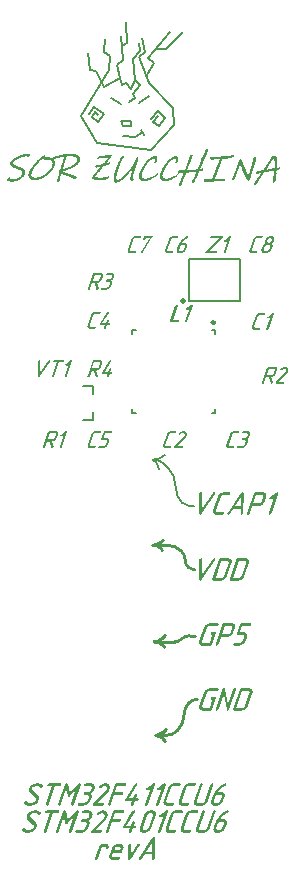
<source format=gto>
G04*
G04 #@! TF.GenerationSoftware,Altium Limited,Altium Designer,23.3.1 (30)*
G04*
G04 Layer_Color=65535*
%FSLAX44Y44*%
%MOMM*%
G71*
G04*
G04 #@! TF.SameCoordinates,2179DA4C-5F9F-4515-A9C7-B5EE9FB9D995*
G04*
G04*
G04 #@! TF.FilePolarity,Positive*
G04*
G01*
G75*
%ADD10C,0.2500*%
%ADD11C,0.2000*%
%ADD12C,0.5000*%
%ADD13C,0.1656*%
%ADD14C,0.1524*%
G36*
X80422Y118945D02*
X80553D01*
X80891Y118907D01*
X81266Y118870D01*
X81697Y118795D01*
X82128Y118682D01*
X82578Y118551D01*
X82597D01*
X82634Y118532D01*
X82690Y118513D01*
X82765Y118476D01*
X82878Y118439D01*
X82990Y118382D01*
X83271Y118251D01*
X83590Y118064D01*
X83946Y117857D01*
X84302Y117614D01*
X84640Y117332D01*
X84658Y117314D01*
X84733Y117239D01*
X84790Y117108D01*
X84846Y116920D01*
Y116901D01*
Y116883D01*
X84865Y116770D01*
X84846Y116620D01*
X84808Y116414D01*
Y116395D01*
X84790Y116339D01*
X84733Y116264D01*
X84677Y116152D01*
X84602Y116020D01*
X84490Y115870D01*
X84340Y115720D01*
X84171Y115570D01*
X84152Y115552D01*
X84096Y115514D01*
X83984Y115439D01*
X83871Y115383D01*
X83721Y115308D01*
X83553Y115233D01*
X83384Y115196D01*
X83196Y115177D01*
X83140D01*
X83065Y115196D01*
X82971Y115233D01*
X82859Y115289D01*
X82746Y115364D01*
X82615Y115458D01*
X82503Y115608D01*
X82484Y115627D01*
X82446Y115645D01*
X82372Y115702D01*
X82278Y115758D01*
X82147Y115852D01*
X82015Y115927D01*
X81828Y116020D01*
X81641Y116114D01*
X81416Y116208D01*
X81172Y116301D01*
X80909Y116395D01*
X80610Y116470D01*
X80310Y116526D01*
X79972Y116583D01*
X79635Y116601D01*
X79260Y116620D01*
X79035D01*
X78922Y116601D01*
X78791Y116583D01*
X78641Y116564D01*
X78454Y116545D01*
X78060Y116470D01*
X77629Y116376D01*
X77142Y116227D01*
X76635Y116039D01*
X76617D01*
X76561Y116002D01*
X76486Y115945D01*
X76373Y115889D01*
X76242Y115795D01*
X76111Y115702D01*
X75792Y115439D01*
X75436Y114989D01*
X75417Y114971D01*
X75380Y114896D01*
X75323Y114783D01*
X75248Y114614D01*
Y114596D01*
X75230Y114521D01*
X75211Y114427D01*
Y114314D01*
X75230Y114165D01*
X75248Y114033D01*
X75323Y113883D01*
X75436Y113752D01*
X80516Y108729D01*
X80553Y108710D01*
X80610Y108616D01*
X80722Y108485D01*
X80853Y108297D01*
X80984Y108054D01*
X81134Y107773D01*
X81247Y107435D01*
X81322Y107041D01*
Y107023D01*
Y106985D01*
X81341Y106929D01*
Y106854D01*
X81359Y106760D01*
Y106648D01*
Y106367D01*
Y106029D01*
X81322Y105654D01*
X81247Y105242D01*
X81116Y104830D01*
Y104811D01*
X81097Y104773D01*
X81078Y104717D01*
X81041Y104623D01*
X81003Y104511D01*
X80947Y104398D01*
X80797Y104098D01*
X80628Y103742D01*
X80403Y103367D01*
X80141Y102974D01*
X79841Y102580D01*
X79822Y102561D01*
X79803Y102542D01*
X79747Y102486D01*
X79691Y102411D01*
X79503Y102224D01*
X79260Y101999D01*
X78941Y101736D01*
X78585Y101474D01*
X78191Y101212D01*
X77741Y100987D01*
X77723D01*
X77685Y100968D01*
X77629Y100949D01*
X77554Y100912D01*
X77460Y100874D01*
X77348Y100837D01*
X77048Y100724D01*
X76711Y100593D01*
X76317Y100462D01*
X75886Y100331D01*
X75436Y100181D01*
X75380D01*
X75323Y100162D01*
X75248Y100143D01*
X75042Y100106D01*
X74780Y100068D01*
X74480Y100031D01*
X74142Y99993D01*
X73786Y99974D01*
X73449Y99956D01*
X73224D01*
X73111Y99974D01*
X72980D01*
X72661Y100012D01*
X72305Y100049D01*
X71912Y100124D01*
X71518Y100218D01*
X71143Y100349D01*
X71106Y100368D01*
X71031Y100387D01*
X70900Y100443D01*
X70731Y100499D01*
X70562Y100574D01*
X70375Y100649D01*
X70187Y100762D01*
X70019Y100856D01*
X70000Y100874D01*
X69943Y100912D01*
X69850Y100968D01*
X69737Y101062D01*
X69587Y101174D01*
X69419Y101305D01*
X69231Y101455D01*
X69006Y101643D01*
X68987Y101662D01*
X68950Y101718D01*
X68875Y101793D01*
X68819Y101905D01*
X68762Y102036D01*
X68725Y102205D01*
Y102393D01*
X68781Y102618D01*
Y102636D01*
X68819Y102711D01*
X68856Y102805D01*
X68931Y102917D01*
X69006Y103049D01*
X69119Y103199D01*
X69250Y103349D01*
X69400Y103480D01*
X69419Y103498D01*
X69475Y103536D01*
X69569Y103592D01*
X69700Y103667D01*
X69850Y103742D01*
X70019Y103799D01*
X70187Y103836D01*
X70375Y103855D01*
X70431D01*
X70487Y103836D01*
X70562D01*
X70750Y103761D01*
X70862Y103723D01*
X70956Y103649D01*
X70993Y103630D01*
X71087Y103536D01*
X71237Y103424D01*
X71443Y103292D01*
X71687Y103124D01*
X71949Y102974D01*
X72230Y102805D01*
X72530Y102674D01*
X72549D01*
X72568Y102655D01*
X72680Y102618D01*
X72830Y102561D01*
X73055Y102505D01*
X73318Y102449D01*
X73618Y102393D01*
X73936Y102355D01*
X74292Y102336D01*
X74424D01*
X74517Y102355D01*
X74648D01*
X74798Y102374D01*
X74967Y102393D01*
X75155Y102430D01*
X75361Y102468D01*
X75605Y102505D01*
X76092Y102636D01*
X76654Y102805D01*
X77235Y103030D01*
X77254Y103049D01*
X77329Y103067D01*
X77423Y103124D01*
X77535Y103199D01*
X77685Y103311D01*
X77854Y103442D01*
X78004Y103592D01*
X78173Y103761D01*
Y103780D01*
X78210Y103799D01*
X78285Y103892D01*
X78379Y104042D01*
X78510Y104230D01*
Y104248D01*
X78548Y104286D01*
X78566Y104342D01*
X78604Y104398D01*
X78679Y104586D01*
X78754Y104773D01*
Y104792D01*
X78791Y104867D01*
X78810Y104979D01*
X78847Y105129D01*
X78866Y105298D01*
X78904Y105504D01*
Y105729D01*
Y105973D01*
Y105992D01*
X78885Y106048D01*
X78866Y106123D01*
X78829Y106217D01*
X78773Y106348D01*
X78698Y106479D01*
X78585Y106629D01*
X78472Y106779D01*
X73318Y111878D01*
X73299Y111896D01*
X73243Y111953D01*
X73168Y112046D01*
X73093Y112178D01*
X72999Y112327D01*
X72905Y112534D01*
X72811Y112759D01*
X72755Y113021D01*
Y113059D01*
X72737Y113152D01*
Y113302D01*
Y113509D01*
X72755Y113752D01*
X72774Y114015D01*
X72830Y114314D01*
X72924Y114614D01*
Y114633D01*
X72943Y114671D01*
X72961Y114727D01*
X72999Y114802D01*
X73074Y114989D01*
X73205Y115252D01*
X73374Y115552D01*
X73580Y115889D01*
X73824Y116227D01*
X74105Y116583D01*
X74124Y116601D01*
X74142Y116620D01*
X74199Y116676D01*
X74255Y116733D01*
X74349Y116826D01*
X74461Y116920D01*
X74573Y117014D01*
X74724Y117145D01*
X74892Y117257D01*
X75061Y117389D01*
X75267Y117520D01*
X75492Y117670D01*
X75736Y117801D01*
X75979Y117951D01*
X76261Y118082D01*
X76561Y118214D01*
X76579D01*
X76635Y118251D01*
X76729Y118288D01*
X76842Y118326D01*
X76992Y118382D01*
X77179Y118457D01*
X77367Y118513D01*
X77610Y118588D01*
X77854Y118663D01*
X78116Y118720D01*
X78716Y118851D01*
X79372Y118926D01*
X80066Y118963D01*
X80291D01*
X80422Y118945D01*
D02*
G37*
G36*
X116188Y118982D02*
X116282Y118945D01*
X116394Y118907D01*
X116507Y118832D01*
X116600Y118738D01*
X116694Y118607D01*
Y118588D01*
X116713Y118532D01*
X116750Y118457D01*
X116769Y118345D01*
Y118214D01*
Y118045D01*
X116750Y117876D01*
X116694Y117670D01*
X111089Y101230D01*
Y101212D01*
X111052Y101137D01*
X111014Y101043D01*
X110939Y100912D01*
X110864Y100780D01*
X110752Y100631D01*
X110621Y100481D01*
X110471Y100349D01*
X110452Y100331D01*
X110396Y100312D01*
X110302Y100256D01*
X110171Y100199D01*
X110021Y100143D01*
X109871Y100106D01*
X109683Y100068D01*
X109496Y100049D01*
X109421D01*
X109346Y100068D01*
X109252Y100087D01*
X109140Y100124D01*
X109027Y100181D01*
X108896Y100256D01*
X108784Y100349D01*
X108765Y100368D01*
X108746Y100406D01*
X108708Y100481D01*
X108652Y100574D01*
X108634Y100705D01*
X108615Y100856D01*
X108634Y101043D01*
X108690Y101249D01*
X113057Y114071D01*
X107753Y107941D01*
X107715Y107904D01*
X107621Y107810D01*
X107490Y107679D01*
X107303Y107548D01*
X107097Y107397D01*
X106872Y107266D01*
X106647Y107173D01*
X106515Y107154D01*
X106403Y107135D01*
X106384D01*
X106309Y107154D01*
X106215Y107173D01*
X106103Y107210D01*
X105972Y107304D01*
X105841Y107416D01*
X105728Y107566D01*
X105634Y107791D01*
X104435Y114071D01*
X100067Y101249D01*
Y101230D01*
X100029Y101155D01*
X99992Y101062D01*
X99917Y100931D01*
X99842Y100780D01*
X99730Y100649D01*
X99617Y100499D01*
X99467Y100368D01*
X99448Y100349D01*
X99392Y100312D01*
X99280Y100274D01*
X99167Y100218D01*
X99017Y100143D01*
X98849Y100106D01*
X98661Y100068D01*
X98474Y100049D01*
X98399D01*
X98305Y100068D01*
X98193Y100087D01*
X98080Y100124D01*
X97949Y100181D01*
X97836Y100256D01*
X97724Y100349D01*
X97705Y100368D01*
X97686Y100406D01*
X97649Y100481D01*
X97611Y100574D01*
X97593Y100705D01*
Y100856D01*
X97611Y101024D01*
X97668Y101230D01*
X103272Y117670D01*
X103291Y117689D01*
X103310Y117764D01*
X103366Y117876D01*
X103441Y118026D01*
X103535Y118176D01*
X103647Y118345D01*
X103779Y118495D01*
X103947Y118645D01*
X103966Y118663D01*
X104022Y118701D01*
X104097Y118757D01*
X104210Y118832D01*
X104341Y118888D01*
X104491Y118945D01*
X104660Y118982D01*
X104828Y119001D01*
X104941D01*
X105016Y118982D01*
X105184Y118926D01*
X105353Y118832D01*
X105372D01*
X105391Y118795D01*
X105466Y118701D01*
X105522Y118626D01*
X105578Y118532D01*
X105634Y118401D01*
X105691Y118270D01*
X107565Y110566D01*
X114613Y118214D01*
X114651Y118251D01*
X114726Y118345D01*
X114876Y118457D01*
X115044Y118607D01*
X115251Y118757D01*
X115494Y118870D01*
X115757Y118963D01*
X116038Y119001D01*
X116113D01*
X116188Y118982D01*
D02*
G37*
G36*
X228303Y118945D02*
X228415Y118926D01*
X228528Y118888D01*
X228640Y118832D01*
X228753Y118757D01*
X228865Y118645D01*
X228884Y118626D01*
X228903Y118588D01*
X228940Y118513D01*
X228978Y118420D01*
X229015Y118307D01*
Y118157D01*
Y117989D01*
X228959Y117782D01*
X224254Y104005D01*
Y103986D01*
X224235Y103930D01*
X224198Y103855D01*
X224142Y103723D01*
X224085Y103592D01*
X223992Y103424D01*
X223898Y103236D01*
X223785Y103049D01*
X223654Y102824D01*
X223504Y102599D01*
X223335Y102374D01*
X223148Y102130D01*
X222923Y101905D01*
X222698Y101662D01*
X222436Y101437D01*
X222155Y101212D01*
X222136Y101193D01*
X222080Y101155D01*
X222005Y101099D01*
X221892Y101024D01*
X221742Y100949D01*
X221573Y100837D01*
X221386Y100743D01*
X221180Y100631D01*
X220936Y100518D01*
X220692Y100424D01*
X220149Y100237D01*
X219868Y100162D01*
X219568Y100106D01*
X219268Y100068D01*
X218968Y100049D01*
X215144D01*
X215031Y100068D01*
X214900Y100087D01*
X214731Y100106D01*
X214375Y100199D01*
X213982Y100331D01*
X213794Y100424D01*
X213588Y100537D01*
X213400Y100668D01*
X213213Y100818D01*
X213026Y100987D01*
X212876Y101193D01*
Y101212D01*
X212838Y101249D01*
X212801Y101305D01*
X212763Y101399D01*
X212707Y101512D01*
X212669Y101643D01*
X212613Y101793D01*
X212557Y101980D01*
X212519Y102168D01*
X212482Y102374D01*
X212463Y102618D01*
Y102861D01*
X212482Y103124D01*
X212519Y103405D01*
X212576Y103705D01*
X212669Y104005D01*
X217374Y117782D01*
Y117801D01*
X217412Y117857D01*
X217449Y117951D01*
X217506Y118064D01*
X217599Y118195D01*
X217693Y118326D01*
X217824Y118476D01*
X217993Y118626D01*
X218012Y118645D01*
X218087Y118682D01*
X218181Y118738D01*
X218312Y118795D01*
X218462Y118851D01*
X218612Y118907D01*
X218799Y118945D01*
X218968Y118963D01*
X219043D01*
X219118Y118945D01*
X219230Y118926D01*
X219343Y118888D01*
X219455Y118832D01*
X219568Y118757D01*
X219680Y118645D01*
X219699Y118626D01*
X219718Y118588D01*
X219755Y118513D01*
X219793Y118420D01*
X219830Y118307D01*
Y118157D01*
Y117989D01*
X219774Y117782D01*
X215069Y104005D01*
Y103967D01*
X215031Y103892D01*
X215013Y103761D01*
X214994Y103611D01*
X214975Y103424D01*
X214994Y103236D01*
X215050Y103049D01*
X215125Y102880D01*
X215163Y102843D01*
X215238Y102749D01*
X215369Y102636D01*
X215537Y102524D01*
X215556D01*
X215575Y102505D01*
X215631Y102486D01*
X215706D01*
X215894Y102449D01*
X216100Y102430D01*
X219886D01*
X219999Y102449D01*
X220168Y102486D01*
X220355Y102542D01*
X220561Y102618D01*
X220786Y102711D01*
X221011Y102861D01*
X221030Y102880D01*
X221105Y102936D01*
X221217Y103030D01*
X221348Y103161D01*
X221498Y103330D01*
X221630Y103517D01*
X221761Y103761D01*
X221855Y104005D01*
X226560Y117782D01*
Y117801D01*
X226597Y117857D01*
X226635Y117951D01*
X226691Y118064D01*
X226785Y118195D01*
X226878Y118326D01*
X227010Y118476D01*
X227178Y118626D01*
X227197Y118645D01*
X227272Y118682D01*
X227366Y118738D01*
X227497Y118795D01*
X227647Y118851D01*
X227797Y118907D01*
X227984Y118945D01*
X228153Y118963D01*
X228228D01*
X228303Y118945D01*
D02*
G37*
G36*
X239363D02*
X239475Y118907D01*
X239606Y118870D01*
X239737Y118795D01*
X239850Y118701D01*
X239962Y118570D01*
Y118551D01*
X239981Y118495D01*
X240000Y118420D01*
X240037Y118326D01*
Y118195D01*
Y118045D01*
X240019Y117895D01*
X239981Y117726D01*
Y117707D01*
X239962Y117670D01*
X239925Y117614D01*
X239888Y117520D01*
X239775Y117332D01*
X239625Y117145D01*
X239606Y117126D01*
X239587Y117108D01*
X239513Y117051D01*
X239438Y116995D01*
X239344Y116920D01*
X239213Y116845D01*
X239063Y116751D01*
X238875Y116658D01*
X238857D01*
X238800Y116639D01*
X238725Y116601D01*
X238631Y116564D01*
X238388Y116470D01*
X238125Y116358D01*
X238107D01*
X238069Y116339D01*
X237994Y116301D01*
X237882Y116245D01*
X237769Y116189D01*
X237619Y116114D01*
X237301Y115945D01*
X237282Y115927D01*
X237207Y115889D01*
X237076Y115814D01*
X236926Y115720D01*
X236738Y115589D01*
X236495Y115439D01*
X236251Y115271D01*
X235970Y115083D01*
X235951Y115064D01*
X235914Y115046D01*
X235839Y114971D01*
X235745Y114896D01*
X235613Y114802D01*
X235482Y114689D01*
X235145Y114389D01*
X234770Y114033D01*
X234358Y113621D01*
X233927Y113134D01*
X233514Y112627D01*
X233064Y112009D01*
X232727Y111615D01*
X235932D01*
X236045Y111596D01*
X236176Y111578D01*
X236326Y111559D01*
X236682Y111465D01*
X237057Y111334D01*
X237263Y111240D01*
X237451Y111128D01*
X237657Y110997D01*
X237844Y110828D01*
X238013Y110659D01*
X238163Y110453D01*
Y110434D01*
X238200Y110397D01*
X238238Y110340D01*
X238275Y110247D01*
X238332Y110134D01*
X238388Y110003D01*
X238444Y109853D01*
X238482Y109684D01*
X238538Y109478D01*
X238556Y109272D01*
X238594Y109047D01*
Y108803D01*
X238575Y108541D01*
X238538Y108260D01*
X238482Y107979D01*
X238388Y107679D01*
X237132Y104005D01*
Y103986D01*
X237113Y103930D01*
X237076Y103855D01*
X237019Y103723D01*
X236963Y103592D01*
X236870Y103424D01*
X236776Y103236D01*
X236663Y103049D01*
X236532Y102824D01*
X236382Y102599D01*
X236213Y102374D01*
X236026Y102130D01*
X235801Y101905D01*
X235576Y101662D01*
X235314Y101437D01*
X235032Y101212D01*
X235014Y101193D01*
X234958Y101155D01*
X234883Y101099D01*
X234770Y101024D01*
X234620Y100949D01*
X234451Y100837D01*
X234264Y100743D01*
X234058Y100631D01*
X233814Y100518D01*
X233570Y100424D01*
X233027Y100237D01*
X232745Y100162D01*
X232446Y100106D01*
X232146Y100068D01*
X231846Y100049D01*
X229859D01*
X229746Y100068D01*
X229615Y100087D01*
X229465Y100106D01*
X229109Y100199D01*
X228715Y100331D01*
X228509Y100424D01*
X228322Y100518D01*
X228116Y100649D01*
X227947Y100799D01*
X227759Y100968D01*
X227609Y101174D01*
Y101193D01*
X227572Y101230D01*
X227534Y101287D01*
X227497Y101380D01*
X227441Y101493D01*
X227384Y101624D01*
X227328Y101774D01*
X227291Y101961D01*
X227234Y102149D01*
X227216Y102355D01*
X227197Y102599D01*
X227178Y102843D01*
X227197Y103105D01*
X227234Y103386D01*
X227291Y103686D01*
X227384Y103986D01*
X228959Y108579D01*
X228978Y108616D01*
X228997Y108691D01*
X229053Y108841D01*
X229128Y109028D01*
X229221Y109253D01*
X229334Y109535D01*
X229465Y109834D01*
X229615Y110172D01*
X229802Y110509D01*
X229990Y110884D01*
X230196Y111278D01*
X230440Y111671D01*
X230684Y112084D01*
X230946Y112478D01*
X231246Y112871D01*
X231546Y113265D01*
X231565Y113284D01*
X231602Y113358D01*
X231696Y113471D01*
X231789Y113602D01*
X231921Y113790D01*
X232090Y113977D01*
X232277Y114202D01*
X232483Y114465D01*
X232708Y114727D01*
X232952Y114989D01*
X233495Y115570D01*
X234114Y116133D01*
X234770Y116676D01*
X234789Y116695D01*
X234845Y116733D01*
X234958Y116808D01*
X235089Y116901D01*
X235257Y117014D01*
X235464Y117145D01*
X235688Y117295D01*
X235951Y117464D01*
X236232Y117632D01*
X236532Y117801D01*
X236870Y117989D01*
X237207Y118176D01*
X237938Y118532D01*
X238706Y118851D01*
X239194Y118963D01*
X239269D01*
X239363Y118945D01*
D02*
G37*
G36*
X213607D02*
X213719Y118926D01*
X213832Y118870D01*
X213963Y118813D01*
X214075Y118720D01*
X214169Y118588D01*
X214188Y118570D01*
X214207Y118532D01*
X214225Y118457D01*
X214263Y118364D01*
X214282Y118232D01*
Y118101D01*
X214263Y117951D01*
X214225Y117782D01*
Y117764D01*
X214207Y117707D01*
X214169Y117632D01*
X214113Y117520D01*
X214019Y117408D01*
X213925Y117276D01*
X213794Y117126D01*
X213644Y116976D01*
X213625Y116958D01*
X213569Y116920D01*
X213475Y116845D01*
X213363Y116789D01*
X213213Y116714D01*
X213044Y116639D01*
X212838Y116601D01*
X212632Y116583D01*
X207927D01*
X207796Y116564D01*
X207646Y116545D01*
X207477Y116526D01*
X207290Y116470D01*
X207102Y116414D01*
X206915Y116320D01*
X206896Y116301D01*
X206840Y116245D01*
X206765Y116170D01*
X206671Y116077D01*
X206446Y115852D01*
X206352Y115739D01*
X206259Y115627D01*
Y115608D01*
X206221Y115570D01*
X206202Y115514D01*
X206146Y115439D01*
X206052Y115252D01*
X205959Y115027D01*
X202191Y104005D01*
Y103967D01*
X202153Y103892D01*
X202135Y103761D01*
X202116Y103611D01*
X202097Y103424D01*
X202116Y103236D01*
X202172Y103049D01*
X202247Y102880D01*
X202285Y102843D01*
X202360Y102749D01*
X202491Y102636D01*
X202641Y102524D01*
X202659D01*
X202697Y102505D01*
X202753Y102486D01*
X202828D01*
X202997Y102449D01*
X203222Y102430D01*
X207889D01*
X207983Y102411D01*
X208096Y102393D01*
X208208Y102336D01*
X208321Y102280D01*
X208433Y102186D01*
X208527Y102055D01*
X208545Y102036D01*
X208564Y101999D01*
X208583Y101924D01*
X208620Y101830D01*
X208639Y101699D01*
X208658Y101568D01*
X208639Y101418D01*
X208602Y101249D01*
Y101230D01*
X208583Y101174D01*
X208545Y101099D01*
X208489Y100987D01*
X208396Y100874D01*
X208302Y100743D01*
X208171Y100593D01*
X208021Y100443D01*
X208002Y100424D01*
X207946Y100387D01*
X207852Y100312D01*
X207739Y100256D01*
X207571Y100181D01*
X207402Y100106D01*
X207215Y100068D01*
X206990Y100049D01*
X202247D01*
X202135Y100068D01*
X202003Y100087D01*
X201853Y100106D01*
X201497Y100199D01*
X201104Y100331D01*
X200897Y100424D01*
X200710Y100537D01*
X200504Y100668D01*
X200335Y100818D01*
X200148Y100987D01*
X199998Y101193D01*
Y101212D01*
X199960Y101249D01*
X199923Y101305D01*
X199885Y101399D01*
X199829Y101512D01*
X199792Y101643D01*
X199735Y101793D01*
X199679Y101980D01*
X199641Y102168D01*
X199604Y102374D01*
X199585Y102618D01*
Y102861D01*
X199604Y103124D01*
X199641Y103405D01*
X199698Y103705D01*
X199792Y104005D01*
X203559Y115027D01*
Y115046D01*
X203578Y115102D01*
X203615Y115177D01*
X203672Y115308D01*
X203728Y115439D01*
X203822Y115608D01*
X203915Y115795D01*
X204028Y115983D01*
X204159Y116208D01*
X204309Y116414D01*
X204478Y116658D01*
X204665Y116883D01*
X204871Y117126D01*
X205115Y117351D01*
X205359Y117576D01*
X205640Y117801D01*
X205659Y117820D01*
X205715Y117857D01*
X205790Y117914D01*
X205902Y117989D01*
X206052Y118064D01*
X206221Y118176D01*
X206409Y118270D01*
X206615Y118382D01*
X206858Y118495D01*
X207102Y118588D01*
X207646Y118776D01*
X207927Y118851D01*
X208227Y118907D01*
X208527Y118945D01*
X208845Y118963D01*
X213513D01*
X213607Y118945D01*
D02*
G37*
G36*
X200729D02*
X200841Y118926D01*
X200954Y118870D01*
X201085Y118813D01*
X201197Y118720D01*
X201291Y118588D01*
X201310Y118570D01*
X201329Y118532D01*
X201347Y118457D01*
X201385Y118364D01*
X201404Y118232D01*
Y118101D01*
X201385Y117951D01*
X201347Y117782D01*
Y117764D01*
X201329Y117707D01*
X201291Y117632D01*
X201235Y117520D01*
X201141Y117408D01*
X201047Y117276D01*
X200916Y117126D01*
X200766Y116976D01*
X200748Y116958D01*
X200691Y116920D01*
X200597Y116845D01*
X200485Y116789D01*
X200335Y116714D01*
X200166Y116639D01*
X199960Y116601D01*
X199754Y116583D01*
X195049D01*
X194918Y116564D01*
X194768Y116545D01*
X194599Y116526D01*
X194412Y116470D01*
X194224Y116414D01*
X194037Y116320D01*
X194018Y116301D01*
X193962Y116245D01*
X193887Y116170D01*
X193793Y116077D01*
X193568Y115852D01*
X193474Y115739D01*
X193381Y115627D01*
Y115608D01*
X193343Y115570D01*
X193324Y115514D01*
X193268Y115439D01*
X193174Y115252D01*
X193081Y115027D01*
X189313Y104005D01*
Y103967D01*
X189275Y103892D01*
X189257Y103761D01*
X189238Y103611D01*
X189219Y103424D01*
X189238Y103236D01*
X189294Y103049D01*
X189369Y102880D01*
X189407Y102843D01*
X189482Y102749D01*
X189613Y102636D01*
X189763Y102524D01*
X189781D01*
X189819Y102505D01*
X189875Y102486D01*
X189950D01*
X190119Y102449D01*
X190344Y102430D01*
X195011D01*
X195105Y102411D01*
X195218Y102393D01*
X195330Y102336D01*
X195443Y102280D01*
X195555Y102186D01*
X195649Y102055D01*
X195667Y102036D01*
X195686Y101999D01*
X195705Y101924D01*
X195742Y101830D01*
X195761Y101699D01*
X195780Y101568D01*
X195761Y101418D01*
X195724Y101249D01*
Y101230D01*
X195705Y101174D01*
X195667Y101099D01*
X195611Y100987D01*
X195518Y100874D01*
X195424Y100743D01*
X195293Y100593D01*
X195143Y100443D01*
X195124Y100424D01*
X195068Y100387D01*
X194974Y100312D01*
X194862Y100256D01*
X194693Y100181D01*
X194524Y100106D01*
X194337Y100068D01*
X194112Y100049D01*
X189369D01*
X189257Y100068D01*
X189125Y100087D01*
X188976Y100106D01*
X188619Y100199D01*
X188226Y100331D01*
X188020Y100424D01*
X187832Y100537D01*
X187626Y100668D01*
X187457Y100818D01*
X187270Y100987D01*
X187120Y101193D01*
Y101212D01*
X187082Y101249D01*
X187045Y101305D01*
X187007Y101399D01*
X186951Y101512D01*
X186914Y101643D01*
X186857Y101793D01*
X186801Y101980D01*
X186764Y102168D01*
X186726Y102374D01*
X186707Y102618D01*
Y102861D01*
X186726Y103124D01*
X186764Y103405D01*
X186820Y103705D01*
X186914Y104005D01*
X190681Y115027D01*
Y115046D01*
X190700Y115102D01*
X190737Y115177D01*
X190794Y115308D01*
X190850Y115439D01*
X190944Y115608D01*
X191038Y115795D01*
X191150Y115983D01*
X191281Y116208D01*
X191431Y116414D01*
X191600Y116658D01*
X191787Y116883D01*
X191994Y117126D01*
X192237Y117351D01*
X192481Y117576D01*
X192762Y117801D01*
X192781Y117820D01*
X192837Y117857D01*
X192912Y117914D01*
X193025Y117989D01*
X193174Y118064D01*
X193343Y118176D01*
X193531Y118270D01*
X193737Y118382D01*
X193981Y118495D01*
X194224Y118588D01*
X194768Y118776D01*
X195049Y118851D01*
X195349Y118907D01*
X195649Y118945D01*
X195968Y118963D01*
X200635D01*
X200729Y118945D01*
D02*
G37*
G36*
X188020Y119076D02*
X188095Y119057D01*
X188188Y119001D01*
X188301Y118945D01*
X188394Y118851D01*
X188507Y118720D01*
Y118701D01*
X188526Y118645D01*
X188544Y118570D01*
X188563Y118457D01*
X188582Y118326D01*
X188563Y118176D01*
X188544Y117989D01*
X188488Y117782D01*
X182846Y101249D01*
Y101230D01*
X182808Y101155D01*
X182771Y101062D01*
X182696Y100931D01*
X182621Y100780D01*
X182508Y100649D01*
X182396Y100499D01*
X182246Y100368D01*
X182227Y100349D01*
X182171Y100312D01*
X182059Y100274D01*
X181946Y100218D01*
X181796Y100143D01*
X181627Y100106D01*
X181440Y100068D01*
X181252Y100049D01*
X181178D01*
X181084Y100068D01*
X180971Y100087D01*
X180859Y100124D01*
X180728Y100181D01*
X180615Y100256D01*
X180503Y100349D01*
X180484Y100368D01*
X180465Y100406D01*
X180428Y100481D01*
X180390Y100574D01*
X180371Y100705D01*
Y100856D01*
X180390Y101024D01*
X180446Y101230D01*
X185226Y115289D01*
X182902Y113246D01*
X182883Y113227D01*
X182827Y113190D01*
X182733Y113134D01*
X182602Y113077D01*
X182471Y113002D01*
X182302Y112946D01*
X182134Y112909D01*
X181965Y112890D01*
X181890D01*
X181815Y112909D01*
X181702Y112927D01*
X181590Y112965D01*
X181459Y113040D01*
X181346Y113115D01*
X181234Y113227D01*
X181215Y113246D01*
X181196Y113302D01*
X181159Y113377D01*
X181140Y113490D01*
X181103Y113621D01*
Y113771D01*
X181121Y113940D01*
X181159Y114108D01*
Y114127D01*
X181196Y114183D01*
X181234Y114258D01*
X181290Y114371D01*
X181365Y114483D01*
X181459Y114614D01*
X181590Y114764D01*
X181759Y114914D01*
X186726Y118607D01*
X186745D01*
X186764Y118645D01*
X186820Y118682D01*
X186895Y118720D01*
X187082Y118832D01*
X187288Y118945D01*
X187307D01*
X187345Y118963D01*
X187401Y119001D01*
X187476Y119020D01*
X187682Y119076D01*
X187907Y119095D01*
X187963D01*
X188020Y119076D01*
D02*
G37*
G36*
X178816D02*
X178891Y119057D01*
X178984Y119001D01*
X179097Y118945D01*
X179191Y118851D01*
X179303Y118720D01*
Y118701D01*
X179322Y118645D01*
X179340Y118570D01*
X179359Y118457D01*
X179378Y118326D01*
X179359Y118176D01*
X179340Y117989D01*
X179284Y117782D01*
X173642Y101249D01*
Y101230D01*
X173604Y101155D01*
X173567Y101062D01*
X173492Y100931D01*
X173417Y100780D01*
X173305Y100649D01*
X173192Y100499D01*
X173042Y100368D01*
X173023Y100349D01*
X172967Y100312D01*
X172855Y100274D01*
X172742Y100218D01*
X172592Y100143D01*
X172423Y100106D01*
X172236Y100068D01*
X172049Y100049D01*
X171974D01*
X171880Y100068D01*
X171767Y100087D01*
X171655Y100124D01*
X171524Y100181D01*
X171411Y100256D01*
X171299Y100349D01*
X171280Y100368D01*
X171261Y100406D01*
X171224Y100481D01*
X171186Y100574D01*
X171168Y100705D01*
Y100856D01*
X171186Y101024D01*
X171243Y101230D01*
X176023Y115289D01*
X173698Y113246D01*
X173679Y113227D01*
X173623Y113190D01*
X173529Y113134D01*
X173398Y113077D01*
X173267Y113002D01*
X173098Y112946D01*
X172930Y112909D01*
X172761Y112890D01*
X172686D01*
X172611Y112909D01*
X172498Y112927D01*
X172386Y112965D01*
X172255Y113040D01*
X172142Y113115D01*
X172030Y113227D01*
X172011Y113246D01*
X171992Y113302D01*
X171955Y113377D01*
X171936Y113490D01*
X171899Y113621D01*
Y113771D01*
X171917Y113940D01*
X171955Y114108D01*
Y114127D01*
X171992Y114183D01*
X172030Y114258D01*
X172086Y114371D01*
X172161Y114483D01*
X172255Y114614D01*
X172386Y114764D01*
X172555Y114914D01*
X177522Y118607D01*
X177541D01*
X177560Y118645D01*
X177616Y118682D01*
X177691Y118720D01*
X177878Y118832D01*
X178085Y118945D01*
X178103D01*
X178141Y118963D01*
X178197Y119001D01*
X178272Y119020D01*
X178478Y119076D01*
X178703Y119095D01*
X178759D01*
X178816Y119076D01*
D02*
G37*
G36*
X163913Y118945D02*
X164026Y118926D01*
X164138Y118870D01*
X164269Y118813D01*
X164401Y118720D01*
X164494Y118588D01*
X164513Y118570D01*
X164532Y118532D01*
X164569Y118457D01*
X164588Y118382D01*
X164607Y118251D01*
X164625Y118120D01*
X164607Y117951D01*
X164550Y117764D01*
X164401Y117464D01*
X157184Y106085D01*
X160933D01*
X161776Y108579D01*
Y108597D01*
X161814Y108653D01*
X161851Y108747D01*
X161926Y108860D01*
X162001Y108991D01*
X162114Y109122D01*
X162245Y109272D01*
X162414Y109422D01*
X162432Y109441D01*
X162507Y109478D01*
X162601Y109535D01*
X162714Y109591D01*
X162863Y109647D01*
X163032Y109703D01*
X163201Y109741D01*
X163388Y109759D01*
X163463D01*
X163538Y109741D01*
X163651Y109722D01*
X163763Y109684D01*
X163876Y109628D01*
X163988Y109553D01*
X164101Y109441D01*
X164119Y109422D01*
X164138Y109384D01*
X164176Y109310D01*
X164213Y109216D01*
X164251Y109103D01*
Y108953D01*
X164232Y108785D01*
X164176Y108579D01*
X163332Y106085D01*
X164963D01*
X165057Y106067D01*
X165169Y106048D01*
X165282Y105992D01*
X165413Y105935D01*
X165525Y105842D01*
X165619Y105710D01*
X165638Y105692D01*
X165657Y105654D01*
X165675Y105579D01*
X165713Y105485D01*
X165731Y105354D01*
Y105223D01*
X165713Y105073D01*
X165675Y104904D01*
Y104886D01*
X165657Y104830D01*
X165619Y104754D01*
X165563Y104642D01*
X165469Y104529D01*
X165375Y104398D01*
X165244Y104248D01*
X165094Y104098D01*
X165075Y104080D01*
X165019Y104042D01*
X164925Y103967D01*
X164813Y103911D01*
X164663Y103836D01*
X164494Y103761D01*
X164288Y103723D01*
X164082Y103705D01*
X162526D01*
X161682Y101230D01*
Y101212D01*
X161645Y101137D01*
X161607Y101043D01*
X161532Y100912D01*
X161458Y100780D01*
X161345Y100631D01*
X161233Y100499D01*
X161083Y100368D01*
X161064Y100349D01*
X161008Y100312D01*
X160895Y100274D01*
X160783Y100218D01*
X160633Y100143D01*
X160464Y100106D01*
X160277Y100068D01*
X160089Y100049D01*
X160014D01*
X159920Y100068D01*
X159808Y100087D01*
X159696Y100124D01*
X159564Y100181D01*
X159452Y100256D01*
X159339Y100349D01*
X159321Y100368D01*
X159302Y100406D01*
X159264Y100481D01*
X159227Y100574D01*
X159208Y100705D01*
Y100856D01*
X159227Y101024D01*
X159283Y101230D01*
X160127Y103705D01*
X154784D01*
X154709Y103723D01*
X154522Y103761D01*
X154316Y103836D01*
X154147Y103967D01*
X154072Y104042D01*
X153997Y104155D01*
X153960Y104267D01*
Y104417D01*
Y104567D01*
X154016Y104754D01*
X154128Y104998D01*
X154241Y105167D01*
X162320Y118082D01*
X162339Y118101D01*
X162357Y118139D01*
X162414Y118214D01*
X162470Y118288D01*
X162563Y118382D01*
X162676Y118495D01*
X162807Y118626D01*
X162957Y118738D01*
X163182Y118832D01*
X163201D01*
X163238Y118851D01*
X163295Y118870D01*
X163351Y118907D01*
X163538Y118945D01*
X163726Y118963D01*
X163819D01*
X163913Y118945D01*
D02*
G37*
G36*
X154728D02*
X154840Y118926D01*
X154953Y118870D01*
X155084Y118813D01*
X155197Y118720D01*
X155290Y118588D01*
X155309Y118570D01*
X155328Y118532D01*
X155347Y118457D01*
X155384Y118364D01*
X155403Y118232D01*
Y118101D01*
X155384Y117951D01*
X155347Y117782D01*
Y117764D01*
X155328Y117707D01*
X155290Y117632D01*
X155234Y117520D01*
X155140Y117408D01*
X155047Y117276D01*
X154916Y117126D01*
X154766Y116976D01*
X154747Y116958D01*
X154691Y116920D01*
X154597Y116845D01*
X154484Y116789D01*
X154334Y116714D01*
X154166Y116639D01*
X153960Y116601D01*
X153753Y116583D01*
X147605D01*
X145918Y111615D01*
X152141D01*
X152235Y111596D01*
X152347Y111578D01*
X152479Y111540D01*
X152610Y111465D01*
X152722Y111390D01*
X152816Y111278D01*
Y111259D01*
X152853Y111222D01*
X152872Y111128D01*
X152891Y111034D01*
X152910Y110903D01*
X152928Y110772D01*
X152910Y110603D01*
X152853Y110434D01*
Y110415D01*
X152816Y110359D01*
X152779Y110284D01*
X152722Y110172D01*
X152647Y110059D01*
X152554Y109928D01*
X152422Y109778D01*
X152272Y109628D01*
X152254Y109609D01*
X152197Y109572D01*
X152104Y109497D01*
X151991Y109441D01*
X151823Y109366D01*
X151654Y109291D01*
X151466Y109253D01*
X151241Y109235D01*
X145093D01*
X142375Y101230D01*
Y101212D01*
X142337Y101137D01*
X142300Y101043D01*
X142225Y100912D01*
X142150Y100780D01*
X142037Y100631D01*
X141925Y100499D01*
X141775Y100368D01*
X141756Y100349D01*
X141700Y100312D01*
X141588Y100274D01*
X141475Y100218D01*
X141325Y100143D01*
X141157Y100106D01*
X140969Y100068D01*
X140782Y100049D01*
X140707D01*
X140613Y100068D01*
X140500Y100087D01*
X140388Y100124D01*
X140257Y100181D01*
X140144Y100256D01*
X140032Y100349D01*
X140013Y100368D01*
X139994Y100406D01*
X139957Y100481D01*
X139919Y100574D01*
X139901Y100705D01*
Y100856D01*
X139919Y101043D01*
X139976Y101249D01*
X145618Y117782D01*
Y117801D01*
X145637Y117839D01*
X145655Y117895D01*
X145693Y117970D01*
X145805Y118157D01*
X145974Y118382D01*
X146180Y118588D01*
X146461Y118776D01*
X146611Y118851D01*
X146799Y118907D01*
X147005Y118945D01*
X147211Y118963D01*
X154634D01*
X154728Y118945D01*
D02*
G37*
G36*
X137595D02*
X137745D01*
X137932Y118926D01*
X138139Y118888D01*
X138382Y118832D01*
X138645Y118776D01*
X138907Y118701D01*
X139170Y118588D01*
X139451Y118476D01*
X139732Y118326D01*
X139994Y118157D01*
X140238Y117951D01*
X140482Y117707D01*
X140688Y117445D01*
X140707Y117426D01*
X140725Y117370D01*
X140782Y117295D01*
X140838Y117183D01*
X140913Y117033D01*
X140988Y116864D01*
X141063Y116658D01*
X141138Y116433D01*
X141194Y116189D01*
X141250Y115908D01*
X141288Y115627D01*
X141306Y115308D01*
X141288Y114971D01*
X141250Y114633D01*
X141175Y114258D01*
X141063Y113883D01*
Y113865D01*
X141044Y113827D01*
X141025Y113771D01*
X140988Y113677D01*
X140932Y113565D01*
X140875Y113434D01*
X140725Y113134D01*
X140519Y112759D01*
X140275Y112365D01*
X139957Y111915D01*
X139601Y111465D01*
X130640Y102430D01*
X136133D01*
X136227Y102411D01*
X136339Y102393D01*
X136451Y102336D01*
X136564Y102280D01*
X136676Y102186D01*
X136770Y102055D01*
X136789Y102036D01*
X136808Y101999D01*
X136826Y101924D01*
X136864Y101830D01*
X136883Y101699D01*
X136901Y101568D01*
X136883Y101418D01*
X136845Y101249D01*
Y101230D01*
X136826Y101174D01*
X136789Y101099D01*
X136733Y100987D01*
X136639Y100874D01*
X136545Y100743D01*
X136414Y100593D01*
X136264Y100443D01*
X136245Y100424D01*
X136189Y100387D01*
X136095Y100312D01*
X135983Y100256D01*
X135814Y100181D01*
X135645Y100106D01*
X135458Y100068D01*
X135233Y100049D01*
X127772D01*
X127697Y100068D01*
X127510Y100106D01*
X127285Y100181D01*
X127098Y100293D01*
X127023Y100387D01*
X126966Y100481D01*
X126910Y100593D01*
Y100724D01*
Y100893D01*
X126966Y101062D01*
Y101080D01*
X126985Y101118D01*
X127023Y101193D01*
X127079Y101305D01*
X127154Y101418D01*
X127247Y101568D01*
X127360Y101718D01*
X127510Y101887D01*
X137951Y112684D01*
X137970Y112721D01*
X138045Y112796D01*
X138120Y112909D01*
X138232Y113077D01*
X138364Y113265D01*
X138476Y113471D01*
X138588Y113696D01*
X138682Y113921D01*
Y113940D01*
X138701Y113977D01*
X138720Y114033D01*
X138738Y114108D01*
X138757Y114296D01*
X138795Y114558D01*
Y114839D01*
X138738Y115158D01*
X138645Y115477D01*
X138570Y115627D01*
X138476Y115777D01*
X138457Y115795D01*
X138420Y115833D01*
X138364Y115908D01*
X138288Y115983D01*
X138176Y116077D01*
X138063Y116170D01*
X137914Y116264D01*
X137745Y116358D01*
X137726Y116376D01*
X137670Y116395D01*
X137576Y116433D01*
X137445Y116470D01*
X137295Y116508D01*
X137107Y116545D01*
X136920Y116583D01*
X136583D01*
X136470Y116564D01*
X136301Y116545D01*
X136114Y116508D01*
X135908Y116452D01*
X135683Y116376D01*
X135458Y116283D01*
X135421Y116264D01*
X135327Y116208D01*
X135177Y116133D01*
X134989Y116002D01*
X134783Y115870D01*
X134558Y115702D01*
X134333Y115533D01*
X134127Y115327D01*
X134108Y115308D01*
X134089Y115289D01*
X134015Y115233D01*
X133940Y115177D01*
X133733Y115008D01*
X133471Y114839D01*
X132946Y114746D01*
X132871D01*
X132777Y114764D01*
X132665Y114783D01*
X132534Y114821D01*
X132402Y114877D01*
X132290Y114952D01*
X132177Y115064D01*
X132159Y115083D01*
X132140Y115121D01*
X132103Y115196D01*
X132065Y115289D01*
X132046Y115421D01*
X132028Y115570D01*
X132046Y115720D01*
X132084Y115908D01*
Y115927D01*
X132103Y115945D01*
X132121Y116002D01*
X132159Y116077D01*
X132215Y116170D01*
X132290Y116283D01*
X132365Y116414D01*
X132478Y116545D01*
X132496Y116564D01*
X132534Y116601D01*
X132590Y116639D01*
X132665Y116714D01*
X132759Y116808D01*
X132871Y116920D01*
X133152Y117145D01*
X133490Y117408D01*
X133865Y117670D01*
X134277Y117914D01*
X134708Y118139D01*
X134727D01*
X134746Y118157D01*
X134858Y118214D01*
X135008Y118288D01*
X135214Y118382D01*
X135439Y118495D01*
X135683Y118607D01*
X135927Y118701D01*
X136170Y118776D01*
X136208D01*
X136283Y118813D01*
X136395Y118832D01*
X136564Y118870D01*
X136751Y118907D01*
X136939Y118926D01*
X137370Y118963D01*
X137464D01*
X137595Y118945D01*
D02*
G37*
G36*
X125392Y118907D02*
X125579Y118888D01*
X125785Y118851D01*
X126010Y118813D01*
X126254Y118757D01*
X126517Y118682D01*
X126779Y118588D01*
X127041Y118476D01*
X127285Y118345D01*
X127529Y118176D01*
X127754Y117989D01*
X127941Y117782D01*
X128110Y117539D01*
X128129Y117520D01*
X128147Y117464D01*
X128185Y117389D01*
X128222Y117276D01*
X128279Y117126D01*
X128335Y116958D01*
X128391Y116770D01*
X128428Y116545D01*
X128466Y116301D01*
X128504Y116039D01*
X128522Y115758D01*
Y115458D01*
X128485Y115139D01*
X128447Y114802D01*
X128372Y114465D01*
X128260Y114108D01*
Y114090D01*
X128241Y114052D01*
X128222Y113996D01*
X128185Y113902D01*
X128147Y113808D01*
X128091Y113677D01*
X127960Y113396D01*
X127791Y113059D01*
X127585Y112702D01*
X127341Y112309D01*
X127060Y111934D01*
Y111915D01*
X127023Y111896D01*
X126985Y111840D01*
X126910Y111765D01*
X126741Y111596D01*
X126535Y111371D01*
X126254Y111128D01*
X125935Y110865D01*
X125579Y110603D01*
X125204Y110378D01*
X125223Y110359D01*
X125298Y110303D01*
X125392Y110191D01*
X125504Y110041D01*
X125635Y109834D01*
X125767Y109572D01*
X125860Y109272D01*
X125954Y108916D01*
Y108897D01*
Y108878D01*
X125973Y108822D01*
Y108747D01*
X125992Y108541D01*
Y108260D01*
Y107941D01*
X125954Y107585D01*
X125879Y107173D01*
X125748Y106760D01*
X125129Y104923D01*
Y104904D01*
X125092Y104830D01*
X125054Y104736D01*
X124998Y104586D01*
X124923Y104417D01*
X124811Y104211D01*
X124698Y103986D01*
X124548Y103742D01*
X124380Y103480D01*
X124192Y103199D01*
X123986Y102917D01*
X123742Y102618D01*
X123480Y102336D01*
X123199Y102036D01*
X122880Y101755D01*
X122524Y101474D01*
X122505Y101455D01*
X122430Y101418D01*
X122336Y101343D01*
X122186Y101249D01*
X122018Y101137D01*
X121811Y101024D01*
X121587Y100893D01*
X121324Y100762D01*
X121024Y100631D01*
X120724Y100499D01*
X120068Y100274D01*
X119712Y100181D01*
X119356Y100106D01*
X118981Y100068D01*
X118606Y100049D01*
X114838D01*
X114745Y100068D01*
X114632Y100087D01*
X114501Y100124D01*
X114370Y100181D01*
X114257Y100256D01*
X114145Y100368D01*
Y100387D01*
X114126Y100443D01*
X114107Y100518D01*
X114088Y100631D01*
X114070Y100762D01*
Y100912D01*
X114088Y101080D01*
X114126Y101249D01*
Y101268D01*
X114145Y101324D01*
X114182Y101399D01*
X114238Y101493D01*
X114313Y101624D01*
X114426Y101755D01*
X114538Y101887D01*
X114688Y102036D01*
X114707Y102055D01*
X114763Y102093D01*
X114857Y102168D01*
X114988Y102243D01*
X115138Y102299D01*
X115326Y102374D01*
X115513Y102411D01*
X115738Y102430D01*
X119506D01*
X119581Y102449D01*
X119787Y102468D01*
X120049Y102524D01*
X120349Y102599D01*
X120687Y102730D01*
X121043Y102899D01*
X121399Y103142D01*
X121418D01*
X121437Y103180D01*
X121549Y103274D01*
X121718Y103424D01*
X121924Y103649D01*
X122149Y103892D01*
X122374Y104211D01*
X122580Y104548D01*
X122730Y104923D01*
X123349Y106760D01*
Y106779D01*
X123367Y106798D01*
X123386Y106854D01*
X123405Y106929D01*
X123442Y107116D01*
X123461Y107341D01*
X123480Y107622D01*
X123461Y107904D01*
X123367Y108204D01*
X123311Y108354D01*
X123236Y108485D01*
X123217Y108522D01*
X123142Y108597D01*
X123030Y108729D01*
X122880Y108860D01*
X122655Y108991D01*
X122393Y109122D01*
X122093Y109197D01*
X121718Y109235D01*
X119787D01*
X119693Y109253D01*
X119581Y109272D01*
X119468Y109310D01*
X119337Y109366D01*
X119225Y109441D01*
X119112Y109553D01*
Y109572D01*
X119093Y109628D01*
X119075Y109703D01*
X119056Y109816D01*
X119037Y109947D01*
Y110097D01*
X119056Y110266D01*
X119093Y110434D01*
Y110453D01*
X119112Y110509D01*
X119150Y110584D01*
X119206Y110678D01*
X119281Y110809D01*
X119393Y110940D01*
X119506Y111072D01*
X119656Y111222D01*
X119675Y111240D01*
X119731Y111278D01*
X119824Y111353D01*
X119956Y111428D01*
X120106Y111484D01*
X120274Y111559D01*
X120480Y111596D01*
X120705Y111615D01*
X122655D01*
X122730Y111634D01*
X122936Y111653D01*
X123199Y111709D01*
X123517Y111803D01*
X123855Y111934D01*
X124230Y112121D01*
X124586Y112365D01*
X124605D01*
X124623Y112402D01*
X124736Y112496D01*
X124886Y112646D01*
X125054Y112871D01*
X125261Y113115D01*
X125467Y113434D01*
X125654Y113771D01*
X125804Y114146D01*
Y114165D01*
X125823Y114183D01*
X125842Y114240D01*
X125860Y114314D01*
X125898Y114502D01*
X125935Y114727D01*
X125954Y114989D01*
X125935Y115271D01*
X125898Y115533D01*
X125785Y115795D01*
X125767Y115833D01*
X125710Y115908D01*
X125598Y116039D01*
X125429Y116170D01*
X125223Y116301D01*
X124942Y116433D01*
X124605Y116508D01*
X124211Y116545D01*
X120443D01*
X120349Y116564D01*
X120237Y116583D01*
X120124Y116620D01*
X119993Y116676D01*
X119881Y116751D01*
X119787Y116864D01*
Y116883D01*
X119749Y116939D01*
X119731Y117014D01*
X119712Y117108D01*
X119693Y117239D01*
Y117389D01*
X119712Y117557D01*
X119749Y117745D01*
Y117764D01*
X119787Y117820D01*
X119824Y117895D01*
X119881Y118007D01*
X119956Y118120D01*
X120049Y118251D01*
X120181Y118382D01*
X120331Y118532D01*
X120349Y118551D01*
X120406Y118588D01*
X120499Y118663D01*
X120631Y118738D01*
X120780Y118795D01*
X120949Y118870D01*
X121137Y118907D01*
X121343Y118926D01*
X125242D01*
X125392Y118907D01*
D02*
G37*
G36*
X99542Y118945D02*
X99655Y118926D01*
X99767Y118870D01*
X99898Y118813D01*
X100011Y118720D01*
X100105Y118588D01*
X100123Y118570D01*
X100142Y118532D01*
X100161Y118457D01*
X100198Y118364D01*
X100217Y118232D01*
X100236Y118101D01*
X100217Y117951D01*
X100180Y117782D01*
Y117764D01*
X100142Y117707D01*
X100105Y117632D01*
X100048Y117520D01*
X99973Y117408D01*
X99880Y117276D01*
X99748Y117126D01*
X99598Y116976D01*
X99580Y116958D01*
X99523Y116920D01*
X99430Y116845D01*
X99317Y116789D01*
X99149Y116714D01*
X98980Y116639D01*
X98792Y116601D01*
X98567Y116583D01*
X95175D01*
X89945Y101249D01*
Y101230D01*
X89907Y101155D01*
X89870Y101062D01*
X89795Y100931D01*
X89720Y100780D01*
X89607Y100649D01*
X89495Y100499D01*
X89345Y100368D01*
X89326Y100349D01*
X89270Y100312D01*
X89157Y100274D01*
X89045Y100218D01*
X88895Y100143D01*
X88726Y100106D01*
X88539Y100068D01*
X88351Y100049D01*
X88276D01*
X88183Y100068D01*
X88070Y100087D01*
X87958Y100124D01*
X87826Y100181D01*
X87714Y100256D01*
X87601Y100349D01*
X87583Y100368D01*
X87564Y100406D01*
X87527Y100481D01*
X87489Y100574D01*
X87470Y100705D01*
Y100856D01*
X87489Y101043D01*
X87545Y101249D01*
X92775Y116583D01*
X89289D01*
X89195Y116601D01*
X89082Y116620D01*
X88951Y116658D01*
X88820Y116714D01*
X88707Y116789D01*
X88595Y116901D01*
Y116920D01*
X88576Y116976D01*
X88558Y117051D01*
X88539Y117164D01*
X88520Y117295D01*
Y117445D01*
X88539Y117614D01*
X88595Y117782D01*
Y117801D01*
X88614Y117857D01*
X88651Y117932D01*
X88707Y118026D01*
X88782Y118157D01*
X88895Y118288D01*
X89007Y118420D01*
X89157Y118570D01*
X89176Y118588D01*
X89232Y118626D01*
X89326Y118701D01*
X89457Y118776D01*
X89607Y118832D01*
X89776Y118907D01*
X89963Y118945D01*
X90188Y118963D01*
X99448D01*
X99542Y118945D01*
D02*
G37*
G36*
X78585Y96023D02*
X78716D01*
X79054Y95985D01*
X79429Y95948D01*
X79860Y95873D01*
X80291Y95760D01*
X80741Y95629D01*
X80759D01*
X80797Y95611D01*
X80853Y95592D01*
X80928Y95554D01*
X81041Y95517D01*
X81153Y95461D01*
X81434Y95329D01*
X81753Y95142D01*
X82109Y94936D01*
X82465Y94692D01*
X82803Y94411D01*
X82821Y94392D01*
X82896Y94317D01*
X82953Y94186D01*
X83009Y93998D01*
Y93980D01*
Y93961D01*
X83028Y93848D01*
X83009Y93699D01*
X82971Y93492D01*
Y93474D01*
X82953Y93417D01*
X82896Y93342D01*
X82840Y93230D01*
X82765Y93099D01*
X82653Y92949D01*
X82503Y92799D01*
X82334Y92649D01*
X82315Y92630D01*
X82259Y92593D01*
X82147Y92518D01*
X82034Y92461D01*
X81884Y92386D01*
X81715Y92311D01*
X81547Y92274D01*
X81359Y92255D01*
X81303D01*
X81228Y92274D01*
X81134Y92311D01*
X81022Y92368D01*
X80909Y92443D01*
X80778Y92536D01*
X80666Y92686D01*
X80647Y92705D01*
X80610Y92724D01*
X80534Y92780D01*
X80441Y92836D01*
X80310Y92930D01*
X80178Y93005D01*
X79991Y93099D01*
X79803Y93192D01*
X79578Y93286D01*
X79335Y93380D01*
X79072Y93474D01*
X78773Y93549D01*
X78472Y93605D01*
X78135Y93661D01*
X77798Y93680D01*
X77423Y93699D01*
X77198D01*
X77085Y93680D01*
X76954Y93661D01*
X76804Y93642D01*
X76617Y93624D01*
X76223Y93549D01*
X75792Y93455D01*
X75305Y93305D01*
X74798Y93118D01*
X74780D01*
X74724Y93080D01*
X74648Y93024D01*
X74536Y92968D01*
X74405Y92874D01*
X74274Y92780D01*
X73955Y92518D01*
X73599Y92068D01*
X73580Y92049D01*
X73543Y91974D01*
X73486Y91861D01*
X73411Y91693D01*
Y91674D01*
X73393Y91599D01*
X73374Y91505D01*
Y91393D01*
X73393Y91243D01*
X73411Y91112D01*
X73486Y90962D01*
X73599Y90831D01*
X78679Y85807D01*
X78716Y85788D01*
X78773Y85694D01*
X78885Y85563D01*
X79016Y85376D01*
X79147Y85132D01*
X79297Y84851D01*
X79410Y84513D01*
X79485Y84120D01*
Y84101D01*
Y84064D01*
X79503Y84007D01*
Y83932D01*
X79522Y83839D01*
Y83726D01*
Y83445D01*
Y83108D01*
X79485Y82733D01*
X79410Y82320D01*
X79279Y81908D01*
Y81889D01*
X79260Y81852D01*
X79241Y81795D01*
X79204Y81702D01*
X79166Y81589D01*
X79110Y81477D01*
X78960Y81177D01*
X78791Y80821D01*
X78566Y80446D01*
X78304Y80052D01*
X78004Y79658D01*
X77985Y79640D01*
X77966Y79621D01*
X77910Y79565D01*
X77854Y79490D01*
X77667Y79302D01*
X77423Y79077D01*
X77104Y78815D01*
X76748Y78552D01*
X76354Y78290D01*
X75904Y78065D01*
X75886D01*
X75848Y78046D01*
X75792Y78028D01*
X75717Y77990D01*
X75623Y77953D01*
X75511Y77915D01*
X75211Y77803D01*
X74873Y77671D01*
X74480Y77540D01*
X74049Y77409D01*
X73599Y77259D01*
X73543D01*
X73486Y77240D01*
X73411Y77221D01*
X73205Y77184D01*
X72943Y77147D01*
X72643Y77109D01*
X72305Y77072D01*
X71949Y77053D01*
X71612Y77034D01*
X71387D01*
X71274Y77053D01*
X71143D01*
X70824Y77090D01*
X70468Y77128D01*
X70075Y77203D01*
X69681Y77297D01*
X69306Y77428D01*
X69269Y77446D01*
X69194Y77465D01*
X69062Y77522D01*
X68894Y77578D01*
X68725Y77653D01*
X68538Y77728D01*
X68350Y77840D01*
X68181Y77934D01*
X68163Y77953D01*
X68106Y77990D01*
X68013Y78046D01*
X67900Y78140D01*
X67750Y78253D01*
X67582Y78384D01*
X67394Y78534D01*
X67169Y78721D01*
X67150Y78740D01*
X67113Y78796D01*
X67038Y78871D01*
X66982Y78984D01*
X66926Y79115D01*
X66888Y79283D01*
Y79471D01*
X66944Y79696D01*
Y79715D01*
X66982Y79790D01*
X67019Y79883D01*
X67094Y79996D01*
X67169Y80127D01*
X67282Y80277D01*
X67413Y80427D01*
X67563Y80558D01*
X67582Y80577D01*
X67638Y80614D01*
X67731Y80671D01*
X67863Y80746D01*
X68013Y80821D01*
X68181Y80877D01*
X68350Y80914D01*
X68538Y80933D01*
X68594D01*
X68650Y80914D01*
X68725D01*
X68913Y80839D01*
X69025Y80802D01*
X69119Y80727D01*
X69156Y80708D01*
X69250Y80614D01*
X69400Y80502D01*
X69606Y80371D01*
X69850Y80202D01*
X70112Y80052D01*
X70393Y79883D01*
X70693Y79752D01*
X70712D01*
X70731Y79733D01*
X70843Y79696D01*
X70993Y79640D01*
X71218Y79583D01*
X71481Y79527D01*
X71781Y79471D01*
X72099Y79433D01*
X72455Y79415D01*
X72586D01*
X72680Y79433D01*
X72811D01*
X72961Y79452D01*
X73130Y79471D01*
X73318Y79509D01*
X73524Y79546D01*
X73767Y79583D01*
X74255Y79715D01*
X74817Y79883D01*
X75398Y80108D01*
X75417Y80127D01*
X75492Y80146D01*
X75586Y80202D01*
X75698Y80277D01*
X75848Y80389D01*
X76017Y80521D01*
X76167Y80671D01*
X76336Y80839D01*
Y80858D01*
X76373Y80877D01*
X76448Y80971D01*
X76542Y81121D01*
X76673Y81308D01*
Y81327D01*
X76711Y81364D01*
X76729Y81420D01*
X76767Y81477D01*
X76842Y81664D01*
X76917Y81852D01*
Y81870D01*
X76954Y81945D01*
X76973Y82058D01*
X77010Y82208D01*
X77029Y82376D01*
X77067Y82583D01*
Y82808D01*
Y83051D01*
Y83070D01*
X77048Y83126D01*
X77029Y83201D01*
X76992Y83295D01*
X76935Y83426D01*
X76860Y83557D01*
X76748Y83707D01*
X76635Y83857D01*
X71481Y88956D01*
X71462Y88975D01*
X71406Y89031D01*
X71331Y89125D01*
X71256Y89256D01*
X71162Y89406D01*
X71068Y89612D01*
X70974Y89837D01*
X70918Y90099D01*
Y90137D01*
X70900Y90231D01*
Y90381D01*
Y90587D01*
X70918Y90831D01*
X70937Y91093D01*
X70993Y91393D01*
X71087Y91693D01*
Y91712D01*
X71106Y91749D01*
X71124Y91805D01*
X71162Y91880D01*
X71237Y92068D01*
X71368Y92330D01*
X71537Y92630D01*
X71743Y92968D01*
X71987Y93305D01*
X72268Y93661D01*
X72287Y93680D01*
X72305Y93699D01*
X72362Y93755D01*
X72418Y93811D01*
X72512Y93905D01*
X72624Y93998D01*
X72737Y94092D01*
X72887Y94223D01*
X73055Y94336D01*
X73224Y94467D01*
X73430Y94598D01*
X73655Y94748D01*
X73899Y94880D01*
X74142Y95029D01*
X74424Y95161D01*
X74724Y95292D01*
X74742D01*
X74798Y95329D01*
X74892Y95367D01*
X75005Y95404D01*
X75155Y95461D01*
X75342Y95536D01*
X75529Y95592D01*
X75773Y95667D01*
X76017Y95742D01*
X76279Y95798D01*
X76879Y95929D01*
X77535Y96004D01*
X78229Y96042D01*
X78454D01*
X78585Y96023D01*
D02*
G37*
G36*
X114351Y96060D02*
X114445Y96023D01*
X114557Y95985D01*
X114670Y95911D01*
X114763Y95817D01*
X114857Y95686D01*
Y95667D01*
X114876Y95611D01*
X114913Y95536D01*
X114932Y95423D01*
Y95292D01*
Y95123D01*
X114913Y94955D01*
X114857Y94748D01*
X109252Y78309D01*
Y78290D01*
X109215Y78215D01*
X109177Y78121D01*
X109102Y77990D01*
X109027Y77859D01*
X108915Y77709D01*
X108784Y77559D01*
X108634Y77428D01*
X108615Y77409D01*
X108559Y77390D01*
X108465Y77334D01*
X108334Y77278D01*
X108184Y77221D01*
X108034Y77184D01*
X107846Y77147D01*
X107659Y77128D01*
X107584D01*
X107509Y77147D01*
X107415Y77165D01*
X107303Y77203D01*
X107190Y77259D01*
X107059Y77334D01*
X106946Y77428D01*
X106928Y77446D01*
X106909Y77484D01*
X106872Y77559D01*
X106815Y77653D01*
X106797Y77784D01*
X106778Y77934D01*
X106797Y78121D01*
X106853Y78327D01*
X111220Y91149D01*
X105915Y85020D01*
X105878Y84982D01*
X105784Y84888D01*
X105653Y84757D01*
X105466Y84626D01*
X105259Y84476D01*
X105035Y84345D01*
X104810Y84251D01*
X104678Y84232D01*
X104566Y84213D01*
X104547D01*
X104472Y84232D01*
X104378Y84251D01*
X104266Y84289D01*
X104135Y84382D01*
X104003Y84495D01*
X103891Y84645D01*
X103797Y84870D01*
X102598Y91149D01*
X98230Y78327D01*
Y78309D01*
X98193Y78234D01*
X98155Y78140D01*
X98080Y78009D01*
X98005Y77859D01*
X97893Y77728D01*
X97780Y77578D01*
X97630Y77446D01*
X97611Y77428D01*
X97555Y77390D01*
X97443Y77353D01*
X97330Y77297D01*
X97180Y77221D01*
X97011Y77184D01*
X96824Y77147D01*
X96637Y77128D01*
X96562D01*
X96468Y77147D01*
X96355Y77165D01*
X96243Y77203D01*
X96112Y77259D01*
X95999Y77334D01*
X95887Y77428D01*
X95868Y77446D01*
X95849Y77484D01*
X95812Y77559D01*
X95774Y77653D01*
X95756Y77784D01*
Y77934D01*
X95774Y78103D01*
X95831Y78309D01*
X101435Y94748D01*
X101454Y94767D01*
X101473Y94842D01*
X101529Y94955D01*
X101604Y95105D01*
X101698Y95254D01*
X101810Y95423D01*
X101941Y95573D01*
X102110Y95723D01*
X102129Y95742D01*
X102185Y95779D01*
X102260Y95836D01*
X102373Y95911D01*
X102504Y95967D01*
X102654Y96023D01*
X102823Y96060D01*
X102991Y96079D01*
X103104D01*
X103179Y96060D01*
X103347Y96004D01*
X103516Y95911D01*
X103535D01*
X103554Y95873D01*
X103629Y95779D01*
X103685Y95704D01*
X103741Y95611D01*
X103797Y95479D01*
X103854Y95348D01*
X105728Y87644D01*
X112776Y95292D01*
X112814Y95329D01*
X112889Y95423D01*
X113039Y95536D01*
X113207Y95686D01*
X113414Y95836D01*
X113657Y95948D01*
X113920Y96042D01*
X114201Y96079D01*
X114276D01*
X114351Y96060D01*
D02*
G37*
G36*
X230140Y96023D02*
X230252Y96004D01*
X230365Y95967D01*
X230477Y95911D01*
X230590Y95836D01*
X230702Y95723D01*
X230721Y95704D01*
X230740Y95667D01*
X230777Y95592D01*
X230815Y95498D01*
X230852Y95386D01*
Y95236D01*
Y95067D01*
X230796Y94861D01*
X226091Y81083D01*
Y81064D01*
X226072Y81008D01*
X226035Y80933D01*
X225979Y80802D01*
X225922Y80671D01*
X225829Y80502D01*
X225735Y80315D01*
X225622Y80127D01*
X225491Y79902D01*
X225341Y79677D01*
X225173Y79452D01*
X224985Y79208D01*
X224760Y78984D01*
X224535Y78740D01*
X224273Y78515D01*
X223992Y78290D01*
X223973Y78271D01*
X223916Y78234D01*
X223842Y78177D01*
X223729Y78103D01*
X223579Y78028D01*
X223410Y77915D01*
X223223Y77821D01*
X223017Y77709D01*
X222773Y77596D01*
X222529Y77503D01*
X221986Y77315D01*
X221705Y77240D01*
X221405Y77184D01*
X221105Y77147D01*
X220805Y77128D01*
X216981D01*
X216868Y77147D01*
X216737Y77165D01*
X216568Y77184D01*
X216212Y77278D01*
X215819Y77409D01*
X215631Y77503D01*
X215425Y77615D01*
X215238Y77746D01*
X215050Y77896D01*
X214863Y78065D01*
X214713Y78271D01*
Y78290D01*
X214675Y78327D01*
X214638Y78384D01*
X214600Y78478D01*
X214544Y78590D01*
X214506Y78721D01*
X214450Y78871D01*
X214394Y79059D01*
X214356Y79246D01*
X214319Y79452D01*
X214300Y79696D01*
Y79940D01*
X214319Y80202D01*
X214356Y80483D01*
X214413Y80783D01*
X214506Y81083D01*
X219212Y94861D01*
Y94880D01*
X219249Y94936D01*
X219286Y95029D01*
X219343Y95142D01*
X219436Y95273D01*
X219530Y95404D01*
X219661Y95554D01*
X219830Y95704D01*
X219849Y95723D01*
X219924Y95760D01*
X220018Y95817D01*
X220149Y95873D01*
X220299Y95929D01*
X220449Y95985D01*
X220636Y96023D01*
X220805Y96042D01*
X220880D01*
X220955Y96023D01*
X221067Y96004D01*
X221180Y95967D01*
X221292Y95911D01*
X221405Y95836D01*
X221517Y95723D01*
X221536Y95704D01*
X221555Y95667D01*
X221592Y95592D01*
X221630Y95498D01*
X221667Y95386D01*
Y95236D01*
Y95067D01*
X221611Y94861D01*
X216906Y81083D01*
Y81046D01*
X216868Y80971D01*
X216850Y80839D01*
X216831Y80689D01*
X216812Y80502D01*
X216831Y80315D01*
X216887Y80127D01*
X216962Y79958D01*
X217000Y79921D01*
X217075Y79827D01*
X217206Y79715D01*
X217374Y79602D01*
X217393D01*
X217412Y79583D01*
X217468Y79565D01*
X217543D01*
X217731Y79527D01*
X217937Y79509D01*
X221723D01*
X221836Y79527D01*
X222005Y79565D01*
X222192Y79621D01*
X222398Y79696D01*
X222623Y79790D01*
X222848Y79940D01*
X222867Y79958D01*
X222942Y80015D01*
X223054Y80108D01*
X223186Y80239D01*
X223335Y80408D01*
X223467Y80596D01*
X223598Y80839D01*
X223692Y81083D01*
X228397Y94861D01*
Y94880D01*
X228434Y94936D01*
X228472Y95029D01*
X228528Y95142D01*
X228622Y95273D01*
X228715Y95404D01*
X228846Y95554D01*
X229015Y95704D01*
X229034Y95723D01*
X229109Y95760D01*
X229203Y95817D01*
X229334Y95873D01*
X229484Y95929D01*
X229634Y95985D01*
X229821Y96023D01*
X229990Y96042D01*
X230065D01*
X230140Y96023D01*
D02*
G37*
G36*
X241200D02*
X241312Y95985D01*
X241443Y95948D01*
X241574Y95873D01*
X241687Y95779D01*
X241800Y95648D01*
Y95629D01*
X241818Y95573D01*
X241837Y95498D01*
X241874Y95404D01*
Y95273D01*
Y95123D01*
X241856Y94973D01*
X241818Y94804D01*
Y94786D01*
X241800Y94748D01*
X241762Y94692D01*
X241724Y94598D01*
X241612Y94411D01*
X241462Y94223D01*
X241443Y94205D01*
X241425Y94186D01*
X241350Y94130D01*
X241275Y94073D01*
X241181Y93998D01*
X241050Y93924D01*
X240900Y93830D01*
X240712Y93736D01*
X240693D01*
X240637Y93717D01*
X240562Y93680D01*
X240469Y93642D01*
X240225Y93549D01*
X239962Y93436D01*
X239944D01*
X239906Y93417D01*
X239831Y93380D01*
X239719Y93324D01*
X239606Y93267D01*
X239456Y93192D01*
X239138Y93024D01*
X239119Y93005D01*
X239044Y92968D01*
X238913Y92893D01*
X238763Y92799D01*
X238575Y92668D01*
X238332Y92518D01*
X238088Y92349D01*
X237807Y92162D01*
X237788Y92143D01*
X237750Y92124D01*
X237675Y92049D01*
X237582Y91974D01*
X237451Y91880D01*
X237319Y91768D01*
X236982Y91468D01*
X236607Y91112D01*
X236195Y90699D01*
X235763Y90212D01*
X235351Y89706D01*
X234901Y89087D01*
X234564Y88694D01*
X237769D01*
X237882Y88675D01*
X238013Y88656D01*
X238163Y88637D01*
X238519Y88544D01*
X238894Y88412D01*
X239100Y88319D01*
X239288Y88206D01*
X239494Y88075D01*
X239681Y87906D01*
X239850Y87738D01*
X240000Y87531D01*
Y87513D01*
X240037Y87475D01*
X240075Y87419D01*
X240112Y87325D01*
X240169Y87213D01*
X240225Y87081D01*
X240281Y86932D01*
X240319Y86763D01*
X240375Y86557D01*
X240394Y86350D01*
X240431Y86125D01*
Y85882D01*
X240412Y85619D01*
X240375Y85338D01*
X240319Y85057D01*
X240225Y84757D01*
X238969Y81083D01*
Y81064D01*
X238950Y81008D01*
X238913Y80933D01*
X238857Y80802D01*
X238800Y80671D01*
X238706Y80502D01*
X238613Y80315D01*
X238500Y80127D01*
X238369Y79902D01*
X238219Y79677D01*
X238050Y79452D01*
X237863Y79208D01*
X237638Y78984D01*
X237413Y78740D01*
X237151Y78515D01*
X236870Y78290D01*
X236851Y78271D01*
X236794Y78234D01*
X236719Y78177D01*
X236607Y78103D01*
X236457Y78028D01*
X236288Y77915D01*
X236101Y77821D01*
X235895Y77709D01*
X235651Y77596D01*
X235407Y77503D01*
X234864Y77315D01*
X234583Y77240D01*
X234283Y77184D01*
X233983Y77147D01*
X233683Y77128D01*
X231696D01*
X231583Y77147D01*
X231452Y77165D01*
X231302Y77184D01*
X230946Y77278D01*
X230552Y77409D01*
X230346Y77503D01*
X230159Y77596D01*
X229953Y77728D01*
X229784Y77878D01*
X229596Y78046D01*
X229446Y78253D01*
Y78271D01*
X229409Y78309D01*
X229371Y78365D01*
X229334Y78459D01*
X229278Y78571D01*
X229221Y78702D01*
X229165Y78852D01*
X229128Y79040D01*
X229072Y79227D01*
X229053Y79433D01*
X229034Y79677D01*
X229015Y79921D01*
X229034Y80183D01*
X229072Y80464D01*
X229128Y80764D01*
X229221Y81064D01*
X230796Y85657D01*
X230815Y85694D01*
X230833Y85769D01*
X230890Y85919D01*
X230965Y86107D01*
X231059Y86332D01*
X231171Y86613D01*
X231302Y86913D01*
X231452Y87250D01*
X231640Y87588D01*
X231827Y87963D01*
X232033Y88356D01*
X232277Y88750D01*
X232521Y89162D01*
X232783Y89556D01*
X233083Y89950D01*
X233383Y90343D01*
X233402Y90362D01*
X233439Y90437D01*
X233533Y90549D01*
X233627Y90681D01*
X233758Y90868D01*
X233927Y91055D01*
X234114Y91280D01*
X234320Y91543D01*
X234545Y91805D01*
X234789Y92068D01*
X235332Y92649D01*
X235951Y93211D01*
X236607Y93755D01*
X236626Y93773D01*
X236682Y93811D01*
X236794Y93886D01*
X236926Y93980D01*
X237094Y94092D01*
X237301Y94223D01*
X237526Y94373D01*
X237788Y94542D01*
X238069Y94711D01*
X238369Y94880D01*
X238706Y95067D01*
X239044Y95254D01*
X239775Y95611D01*
X240543Y95929D01*
X241031Y96042D01*
X241106D01*
X241200Y96023D01*
D02*
G37*
G36*
X215444D02*
X215556Y96004D01*
X215669Y95948D01*
X215800Y95892D01*
X215912Y95798D01*
X216006Y95667D01*
X216025Y95648D01*
X216044Y95611D01*
X216062Y95536D01*
X216100Y95442D01*
X216119Y95311D01*
Y95179D01*
X216100Y95029D01*
X216062Y94861D01*
Y94842D01*
X216044Y94786D01*
X216006Y94711D01*
X215950Y94598D01*
X215856Y94486D01*
X215762Y94355D01*
X215631Y94205D01*
X215481Y94055D01*
X215462Y94036D01*
X215406Y93998D01*
X215312Y93924D01*
X215200Y93867D01*
X215050Y93792D01*
X214881Y93717D01*
X214675Y93680D01*
X214469Y93661D01*
X209764D01*
X209633Y93642D01*
X209483Y93624D01*
X209314Y93605D01*
X209127Y93549D01*
X208939Y93492D01*
X208752Y93399D01*
X208733Y93380D01*
X208677Y93324D01*
X208602Y93249D01*
X208508Y93155D01*
X208283Y92930D01*
X208189Y92817D01*
X208096Y92705D01*
Y92686D01*
X208058Y92649D01*
X208039Y92593D01*
X207983Y92518D01*
X207889Y92330D01*
X207796Y92105D01*
X204028Y81083D01*
Y81046D01*
X203990Y80971D01*
X203972Y80839D01*
X203953Y80689D01*
X203934Y80502D01*
X203953Y80315D01*
X204009Y80127D01*
X204084Y79958D01*
X204122Y79921D01*
X204197Y79827D01*
X204328Y79715D01*
X204478Y79602D01*
X204496D01*
X204534Y79583D01*
X204590Y79565D01*
X204665D01*
X204834Y79527D01*
X205059Y79509D01*
X209726D01*
X209820Y79490D01*
X209933Y79471D01*
X210045Y79415D01*
X210158Y79359D01*
X210270Y79265D01*
X210364Y79134D01*
X210382Y79115D01*
X210401Y79077D01*
X210420Y79002D01*
X210457Y78909D01*
X210476Y78777D01*
X210495Y78646D01*
X210476Y78496D01*
X210439Y78327D01*
Y78309D01*
X210420Y78253D01*
X210382Y78177D01*
X210326Y78065D01*
X210233Y77953D01*
X210139Y77821D01*
X210008Y77671D01*
X209858Y77522D01*
X209839Y77503D01*
X209783Y77465D01*
X209689Y77390D01*
X209576Y77334D01*
X209408Y77259D01*
X209239Y77184D01*
X209052Y77147D01*
X208827Y77128D01*
X204084D01*
X203972Y77147D01*
X203840Y77165D01*
X203690Y77184D01*
X203334Y77278D01*
X202941Y77409D01*
X202735Y77503D01*
X202547Y77615D01*
X202341Y77746D01*
X202172Y77896D01*
X201985Y78065D01*
X201835Y78271D01*
Y78290D01*
X201797Y78327D01*
X201760Y78384D01*
X201722Y78478D01*
X201666Y78590D01*
X201628Y78721D01*
X201572Y78871D01*
X201516Y79059D01*
X201479Y79246D01*
X201441Y79452D01*
X201422Y79696D01*
Y79940D01*
X201441Y80202D01*
X201479Y80483D01*
X201535Y80783D01*
X201628Y81083D01*
X205396Y92105D01*
Y92124D01*
X205415Y92180D01*
X205452Y92255D01*
X205509Y92386D01*
X205565Y92518D01*
X205659Y92686D01*
X205752Y92874D01*
X205865Y93061D01*
X205996Y93286D01*
X206146Y93492D01*
X206315Y93736D01*
X206502Y93961D01*
X206709Y94205D01*
X206952Y94430D01*
X207196Y94655D01*
X207477Y94880D01*
X207496Y94898D01*
X207552Y94936D01*
X207627Y94992D01*
X207739Y95067D01*
X207889Y95142D01*
X208058Y95254D01*
X208246Y95348D01*
X208452Y95461D01*
X208695Y95573D01*
X208939Y95667D01*
X209483Y95854D01*
X209764Y95929D01*
X210064Y95985D01*
X210364Y96023D01*
X210682Y96042D01*
X215350D01*
X215444Y96023D01*
D02*
G37*
G36*
X202566D02*
X202678Y96004D01*
X202791Y95948D01*
X202922Y95892D01*
X203034Y95798D01*
X203128Y95667D01*
X203147Y95648D01*
X203166Y95611D01*
X203184Y95536D01*
X203222Y95442D01*
X203241Y95311D01*
Y95179D01*
X203222Y95029D01*
X203184Y94861D01*
Y94842D01*
X203166Y94786D01*
X203128Y94711D01*
X203072Y94598D01*
X202978Y94486D01*
X202884Y94355D01*
X202753Y94205D01*
X202603Y94055D01*
X202584Y94036D01*
X202528Y93998D01*
X202435Y93924D01*
X202322Y93867D01*
X202172Y93792D01*
X202003Y93717D01*
X201797Y93680D01*
X201591Y93661D01*
X196886D01*
X196755Y93642D01*
X196605Y93624D01*
X196436Y93605D01*
X196249Y93549D01*
X196061Y93492D01*
X195874Y93399D01*
X195855Y93380D01*
X195799Y93324D01*
X195724Y93249D01*
X195630Y93155D01*
X195405Y92930D01*
X195311Y92817D01*
X195218Y92705D01*
Y92686D01*
X195180Y92649D01*
X195161Y92593D01*
X195105Y92518D01*
X195011Y92330D01*
X194918Y92105D01*
X191150Y81083D01*
Y81046D01*
X191112Y80971D01*
X191094Y80839D01*
X191075Y80689D01*
X191056Y80502D01*
X191075Y80315D01*
X191131Y80127D01*
X191206Y79958D01*
X191244Y79921D01*
X191319Y79827D01*
X191450Y79715D01*
X191600Y79602D01*
X191619D01*
X191656Y79583D01*
X191712Y79565D01*
X191787D01*
X191956Y79527D01*
X192181Y79509D01*
X196849D01*
X196942Y79490D01*
X197055Y79471D01*
X197167Y79415D01*
X197280Y79359D01*
X197392Y79265D01*
X197486Y79134D01*
X197505Y79115D01*
X197523Y79077D01*
X197542Y79002D01*
X197579Y78909D01*
X197598Y78777D01*
X197617Y78646D01*
X197598Y78496D01*
X197561Y78327D01*
Y78309D01*
X197542Y78253D01*
X197505Y78177D01*
X197448Y78065D01*
X197355Y77953D01*
X197261Y77821D01*
X197130Y77671D01*
X196980Y77522D01*
X196961Y77503D01*
X196905Y77465D01*
X196811Y77390D01*
X196698Y77334D01*
X196530Y77259D01*
X196361Y77184D01*
X196174Y77147D01*
X195949Y77128D01*
X191206D01*
X191094Y77147D01*
X190963Y77165D01*
X190812Y77184D01*
X190456Y77278D01*
X190063Y77409D01*
X189856Y77503D01*
X189669Y77615D01*
X189463Y77746D01*
X189294Y77896D01*
X189107Y78065D01*
X188957Y78271D01*
Y78290D01*
X188919Y78327D01*
X188882Y78384D01*
X188844Y78478D01*
X188788Y78590D01*
X188750Y78721D01*
X188694Y78871D01*
X188638Y79059D01*
X188601Y79246D01*
X188563Y79452D01*
X188544Y79696D01*
Y79940D01*
X188563Y80202D01*
X188601Y80483D01*
X188657Y80783D01*
X188750Y81083D01*
X192518Y92105D01*
Y92124D01*
X192537Y92180D01*
X192575Y92255D01*
X192631Y92386D01*
X192687Y92518D01*
X192781Y92686D01*
X192875Y92874D01*
X192987Y93061D01*
X193118Y93286D01*
X193268Y93492D01*
X193437Y93736D01*
X193624Y93961D01*
X193831Y94205D01*
X194074Y94430D01*
X194318Y94655D01*
X194599Y94880D01*
X194618Y94898D01*
X194674Y94936D01*
X194749Y94992D01*
X194862Y95067D01*
X195011Y95142D01*
X195180Y95254D01*
X195368Y95348D01*
X195574Y95461D01*
X195818Y95573D01*
X196061Y95667D01*
X196605Y95854D01*
X196886Y95929D01*
X197186Y95985D01*
X197486Y96023D01*
X197805Y96042D01*
X202472D01*
X202566Y96023D01*
D02*
G37*
G36*
X189856Y96154D02*
X189932Y96135D01*
X190025Y96079D01*
X190138Y96023D01*
X190231Y95929D01*
X190344Y95798D01*
Y95779D01*
X190363Y95723D01*
X190381Y95648D01*
X190400Y95536D01*
X190419Y95404D01*
X190400Y95254D01*
X190381Y95067D01*
X190325Y94861D01*
X184683Y78327D01*
Y78309D01*
X184645Y78234D01*
X184608Y78140D01*
X184533Y78009D01*
X184458Y77859D01*
X184345Y77728D01*
X184233Y77578D01*
X184083Y77446D01*
X184064Y77428D01*
X184008Y77390D01*
X183895Y77353D01*
X183783Y77297D01*
X183633Y77221D01*
X183464Y77184D01*
X183277Y77147D01*
X183090Y77128D01*
X183015D01*
X182921Y77147D01*
X182808Y77165D01*
X182696Y77203D01*
X182565Y77259D01*
X182452Y77334D01*
X182340Y77428D01*
X182321Y77446D01*
X182302Y77484D01*
X182265Y77559D01*
X182227Y77653D01*
X182208Y77784D01*
Y77934D01*
X182227Y78103D01*
X182283Y78309D01*
X187064Y92368D01*
X184739Y90324D01*
X184720Y90306D01*
X184664Y90268D01*
X184570Y90212D01*
X184439Y90156D01*
X184308Y90081D01*
X184139Y90024D01*
X183971Y89987D01*
X183802Y89968D01*
X183727D01*
X183652Y89987D01*
X183539Y90006D01*
X183427Y90043D01*
X183296Y90118D01*
X183183Y90193D01*
X183071Y90306D01*
X183052Y90324D01*
X183033Y90381D01*
X182996Y90456D01*
X182977Y90568D01*
X182939Y90699D01*
Y90849D01*
X182958Y91018D01*
X182996Y91187D01*
Y91206D01*
X183033Y91262D01*
X183071Y91337D01*
X183127Y91449D01*
X183202Y91562D01*
X183296Y91693D01*
X183427Y91843D01*
X183596Y91993D01*
X188563Y95686D01*
X188582D01*
X188601Y95723D01*
X188657Y95760D01*
X188732Y95798D01*
X188919Y95911D01*
X189125Y96023D01*
X189144D01*
X189182Y96042D01*
X189238Y96079D01*
X189313Y96098D01*
X189519Y96154D01*
X189744Y96173D01*
X189800D01*
X189856Y96154D01*
D02*
G37*
G36*
X177466Y96023D02*
X177616Y96004D01*
X177785Y95967D01*
X178178Y95892D01*
X178591Y95723D01*
X178816Y95629D01*
X179022Y95498D01*
X179228Y95367D01*
X179434Y95179D01*
X179622Y94992D01*
X179790Y94767D01*
X179809Y94748D01*
X179828Y94711D01*
X179865Y94636D01*
X179922Y94542D01*
X179978Y94430D01*
X180034Y94280D01*
X180090Y94111D01*
X180147Y93924D01*
X180203Y93699D01*
X180240Y93474D01*
X180259Y93230D01*
Y92949D01*
Y92668D01*
X180222Y92368D01*
X180147Y92068D01*
X180053Y91730D01*
X176547Y81439D01*
Y81420D01*
X176510Y81364D01*
X176472Y81271D01*
X176435Y81139D01*
X176360Y80989D01*
X176266Y80821D01*
X176154Y80614D01*
X176041Y80408D01*
X175891Y80183D01*
X175723Y79940D01*
X175535Y79677D01*
X175329Y79415D01*
X175085Y79171D01*
X174823Y78909D01*
X174542Y78646D01*
X174242Y78403D01*
X174223Y78384D01*
X174167Y78346D01*
X174073Y78290D01*
X173942Y78196D01*
X173792Y78103D01*
X173604Y78009D01*
X173398Y77878D01*
X173173Y77765D01*
X172930Y77653D01*
X172648Y77540D01*
X172067Y77334D01*
X171749Y77240D01*
X171430Y77184D01*
X171093Y77147D01*
X170755Y77128D01*
X169480D01*
X169368Y77147D01*
X169218Y77165D01*
X169049Y77203D01*
X168656Y77278D01*
X168243Y77428D01*
X168018Y77522D01*
X167793Y77653D01*
X167587Y77784D01*
X167381Y77953D01*
X167194Y78140D01*
X167025Y78365D01*
Y78384D01*
X166987Y78421D01*
X166950Y78496D01*
X166912Y78590D01*
X166856Y78721D01*
X166800Y78852D01*
X166725Y79021D01*
X166687Y79227D01*
X166631Y79433D01*
X166594Y79677D01*
X166575Y79921D01*
Y80183D01*
X166594Y80483D01*
X166631Y80783D01*
X166706Y81102D01*
X166800Y81439D01*
X170305Y91730D01*
Y91749D01*
X170343Y91805D01*
X170361Y91899D01*
X170418Y92011D01*
X170493Y92162D01*
X170586Y92330D01*
X170680Y92536D01*
X170811Y92743D01*
X170943Y92968D01*
X171111Y93211D01*
X171299Y93455D01*
X171505Y93717D01*
X171730Y93980D01*
X171992Y94223D01*
X172274Y94486D01*
X172573Y94730D01*
X172592Y94748D01*
X172648Y94786D01*
X172742Y94842D01*
X172873Y94936D01*
X173023Y95029D01*
X173211Y95142D01*
X173417Y95273D01*
X173661Y95386D01*
X173904Y95517D01*
X174186Y95629D01*
X174785Y95836D01*
X175104Y95929D01*
X175423Y95985D01*
X175760Y96023D01*
X176098Y96042D01*
X177353D01*
X177466Y96023D01*
D02*
G37*
G36*
X162076D02*
X162189Y96004D01*
X162301Y95948D01*
X162432Y95892D01*
X162563Y95798D01*
X162657Y95667D01*
X162676Y95648D01*
X162695Y95611D01*
X162732Y95536D01*
X162751Y95461D01*
X162770Y95329D01*
X162788Y95198D01*
X162770Y95029D01*
X162714Y94842D01*
X162563Y94542D01*
X155347Y83164D01*
X159096D01*
X159939Y85657D01*
Y85676D01*
X159977Y85732D01*
X160014Y85826D01*
X160089Y85938D01*
X160164Y86069D01*
X160277Y86201D01*
X160408Y86350D01*
X160576Y86500D01*
X160595Y86519D01*
X160670Y86557D01*
X160764Y86613D01*
X160876Y86669D01*
X161026Y86725D01*
X161195Y86782D01*
X161364Y86819D01*
X161551Y86838D01*
X161626D01*
X161701Y86819D01*
X161814Y86800D01*
X161926Y86763D01*
X162039Y86707D01*
X162151Y86632D01*
X162264Y86519D01*
X162282Y86500D01*
X162301Y86463D01*
X162339Y86388D01*
X162376Y86294D01*
X162414Y86182D01*
Y86032D01*
X162395Y85863D01*
X162339Y85657D01*
X161495Y83164D01*
X163126D01*
X163220Y83145D01*
X163332Y83126D01*
X163444Y83070D01*
X163576Y83014D01*
X163688Y82920D01*
X163782Y82789D01*
X163801Y82770D01*
X163819Y82733D01*
X163838Y82658D01*
X163876Y82564D01*
X163894Y82433D01*
Y82302D01*
X163876Y82151D01*
X163838Y81983D01*
Y81964D01*
X163819Y81908D01*
X163782Y81833D01*
X163726Y81720D01*
X163632Y81608D01*
X163538Y81477D01*
X163407Y81327D01*
X163257Y81177D01*
X163238Y81158D01*
X163182Y81121D01*
X163088Y81046D01*
X162976Y80989D01*
X162826Y80914D01*
X162657Y80839D01*
X162451Y80802D01*
X162245Y80783D01*
X160689D01*
X159846Y78309D01*
Y78290D01*
X159808Y78215D01*
X159770Y78121D01*
X159696Y77990D01*
X159621Y77859D01*
X159508Y77709D01*
X159396Y77578D01*
X159246Y77446D01*
X159227Y77428D01*
X159171Y77390D01*
X159058Y77353D01*
X158946Y77297D01*
X158796Y77221D01*
X158627Y77184D01*
X158440Y77147D01*
X158252Y77128D01*
X158177D01*
X158083Y77147D01*
X157971Y77165D01*
X157858Y77203D01*
X157727Y77259D01*
X157615Y77334D01*
X157502Y77428D01*
X157484Y77446D01*
X157465Y77484D01*
X157427Y77559D01*
X157390Y77653D01*
X157371Y77784D01*
Y77934D01*
X157390Y78103D01*
X157446Y78309D01*
X158290Y80783D01*
X152947D01*
X152872Y80802D01*
X152685Y80839D01*
X152479Y80914D01*
X152310Y81046D01*
X152235Y81121D01*
X152160Y81233D01*
X152122Y81346D01*
Y81495D01*
Y81645D01*
X152179Y81833D01*
X152291Y82077D01*
X152404Y82245D01*
X160483Y95161D01*
X160501Y95179D01*
X160520Y95217D01*
X160576Y95292D01*
X160633Y95367D01*
X160727Y95461D01*
X160839Y95573D01*
X160970Y95704D01*
X161120Y95817D01*
X161345Y95911D01*
X161364D01*
X161401Y95929D01*
X161458Y95948D01*
X161514Y95985D01*
X161701Y96023D01*
X161889Y96042D01*
X161982D01*
X162076Y96023D01*
D02*
G37*
G36*
X152891D02*
X153004Y96004D01*
X153116Y95948D01*
X153247Y95892D01*
X153360Y95798D01*
X153453Y95667D01*
X153472Y95648D01*
X153491Y95611D01*
X153510Y95536D01*
X153547Y95442D01*
X153566Y95311D01*
Y95179D01*
X153547Y95029D01*
X153510Y94861D01*
Y94842D01*
X153491Y94786D01*
X153453Y94711D01*
X153397Y94598D01*
X153303Y94486D01*
X153210Y94355D01*
X153078Y94205D01*
X152928Y94055D01*
X152910Y94036D01*
X152853Y93998D01*
X152760Y93924D01*
X152647Y93867D01*
X152497Y93792D01*
X152329Y93717D01*
X152122Y93680D01*
X151916Y93661D01*
X145768D01*
X144081Y88694D01*
X150304D01*
X150398Y88675D01*
X150510Y88656D01*
X150642Y88619D01*
X150773Y88544D01*
X150885Y88469D01*
X150979Y88356D01*
Y88337D01*
X151017Y88300D01*
X151035Y88206D01*
X151054Y88112D01*
X151073Y87981D01*
X151091Y87850D01*
X151073Y87681D01*
X151017Y87513D01*
Y87494D01*
X150979Y87438D01*
X150941Y87363D01*
X150885Y87250D01*
X150810Y87138D01*
X150716Y87007D01*
X150585Y86857D01*
X150435Y86707D01*
X150417Y86688D01*
X150360Y86650D01*
X150267Y86575D01*
X150154Y86519D01*
X149986Y86444D01*
X149817Y86369D01*
X149629Y86332D01*
X149404Y86313D01*
X143256D01*
X140538Y78309D01*
Y78290D01*
X140500Y78215D01*
X140463Y78121D01*
X140388Y77990D01*
X140313Y77859D01*
X140201Y77709D01*
X140088Y77578D01*
X139938Y77446D01*
X139919Y77428D01*
X139863Y77390D01*
X139751Y77353D01*
X139638Y77297D01*
X139488Y77221D01*
X139319Y77184D01*
X139132Y77147D01*
X138945Y77128D01*
X138870D01*
X138776Y77147D01*
X138663Y77165D01*
X138551Y77203D01*
X138420Y77259D01*
X138307Y77334D01*
X138195Y77428D01*
X138176Y77446D01*
X138157Y77484D01*
X138120Y77559D01*
X138082Y77653D01*
X138063Y77784D01*
Y77934D01*
X138082Y78121D01*
X138139Y78327D01*
X143781Y94861D01*
Y94880D01*
X143800Y94917D01*
X143818Y94973D01*
X143856Y95048D01*
X143968Y95236D01*
X144137Y95461D01*
X144343Y95667D01*
X144624Y95854D01*
X144774Y95929D01*
X144962Y95985D01*
X145168Y96023D01*
X145374Y96042D01*
X152797D01*
X152891Y96023D01*
D02*
G37*
G36*
X135758D02*
X135908D01*
X136095Y96004D01*
X136301Y95967D01*
X136545Y95911D01*
X136808Y95854D01*
X137070Y95779D01*
X137332Y95667D01*
X137614Y95554D01*
X137895Y95404D01*
X138157Y95236D01*
X138401Y95029D01*
X138645Y94786D01*
X138851Y94523D01*
X138870Y94505D01*
X138888Y94448D01*
X138945Y94373D01*
X139001Y94261D01*
X139076Y94111D01*
X139151Y93942D01*
X139226Y93736D01*
X139301Y93511D01*
X139357Y93267D01*
X139413Y92986D01*
X139451Y92705D01*
X139469Y92386D01*
X139451Y92049D01*
X139413Y91712D01*
X139338Y91337D01*
X139226Y90962D01*
Y90943D01*
X139207Y90906D01*
X139188Y90849D01*
X139151Y90756D01*
X139094Y90643D01*
X139038Y90512D01*
X138888Y90212D01*
X138682Y89837D01*
X138438Y89443D01*
X138120Y88994D01*
X137764Y88544D01*
X128803Y79509D01*
X134296D01*
X134389Y79490D01*
X134502Y79471D01*
X134614Y79415D01*
X134727Y79359D01*
X134839Y79265D01*
X134933Y79134D01*
X134952Y79115D01*
X134971Y79077D01*
X134989Y79002D01*
X135027Y78909D01*
X135046Y78777D01*
X135064Y78646D01*
X135046Y78496D01*
X135008Y78327D01*
Y78309D01*
X134989Y78253D01*
X134952Y78177D01*
X134896Y78065D01*
X134802Y77953D01*
X134708Y77821D01*
X134577Y77671D01*
X134427Y77522D01*
X134408Y77503D01*
X134352Y77465D01*
X134258Y77390D01*
X134146Y77334D01*
X133977Y77259D01*
X133808Y77184D01*
X133621Y77147D01*
X133396Y77128D01*
X125935D01*
X125860Y77147D01*
X125673Y77184D01*
X125448Y77259D01*
X125261Y77372D01*
X125186Y77465D01*
X125129Y77559D01*
X125073Y77671D01*
Y77803D01*
Y77971D01*
X125129Y78140D01*
Y78159D01*
X125148Y78196D01*
X125186Y78271D01*
X125242Y78384D01*
X125317Y78496D01*
X125410Y78646D01*
X125523Y78796D01*
X125673Y78965D01*
X136114Y89762D01*
X136133Y89800D01*
X136208Y89874D01*
X136283Y89987D01*
X136395Y90156D01*
X136526Y90343D01*
X136639Y90549D01*
X136751Y90774D01*
X136845Y90999D01*
Y91018D01*
X136864Y91055D01*
X136883Y91112D01*
X136901Y91187D01*
X136920Y91374D01*
X136958Y91637D01*
Y91918D01*
X136901Y92236D01*
X136808Y92555D01*
X136733Y92705D01*
X136639Y92855D01*
X136620Y92874D01*
X136583Y92911D01*
X136526Y92986D01*
X136451Y93061D01*
X136339Y93155D01*
X136227Y93249D01*
X136076Y93342D01*
X135908Y93436D01*
X135889Y93455D01*
X135833Y93474D01*
X135739Y93511D01*
X135608Y93549D01*
X135458Y93586D01*
X135271Y93624D01*
X135083Y93661D01*
X134746D01*
X134633Y93642D01*
X134465Y93624D01*
X134277Y93586D01*
X134071Y93530D01*
X133846Y93455D01*
X133621Y93361D01*
X133583Y93342D01*
X133490Y93286D01*
X133340Y93211D01*
X133152Y93080D01*
X132946Y92949D01*
X132721Y92780D01*
X132496Y92611D01*
X132290Y92405D01*
X132271Y92386D01*
X132253Y92368D01*
X132177Y92311D01*
X132103Y92255D01*
X131896Y92086D01*
X131634Y91918D01*
X131109Y91824D01*
X131034D01*
X130940Y91843D01*
X130828Y91861D01*
X130697Y91899D01*
X130565Y91955D01*
X130453Y92030D01*
X130340Y92143D01*
X130322Y92162D01*
X130303Y92199D01*
X130266Y92274D01*
X130228Y92368D01*
X130209Y92499D01*
X130190Y92649D01*
X130209Y92799D01*
X130247Y92986D01*
Y93005D01*
X130266Y93024D01*
X130284Y93080D01*
X130322Y93155D01*
X130378Y93249D01*
X130453Y93361D01*
X130528Y93492D01*
X130640Y93624D01*
X130659Y93642D01*
X130697Y93680D01*
X130753Y93717D01*
X130828Y93792D01*
X130922Y93886D01*
X131034Y93998D01*
X131315Y94223D01*
X131653Y94486D01*
X132028Y94748D01*
X132440Y94992D01*
X132871Y95217D01*
X132890D01*
X132909Y95236D01*
X133021Y95292D01*
X133171Y95367D01*
X133377Y95461D01*
X133602Y95573D01*
X133846Y95686D01*
X134089Y95779D01*
X134333Y95854D01*
X134371D01*
X134446Y95892D01*
X134558Y95911D01*
X134727Y95948D01*
X134914Y95985D01*
X135102Y96004D01*
X135533Y96042D01*
X135627D01*
X135758Y96023D01*
D02*
G37*
G36*
X123555Y95985D02*
X123742Y95967D01*
X123948Y95929D01*
X124173Y95892D01*
X124417Y95836D01*
X124679Y95760D01*
X124942Y95667D01*
X125204Y95554D01*
X125448Y95423D01*
X125692Y95254D01*
X125917Y95067D01*
X126104Y94861D01*
X126273Y94617D01*
X126292Y94598D01*
X126310Y94542D01*
X126348Y94467D01*
X126385Y94355D01*
X126441Y94205D01*
X126498Y94036D01*
X126554Y93848D01*
X126592Y93624D01*
X126629Y93380D01*
X126666Y93118D01*
X126685Y92836D01*
Y92536D01*
X126648Y92218D01*
X126610Y91880D01*
X126535Y91543D01*
X126423Y91187D01*
Y91168D01*
X126404Y91131D01*
X126385Y91074D01*
X126348Y90981D01*
X126310Y90887D01*
X126254Y90756D01*
X126123Y90474D01*
X125954Y90137D01*
X125748Y89781D01*
X125504Y89387D01*
X125223Y89012D01*
Y88994D01*
X125186Y88975D01*
X125148Y88919D01*
X125073Y88844D01*
X124904Y88675D01*
X124698Y88450D01*
X124417Y88206D01*
X124098Y87944D01*
X123742Y87681D01*
X123367Y87456D01*
X123386Y87438D01*
X123461Y87381D01*
X123555Y87269D01*
X123667Y87119D01*
X123798Y86913D01*
X123930Y86650D01*
X124023Y86350D01*
X124117Y85994D01*
Y85976D01*
Y85957D01*
X124136Y85901D01*
Y85826D01*
X124155Y85619D01*
Y85338D01*
Y85020D01*
X124117Y84663D01*
X124042Y84251D01*
X123911Y83839D01*
X123292Y82002D01*
Y81983D01*
X123255Y81908D01*
X123217Y81814D01*
X123161Y81664D01*
X123086Y81495D01*
X122974Y81289D01*
X122861Y81064D01*
X122711Y80821D01*
X122542Y80558D01*
X122355Y80277D01*
X122149Y79996D01*
X121905Y79696D01*
X121643Y79415D01*
X121362Y79115D01*
X121043Y78834D01*
X120687Y78552D01*
X120668Y78534D01*
X120593Y78496D01*
X120499Y78421D01*
X120349Y78327D01*
X120181Y78215D01*
X119974Y78103D01*
X119749Y77971D01*
X119487Y77840D01*
X119187Y77709D01*
X118887Y77578D01*
X118231Y77353D01*
X117875Y77259D01*
X117519Y77184D01*
X117144Y77147D01*
X116769Y77128D01*
X113001D01*
X112907Y77147D01*
X112795Y77165D01*
X112664Y77203D01*
X112533Y77259D01*
X112420Y77334D01*
X112308Y77446D01*
Y77465D01*
X112289Y77522D01*
X112270Y77596D01*
X112251Y77709D01*
X112233Y77840D01*
Y77990D01*
X112251Y78159D01*
X112289Y78327D01*
Y78346D01*
X112308Y78403D01*
X112345Y78478D01*
X112401Y78571D01*
X112476Y78702D01*
X112589Y78834D01*
X112701Y78965D01*
X112851Y79115D01*
X112870Y79134D01*
X112926Y79171D01*
X113020Y79246D01*
X113151Y79321D01*
X113301Y79377D01*
X113489Y79452D01*
X113676Y79490D01*
X113901Y79509D01*
X117669D01*
X117744Y79527D01*
X117950Y79546D01*
X118212Y79602D01*
X118512Y79677D01*
X118850Y79808D01*
X119206Y79977D01*
X119562Y80221D01*
X119581D01*
X119600Y80258D01*
X119712Y80352D01*
X119881Y80502D01*
X120087Y80727D01*
X120312Y80971D01*
X120537Y81289D01*
X120743Y81627D01*
X120893Y82002D01*
X121511Y83839D01*
Y83857D01*
X121530Y83876D01*
X121549Y83932D01*
X121568Y84007D01*
X121605Y84195D01*
X121624Y84420D01*
X121643Y84701D01*
X121624Y84982D01*
X121530Y85282D01*
X121474Y85432D01*
X121399Y85563D01*
X121380Y85601D01*
X121305Y85676D01*
X121193Y85807D01*
X121043Y85938D01*
X120818Y86069D01*
X120555Y86201D01*
X120256Y86276D01*
X119881Y86313D01*
X117950D01*
X117856Y86332D01*
X117744Y86350D01*
X117631Y86388D01*
X117500Y86444D01*
X117388Y86519D01*
X117275Y86632D01*
Y86650D01*
X117256Y86707D01*
X117238Y86782D01*
X117219Y86894D01*
X117200Y87025D01*
Y87175D01*
X117219Y87344D01*
X117256Y87513D01*
Y87531D01*
X117275Y87588D01*
X117313Y87663D01*
X117369Y87756D01*
X117444Y87888D01*
X117556Y88019D01*
X117669Y88150D01*
X117819Y88300D01*
X117837Y88319D01*
X117894Y88356D01*
X117987Y88431D01*
X118119Y88506D01*
X118269Y88562D01*
X118437Y88637D01*
X118644Y88675D01*
X118868Y88694D01*
X120818D01*
X120893Y88712D01*
X121099Y88731D01*
X121362Y88787D01*
X121680Y88881D01*
X122018Y89012D01*
X122393Y89200D01*
X122749Y89443D01*
X122767D01*
X122786Y89481D01*
X122899Y89575D01*
X123049Y89725D01*
X123217Y89950D01*
X123424Y90193D01*
X123630Y90512D01*
X123817Y90849D01*
X123967Y91224D01*
Y91243D01*
X123986Y91262D01*
X124005Y91318D01*
X124023Y91393D01*
X124061Y91580D01*
X124098Y91805D01*
X124117Y92068D01*
X124098Y92349D01*
X124061Y92611D01*
X123948Y92874D01*
X123930Y92911D01*
X123873Y92986D01*
X123761Y93118D01*
X123592Y93249D01*
X123386Y93380D01*
X123105Y93511D01*
X122767Y93586D01*
X122374Y93624D01*
X118606D01*
X118512Y93642D01*
X118400Y93661D01*
X118287Y93699D01*
X118156Y93755D01*
X118044Y93830D01*
X117950Y93942D01*
Y93961D01*
X117912Y94017D01*
X117894Y94092D01*
X117875Y94186D01*
X117856Y94317D01*
Y94467D01*
X117875Y94636D01*
X117912Y94823D01*
Y94842D01*
X117950Y94898D01*
X117987Y94973D01*
X118044Y95086D01*
X118119Y95198D01*
X118212Y95329D01*
X118344Y95461D01*
X118493Y95611D01*
X118512Y95629D01*
X118568Y95667D01*
X118662Y95742D01*
X118793Y95817D01*
X118943Y95873D01*
X119112Y95948D01*
X119300Y95985D01*
X119506Y96004D01*
X123405D01*
X123555Y95985D01*
D02*
G37*
G36*
X97705Y96023D02*
X97818Y96004D01*
X97930Y95948D01*
X98061Y95892D01*
X98174Y95798D01*
X98267Y95667D01*
X98286Y95648D01*
X98305Y95611D01*
X98324Y95536D01*
X98361Y95442D01*
X98380Y95311D01*
X98399Y95179D01*
X98380Y95029D01*
X98342Y94861D01*
Y94842D01*
X98305Y94786D01*
X98267Y94711D01*
X98211Y94598D01*
X98136Y94486D01*
X98042Y94355D01*
X97911Y94205D01*
X97761Y94055D01*
X97743Y94036D01*
X97686Y93998D01*
X97593Y93924D01*
X97480Y93867D01*
X97311Y93792D01*
X97143Y93717D01*
X96955Y93680D01*
X96730Y93661D01*
X93337D01*
X88108Y78327D01*
Y78309D01*
X88070Y78234D01*
X88033Y78140D01*
X87958Y78009D01*
X87883Y77859D01*
X87770Y77728D01*
X87658Y77578D01*
X87508Y77446D01*
X87489Y77428D01*
X87433Y77390D01*
X87320Y77353D01*
X87208Y77297D01*
X87058Y77221D01*
X86889Y77184D01*
X86702Y77147D01*
X86514Y77128D01*
X86439D01*
X86346Y77147D01*
X86233Y77165D01*
X86121Y77203D01*
X85989Y77259D01*
X85877Y77334D01*
X85764Y77428D01*
X85746Y77446D01*
X85727Y77484D01*
X85689Y77559D01*
X85652Y77653D01*
X85633Y77784D01*
Y77934D01*
X85652Y78121D01*
X85708Y78327D01*
X90938Y93661D01*
X87451D01*
X87358Y93680D01*
X87245Y93699D01*
X87114Y93736D01*
X86983Y93792D01*
X86870Y93867D01*
X86758Y93980D01*
Y93998D01*
X86739Y94055D01*
X86720Y94130D01*
X86702Y94242D01*
X86683Y94373D01*
Y94523D01*
X86702Y94692D01*
X86758Y94861D01*
Y94880D01*
X86777Y94936D01*
X86814Y95011D01*
X86870Y95105D01*
X86945Y95236D01*
X87058Y95367D01*
X87170Y95498D01*
X87320Y95648D01*
X87339Y95667D01*
X87395Y95704D01*
X87489Y95779D01*
X87620Y95854D01*
X87770Y95911D01*
X87939Y95985D01*
X88126Y96023D01*
X88351Y96042D01*
X97611D01*
X97705Y96023D01*
D02*
G37*
G36*
X138382Y67553D02*
X138607Y67534D01*
X138870Y67459D01*
X139170Y67365D01*
X139488Y67197D01*
X139769Y66990D01*
X139901Y66841D01*
X140013Y66691D01*
Y66672D01*
X140032Y66653D01*
X140069Y66597D01*
X140107Y66540D01*
X140182Y66353D01*
X140257Y66091D01*
X140313Y65772D01*
X140332Y65416D01*
Y65210D01*
X140294Y64985D01*
X140257Y64778D01*
X140182Y64535D01*
Y64516D01*
X140144Y64441D01*
X140107Y64347D01*
X140032Y64216D01*
X139957Y64085D01*
X139844Y63935D01*
X139713Y63804D01*
X139563Y63672D01*
X139544Y63654D01*
X139488Y63616D01*
X139394Y63560D01*
X139263Y63504D01*
X139113Y63448D01*
X138945Y63391D01*
X138757Y63354D01*
X138570Y63335D01*
X138495D01*
X138401Y63354D01*
X138307Y63373D01*
X138195Y63410D01*
X138063Y63466D01*
X137951Y63541D01*
X137839Y63635D01*
X137820Y63654D01*
X137801Y63691D01*
X137764Y63766D01*
X137726Y63860D01*
X137707Y63991D01*
Y64141D01*
X137726Y64329D01*
X137782Y64535D01*
X137801Y64572D01*
Y64666D01*
X137782Y64797D01*
X137764Y64872D01*
X137726Y64947D01*
Y64966D01*
X137707Y64985D01*
X137632Y65078D01*
X137520Y65153D01*
X137464Y65172D01*
X137370Y65191D01*
X134896D01*
X131540Y55368D01*
Y55350D01*
X131503Y55275D01*
X131465Y55181D01*
X131390Y55050D01*
X131315Y54900D01*
X131203Y54769D01*
X131090Y54619D01*
X130940Y54487D01*
X130922Y54469D01*
X130865Y54431D01*
X130753Y54394D01*
X130640Y54337D01*
X130491Y54262D01*
X130322Y54225D01*
X130134Y54187D01*
X129947Y54169D01*
X129872D01*
X129778Y54187D01*
X129666Y54206D01*
X129553Y54244D01*
X129422Y54300D01*
X129310Y54375D01*
X129197Y54469D01*
X129178Y54487D01*
X129160Y54525D01*
X129122Y54600D01*
X129085Y54694D01*
X129066Y54825D01*
Y54975D01*
X129085Y55162D01*
X129141Y55368D01*
X132890Y66391D01*
Y66409D01*
X132909Y66447D01*
X132927Y66503D01*
X132965Y66578D01*
X133077Y66765D01*
X133246Y66990D01*
X133471Y67197D01*
X133752Y67384D01*
X133902Y67459D01*
X134089Y67515D01*
X134296Y67553D01*
X134502Y67572D01*
X138288D01*
X138382Y67553D01*
D02*
G37*
G36*
X165900D02*
X165994Y67534D01*
X166106Y67497D01*
X166219Y67440D01*
X166350Y67365D01*
X166481Y67253D01*
X166500Y67234D01*
X166519Y67197D01*
X166556Y67122D01*
X166594Y67028D01*
X166612Y66897D01*
X166631Y66747D01*
X166612Y66597D01*
X166575Y66409D01*
X166388Y66034D01*
X158946Y54975D01*
X158927Y54956D01*
X158889Y54918D01*
X158833Y54844D01*
X158758Y54750D01*
X158552Y54525D01*
X158290Y54281D01*
X158271D01*
X158233Y54262D01*
X158177Y54225D01*
X158083Y54187D01*
X157971Y54150D01*
X157840Y54094D01*
X157690Y54056D01*
X157521Y54000D01*
X157484D01*
X157390Y54019D01*
X157277Y54056D01*
X157127Y54113D01*
X156977Y54225D01*
X156827Y54412D01*
X156771Y54506D01*
X156734Y54637D01*
X156696Y54787D01*
X156678Y54956D01*
X156753Y66034D01*
X156809Y66372D01*
Y66391D01*
X156846Y66447D01*
X156884Y66540D01*
X156940Y66653D01*
X157034Y66765D01*
X157127Y66915D01*
X157259Y67047D01*
X157427Y67197D01*
X157446Y67215D01*
X157521Y67253D01*
X157615Y67309D01*
X157746Y67384D01*
X157896Y67459D01*
X158065Y67515D01*
X158252Y67553D01*
X158440Y67572D01*
X158571D01*
X158646Y67553D01*
X158833Y67515D01*
X159002Y67422D01*
X159021D01*
X159039Y67403D01*
X159077Y67365D01*
X159114Y67290D01*
X159152Y67215D01*
X159208Y67084D01*
X159246Y66934D01*
X159264Y66747D01*
X159021Y58536D01*
X164344Y66747D01*
X164363Y66765D01*
X164401Y66803D01*
X164457Y66878D01*
X164532Y66953D01*
X164738Y67140D01*
X165000Y67328D01*
X165019Y67347D01*
X165075Y67365D01*
X165150Y67403D01*
X165244Y67459D01*
X165488Y67534D01*
X165619Y67553D01*
X165750Y67572D01*
X165825D01*
X165900Y67553D01*
D02*
G37*
G36*
X178984Y73233D02*
X179097Y73214D01*
X179247Y73139D01*
X179397Y73026D01*
X179528Y72876D01*
X179622Y72652D01*
X179640Y72502D01*
X179659Y72351D01*
X179509Y55725D01*
X179472Y55331D01*
Y55312D01*
X179434Y55256D01*
X179397Y55162D01*
X179322Y55050D01*
X179247Y54918D01*
X179116Y54787D01*
X178984Y54637D01*
X178816Y54506D01*
X178797Y54487D01*
X178722Y54450D01*
X178628Y54394D01*
X178497Y54337D01*
X178347Y54281D01*
X178178Y54225D01*
X178009Y54187D01*
X177841Y54169D01*
X177803D01*
X177691Y54187D01*
X177522Y54225D01*
X177335Y54281D01*
X177316D01*
X177297Y54319D01*
X177241Y54356D01*
X177204Y54412D01*
X177147Y54506D01*
X177091Y54637D01*
X177054Y54787D01*
X177016Y54975D01*
X177035Y58780D01*
X170774D01*
X168187Y54918D01*
X168168Y54900D01*
X168150Y54862D01*
X168093Y54806D01*
X168037Y54731D01*
X167850Y54562D01*
X167606Y54375D01*
X167587D01*
X167550Y54356D01*
X167475Y54319D01*
X167381Y54281D01*
X167156Y54225D01*
X166875Y54169D01*
X166781D01*
X166706Y54187D01*
X166594Y54206D01*
X166462Y54244D01*
X166331Y54300D01*
X166219Y54375D01*
X166125Y54487D01*
X166106Y54506D01*
X166088Y54544D01*
X166050Y54619D01*
X166013Y54712D01*
X165975Y54844D01*
Y54994D01*
Y55162D01*
X166031Y55368D01*
X166219Y55725D01*
X177447Y72370D01*
Y72389D01*
X177466Y72408D01*
X177560Y72502D01*
X177672Y72652D01*
X177841Y72820D01*
X178047Y72970D01*
X178291Y73120D01*
X178553Y73214D01*
X178703Y73251D01*
X178891D01*
X178984Y73233D01*
D02*
G37*
G36*
X150398Y67553D02*
X150529Y67534D01*
X150679Y67515D01*
X151035Y67422D01*
X151429Y67290D01*
X151616Y67197D01*
X151823Y67084D01*
X152010Y66953D01*
X152197Y66784D01*
X152366Y66616D01*
X152516Y66409D01*
Y66391D01*
X152554Y66353D01*
X152591Y66297D01*
X152628Y66203D01*
X152685Y66091D01*
X152741Y65959D01*
X152797Y65809D01*
X152835Y65641D01*
X152891Y65435D01*
X152910Y65228D01*
X152947Y65003D01*
Y64760D01*
X152928Y64497D01*
X152891Y64216D01*
X152835Y63935D01*
X152741Y63635D01*
X151804Y60880D01*
Y60861D01*
X151785Y60823D01*
X151766Y60767D01*
X151729Y60692D01*
X151616Y60505D01*
X151466Y60280D01*
X151241Y60055D01*
X150960Y59867D01*
X150810Y59792D01*
X150623Y59736D01*
X150435Y59699D01*
X150210Y59680D01*
X144062D01*
X143518Y58124D01*
Y58086D01*
X143481Y58011D01*
X143462Y57880D01*
X143443Y57730D01*
X143425Y57543D01*
X143443Y57355D01*
X143500Y57168D01*
X143575Y56999D01*
X143612Y56962D01*
X143687Y56868D01*
X143818Y56755D01*
X143987Y56643D01*
X144006D01*
X144024Y56624D01*
X144081Y56606D01*
X144156D01*
X144343Y56568D01*
X144549Y56549D01*
X149217D01*
X149311Y56531D01*
X149423Y56512D01*
X149536Y56456D01*
X149667Y56399D01*
X149779Y56306D01*
X149873Y56174D01*
X149892Y56156D01*
X149910Y56118D01*
X149929Y56043D01*
X149967Y55950D01*
X149986Y55818D01*
Y55687D01*
X149967Y55537D01*
X149929Y55368D01*
Y55350D01*
X149910Y55293D01*
X149873Y55218D01*
X149817Y55106D01*
X149723Y54994D01*
X149629Y54862D01*
X149498Y54712D01*
X149348Y54562D01*
X149329Y54544D01*
X149273Y54506D01*
X149179Y54431D01*
X149067Y54375D01*
X148917Y54300D01*
X148748Y54225D01*
X148542Y54187D01*
X148336Y54169D01*
X143593D01*
X143481Y54187D01*
X143350Y54206D01*
X143181Y54225D01*
X142825Y54319D01*
X142431Y54450D01*
X142244Y54544D01*
X142037Y54656D01*
X141850Y54787D01*
X141663Y54937D01*
X141475Y55106D01*
X141325Y55312D01*
Y55331D01*
X141288Y55368D01*
X141250Y55425D01*
X141213Y55518D01*
X141157Y55631D01*
X141119Y55762D01*
X141063Y55912D01*
X141006Y56100D01*
X140969Y56287D01*
X140932Y56493D01*
X140913Y56737D01*
Y56981D01*
X140932Y57243D01*
X140969Y57524D01*
X141025Y57824D01*
X141119Y58124D01*
X142993Y63635D01*
Y63654D01*
X143012Y63710D01*
X143050Y63785D01*
X143106Y63898D01*
X143162Y64029D01*
X143256Y64197D01*
X143350Y64366D01*
X143462Y64572D01*
X143593Y64778D01*
X143743Y65003D01*
X143912Y65228D01*
X144100Y65453D01*
X144306Y65697D01*
X144549Y65941D01*
X144793Y66166D01*
X145074Y66391D01*
X145093Y66409D01*
X145149Y66447D01*
X145224Y66503D01*
X145337Y66578D01*
X145487Y66672D01*
X145655Y66765D01*
X145843Y66878D01*
X146068Y66990D01*
X146293Y67084D01*
X146536Y67197D01*
X147099Y67384D01*
X147380Y67459D01*
X147680Y67515D01*
X147980Y67553D01*
X148298Y67572D01*
X150285D01*
X150398Y67553D01*
D02*
G37*
G36*
X245618Y651093D02*
X245718Y651068D01*
X245943Y650968D01*
X246068Y650893D01*
X246168Y650768D01*
Y650743D01*
X246218Y650718D01*
X246243Y650643D01*
X246293Y650544D01*
X246318Y650418D01*
Y650294D01*
Y650119D01*
X246268Y649944D01*
X246243Y649919D01*
X246218Y649819D01*
X246143Y649669D01*
X246018Y649494D01*
X245868Y649319D01*
X245693Y649119D01*
X245443Y648944D01*
X245168Y648819D01*
X245143D01*
X245018Y648769D01*
X244843Y648719D01*
X244618Y648644D01*
X244319Y648569D01*
X243993Y648494D01*
X243619Y648394D01*
X243219Y648319D01*
X243144D01*
X243069Y648294D01*
X242944Y648269D01*
X242794Y648244D01*
X242619Y648219D01*
X242419Y648194D01*
X242194Y648144D01*
X241644Y648069D01*
X241044Y647994D01*
X240345Y647894D01*
X239595Y647794D01*
X239495D01*
X239395Y647769D01*
X239245D01*
X239095Y647744D01*
X238895Y647719D01*
X238445Y647669D01*
X237945Y647619D01*
X237420Y647594D01*
X236945Y647544D01*
X236720Y647519D01*
X236521D01*
Y647494D01*
X236495Y647469D01*
X236471Y647369D01*
X236420Y647244D01*
X236346Y647069D01*
X236245Y646819D01*
X236146Y646519D01*
X235996Y646170D01*
X235821Y645720D01*
X235646Y645195D01*
X235396Y644570D01*
X235271Y644220D01*
X235146Y643870D01*
X234996Y643470D01*
X234846Y643045D01*
X234671Y642596D01*
X234496Y642121D01*
X234321Y641621D01*
X234121Y641096D01*
X233921Y640546D01*
X233696Y639946D01*
Y639921D01*
X233671Y639871D01*
X233646Y639796D01*
X233596Y639671D01*
X233546Y639521D01*
X233471Y639321D01*
X233396Y639121D01*
X233321Y638896D01*
X233121Y638372D01*
X232896Y637747D01*
X232671Y637072D01*
X232397Y636372D01*
X232122Y635622D01*
X231847Y634847D01*
X231572Y634073D01*
X231297Y633323D01*
X231047Y632573D01*
X230797Y631898D01*
X230572Y631248D01*
X230372Y630699D01*
X230947D01*
X231172Y630723D01*
X231697D01*
X231997Y630748D01*
X232346D01*
X232721Y630774D01*
X233146Y630798D01*
X233571Y630824D01*
X234071Y630849D01*
X234571Y630873D01*
X234671D01*
X234796Y630899D01*
X235146D01*
X235371Y630924D01*
X235846Y630948D01*
X236346Y630974D01*
X236570Y630998D01*
X236970D01*
X237120Y631023D01*
X237395D01*
X237520Y630998D01*
X237670Y630974D01*
X238045Y630899D01*
X238245Y630798D01*
X238420Y630699D01*
X238445Y630673D01*
X238495Y630648D01*
X238570Y630549D01*
X238620Y630449D01*
X238695Y630299D01*
X238720Y630124D01*
Y629924D01*
X238645Y629674D01*
Y629649D01*
X238620Y629599D01*
X238570Y629499D01*
X238520Y629374D01*
X238370Y629099D01*
X238145Y628849D01*
X238120D01*
X238095Y628799D01*
X238020Y628749D01*
X237895Y628699D01*
X237770Y628649D01*
X237595Y628599D01*
X237395Y628574D01*
X237170Y628549D01*
X237045D01*
X236945Y628574D01*
X236820D01*
X236645Y628599D01*
X236395Y628624D01*
X236121Y628649D01*
X236096D01*
X236021Y628674D01*
X235921Y628699D01*
X235771Y628724D01*
X235446Y628749D01*
X235121Y628774D01*
X234421D01*
X234146Y628749D01*
X233471D01*
X233046Y628724D01*
X232572D01*
X232047Y628699D01*
X231447Y628674D01*
X230797Y628649D01*
X230072Y628624D01*
X229297Y628599D01*
X229272Y628574D01*
X229172Y628499D01*
X229022Y628399D01*
X228797Y628299D01*
X228772D01*
X228747Y628274D01*
X228598Y628224D01*
X228423Y628174D01*
X228223Y628149D01*
X228173D01*
X228048Y628174D01*
X227898Y628224D01*
X227698Y628299D01*
X227673Y628324D01*
X227598Y628374D01*
X227498Y628449D01*
X227473Y628524D01*
X226348Y628374D01*
X226323D01*
X226223Y628349D01*
X226098D01*
X225923Y628324D01*
X225698Y628299D01*
X225448Y628274D01*
X225198Y628249D01*
X224898Y628224D01*
X224274Y628149D01*
X223624Y628099D01*
X223024Y628074D01*
X222749Y628049D01*
X222299D01*
X222099Y628074D01*
X221849Y628124D01*
X221599Y628174D01*
X221324Y628249D01*
X221099Y628374D01*
X220900Y628549D01*
Y628574D01*
X220849Y628624D01*
X220825Y628699D01*
X220774Y628824D01*
Y628999D01*
Y629199D01*
X220800Y629424D01*
X220875Y629699D01*
Y629724D01*
X220900Y629749D01*
X220974Y629899D01*
X221124Y630099D01*
X221249Y630224D01*
X221374Y630374D01*
X221399Y630399D01*
X221449Y630449D01*
X221524Y630499D01*
X221649Y630574D01*
X221899Y630723D01*
X222049Y630748D01*
X222199Y630774D01*
X222224D01*
X222299Y630748D01*
X222449Y630699D01*
X222674Y630599D01*
X222699D01*
X222749Y630574D01*
X222799Y630549D01*
X222899Y630524D01*
X223124Y630449D01*
X223374Y630424D01*
X224074D01*
X224274Y630449D01*
X224748D01*
X225348Y630474D01*
X226023Y630499D01*
X226798Y630524D01*
X228048Y630624D01*
X229722Y634997D01*
X229747Y635022D01*
X229772Y635122D01*
X229822Y635272D01*
X229897Y635447D01*
X229972Y635672D01*
X230047Y635872D01*
X230222Y636322D01*
Y636347D01*
X230272Y636422D01*
X230297Y636522D01*
X230347Y636672D01*
X230472Y636997D01*
X230597Y637322D01*
X234321Y647344D01*
X234296D01*
X234221Y647369D01*
X234096Y647394D01*
X233946Y647419D01*
X233746Y647444D01*
X233546Y647469D01*
X233096Y647544D01*
X232646Y647619D01*
X232446Y647644D01*
X232271Y647694D01*
X232122Y647719D01*
X232022D01*
X231972Y647744D01*
X231922D01*
X231797Y647719D01*
X231622Y647669D01*
X231372Y647619D01*
X231072Y647544D01*
X230722Y647469D01*
X230372Y647394D01*
X229997Y647319D01*
X229222Y647144D01*
X228847Y647069D01*
X228498Y647019D01*
X228173Y646944D01*
X227923Y646919D01*
X227698Y646869D01*
X227448D01*
X227323Y646894D01*
X227173Y646919D01*
X226998Y646969D01*
X226823Y647044D01*
X226623Y647144D01*
X226448Y647294D01*
X226423Y647319D01*
X226398Y647369D01*
X226323Y647469D01*
X226273Y647594D01*
X226223Y647744D01*
X226198Y647944D01*
Y648169D01*
X226273Y648419D01*
Y648444D01*
X226298Y648494D01*
X226348Y648594D01*
X226398Y648719D01*
X226573Y648969D01*
X226823Y649219D01*
X226848Y649244D01*
X226898Y649269D01*
X226973Y649319D01*
X227098Y649394D01*
X227373Y649494D01*
X227548Y649519D01*
X227723Y649544D01*
X227873D01*
X228048Y649519D01*
X228223Y649494D01*
X228273D01*
X228398Y649469D01*
X228573D01*
X228747Y649444D01*
X228772D01*
X228872Y649419D01*
X229022Y649394D01*
X229197Y649369D01*
X229422Y649344D01*
X229647Y649319D01*
X230172Y649294D01*
X230522D01*
X230797Y649319D01*
X231397D01*
X231647Y649344D01*
X231922D01*
X232222Y649369D01*
X232547D01*
X232896Y649394D01*
X233071D01*
X233196Y649419D01*
X233371D01*
X233546Y649444D01*
X233921Y649469D01*
X234321D01*
X234721Y649494D01*
X234871Y649519D01*
X235246D01*
X235271Y649569D01*
X235346Y649694D01*
X235421Y649769D01*
X235521Y649869D01*
X235646Y649994D01*
X235796Y650119D01*
X235821Y650144D01*
X235871Y650169D01*
X235971Y650244D01*
X236096Y650319D01*
X236245Y650368D01*
X236420Y650443D01*
X236620Y650469D01*
X236820Y650493D01*
X236895D01*
X237020Y650443D01*
X237095Y650394D01*
X237170Y650343D01*
X237245Y650244D01*
X237270Y650119D01*
Y650094D01*
Y650069D01*
X237295Y649919D01*
X237320Y649794D01*
Y649719D01*
Y649694D01*
X237495D01*
X237620Y649719D01*
X237820D01*
X238045Y649744D01*
X238345Y649769D01*
X238670Y649794D01*
X239070Y649844D01*
X239545Y649894D01*
X240070Y649969D01*
X240669Y650044D01*
X241344Y650144D01*
X242094Y650244D01*
X242919Y650368D01*
X243819Y650493D01*
X243844D01*
X243894Y650518D01*
X243969D01*
X244069Y650544D01*
X244193Y650593D01*
X244343Y650643D01*
X244718Y650818D01*
X244743Y650843D01*
X244818Y650868D01*
X244918Y650918D01*
X245018Y650968D01*
X245268Y651068D01*
X245393Y651118D01*
X245543D01*
X245618Y651093D01*
D02*
G37*
G36*
X281684Y650144D02*
X281809Y650094D01*
X281984Y649994D01*
X282159Y649819D01*
X282334Y649569D01*
X282409Y649419D01*
X282484Y649244D01*
X282559Y649019D01*
X282634Y648769D01*
Y648744D01*
X282659Y648719D01*
Y648619D01*
X282684Y648519D01*
X282709Y648394D01*
X282734Y648244D01*
X282809Y647869D01*
X282884Y647394D01*
X282959Y646869D01*
X283009Y646270D01*
X283058Y645620D01*
Y645570D01*
Y645420D01*
X283083Y645170D01*
Y644820D01*
Y644395D01*
X283058Y643845D01*
Y643220D01*
X283034Y642495D01*
Y642470D01*
Y642421D01*
Y642296D01*
Y642171D01*
Y642021D01*
X283009Y641821D01*
Y641421D01*
X282984Y640996D01*
Y640571D01*
Y640396D01*
X282959Y640221D01*
Y640071D01*
Y639971D01*
X282984D01*
X283083Y639996D01*
X283234Y640046D01*
X283458Y640096D01*
X283483D01*
X283508Y640121D01*
X283658Y640171D01*
X283808Y640221D01*
X283858D01*
X283908Y640246D01*
X283933D01*
X284008Y640271D01*
X284108Y640321D01*
X284258Y640421D01*
X284308Y640446D01*
X284408Y640521D01*
X284583Y640621D01*
X284783Y640696D01*
X284808D01*
X284833Y640721D01*
X284983Y640746D01*
X285158D01*
X285283Y640721D01*
X285383Y640671D01*
X285408Y640646D01*
X285458Y640621D01*
X285533Y640546D01*
X285608Y640446D01*
X285658Y640296D01*
X285683Y640121D01*
Y639896D01*
X285608Y639621D01*
Y639596D01*
X285583Y639571D01*
X285533Y639421D01*
X285408Y639221D01*
X285233Y638996D01*
Y638971D01*
X285183Y638946D01*
X285058Y638821D01*
X284883Y638647D01*
X284658Y638497D01*
X284633D01*
X284608Y638471D01*
X284508Y638422D01*
X284408Y638372D01*
X284233Y638297D01*
X284058Y638247D01*
X283808Y638172D01*
X283533Y638122D01*
X283508D01*
X283409Y638097D01*
X283284Y638072D01*
X283134Y638047D01*
X282984Y638022D01*
X282859Y637997D01*
X282784Y637972D01*
X282759D01*
X282734Y637947D01*
X282659Y637872D01*
X282559Y637772D01*
X282459Y637672D01*
X282359Y637572D01*
X282259Y637472D01*
X282209Y637422D01*
X282184Y637397D01*
X282209Y637347D01*
X282259Y637222D01*
X282334Y636972D01*
X282384Y636672D01*
X282434Y636247D01*
X282459Y635772D01*
X282434Y635222D01*
X282334Y634572D01*
Y634548D01*
X282309Y634448D01*
Y634298D01*
X282259Y634098D01*
X282234Y633848D01*
X282209Y633548D01*
X282159Y633223D01*
X282109Y632873D01*
X282059Y632473D01*
X282034Y632073D01*
X281934Y631223D01*
X281859Y630349D01*
X281784Y629499D01*
Y629474D01*
X281759Y629374D01*
Y629274D01*
X281734Y629124D01*
X281684Y628824D01*
X281659Y628699D01*
X281634Y628624D01*
Y628599D01*
X281609Y628549D01*
X281559Y628449D01*
X281509Y628349D01*
X281409Y628224D01*
X281309Y628099D01*
X281184Y627974D01*
X281009Y627849D01*
X280984Y627824D01*
X280934Y627799D01*
X280834Y627749D01*
X280734Y627699D01*
X280434Y627574D01*
X280259Y627549D01*
X280084Y627524D01*
X280009D01*
X279934Y627549D01*
X279834Y627574D01*
X279709Y627624D01*
X279609Y627699D01*
X279509Y627799D01*
X279435Y627949D01*
Y627974D01*
X279410Y628024D01*
X279384Y628099D01*
X279335Y628199D01*
X279284Y628424D01*
X279235Y628674D01*
Y628699D01*
Y628724D01*
X279259Y628874D01*
X279284Y629099D01*
X279310Y629399D01*
X279359Y629749D01*
X279410Y630174D01*
X279459Y630599D01*
X279534Y631073D01*
Y631098D01*
Y631123D01*
X279559Y631198D01*
Y631298D01*
X279584Y631423D01*
X279609Y631573D01*
X279684Y631948D01*
X279759Y632398D01*
X279834Y632948D01*
X279934Y633573D01*
X280059Y634248D01*
Y634298D01*
X280084Y634398D01*
X280134Y634598D01*
X280159Y634847D01*
X280209Y635147D01*
X280259Y635497D01*
X280309Y635897D01*
X280359Y636322D01*
Y636347D01*
Y636372D01*
X280384Y636522D01*
X280409Y636722D01*
X280434Y636947D01*
X280459Y637197D01*
X280484Y637397D01*
Y637572D01*
X280509Y637647D01*
Y637672D01*
X280434D01*
X280334Y637647D01*
X280184Y637622D01*
X279984Y637597D01*
X279734Y637547D01*
X279459Y637497D01*
X279110Y637447D01*
X278685Y637397D01*
X278235Y637322D01*
X277710Y637247D01*
X277110Y637147D01*
X276435Y637047D01*
X275710Y636922D01*
X274911Y636797D01*
X274036Y636672D01*
X272286Y636372D01*
X271112Y634697D01*
X269287Y632048D01*
X269262Y632023D01*
X269187Y631898D01*
X269087Y631748D01*
X268937Y631523D01*
X268762Y631248D01*
X268537Y630924D01*
X268312Y630574D01*
X268062Y630199D01*
X267537Y629349D01*
X266988Y628474D01*
X266438Y627624D01*
X266188Y627224D01*
X265963Y626824D01*
Y626800D01*
X265913Y626749D01*
X265863Y626675D01*
X265788Y626550D01*
X265538Y626300D01*
X265213Y626000D01*
X265188Y625975D01*
X265138Y625950D01*
X265038Y625875D01*
X264888Y625800D01*
X264738Y625725D01*
X264563Y625675D01*
X264363Y625625D01*
X264163Y625600D01*
X264088D01*
X264013Y625625D01*
X263913D01*
X263689Y625725D01*
X263563Y625775D01*
X263464Y625875D01*
Y625900D01*
X263439Y625925D01*
X263364Y626075D01*
X263314Y626325D01*
Y626475D01*
X263364Y626650D01*
Y626675D01*
X263389Y626725D01*
X263464Y626850D01*
X263538Y627000D01*
X263664Y627199D01*
X263813Y627474D01*
X264038Y627799D01*
X264288Y628199D01*
Y628224D01*
X264313Y628249D01*
X264413Y628374D01*
X264538Y628574D01*
X264688Y628799D01*
X264863Y629024D01*
X265013Y629249D01*
X265138Y629424D01*
X265213Y629549D01*
Y629574D01*
X265263Y629624D01*
X265338Y629724D01*
X265413Y629849D01*
X265563Y630049D01*
X265738Y630299D01*
X265938Y630624D01*
X266213Y630998D01*
Y631023D01*
X266263Y631048D01*
X266313Y631123D01*
X266363Y631223D01*
X266463Y631348D01*
X266563Y631498D01*
X266813Y631873D01*
X267113Y632298D01*
X267463Y632798D01*
X267862Y633348D01*
X268287Y633948D01*
X268312Y633973D01*
X268337Y634023D01*
X268387Y634098D01*
X268487Y634223D01*
X268687Y634498D01*
X268912Y634823D01*
X269162Y635147D01*
X269412Y635472D01*
X269637Y635722D01*
X269712Y635822D01*
X269787Y635897D01*
X269762D01*
X269737Y635872D01*
X269662D01*
X269562Y635847D01*
X269312Y635772D01*
X269012Y635697D01*
X268662Y635597D01*
X268312Y635497D01*
X267987Y635422D01*
X267687Y635347D01*
X267663D01*
X267638Y635322D01*
X267563D01*
X267463Y635297D01*
X267213Y635222D01*
X266913Y635172D01*
X266613Y635097D01*
X266338Y635022D01*
X266088Y634997D01*
X265988Y634972D01*
X265838D01*
X265738Y634997D01*
X265638Y635022D01*
X265513Y635072D01*
X265413Y635122D01*
X265338Y635222D01*
X265263Y635347D01*
Y635372D01*
X265238Y635422D01*
Y635497D01*
X265213Y635597D01*
Y635872D01*
X265238Y636022D01*
X265288Y636172D01*
Y636197D01*
X265313Y636247D01*
X265363Y636347D01*
X265413Y636472D01*
X265563Y636697D01*
X265663Y636797D01*
X265788Y636897D01*
X265813D01*
X265863Y636922D01*
X265938Y636972D01*
X266038Y637022D01*
X266163Y637072D01*
X266338Y637122D01*
X266538Y637197D01*
X266738Y637247D01*
X266763D01*
X266788Y637272D01*
X266863D01*
X266963Y637297D01*
X267213Y637347D01*
X267537Y637422D01*
X267937Y637497D01*
X268387Y637597D01*
X268887Y637697D01*
X269412Y637797D01*
X269437D01*
X269487Y637822D01*
X269537D01*
X269637Y637847D01*
X269887Y637897D01*
X270187Y637947D01*
X270487Y638022D01*
X270787Y638072D01*
X271062Y638122D01*
X271262Y638172D01*
X271287Y638197D01*
X271336Y638297D01*
X271437Y638422D01*
X271562Y638596D01*
X271686Y638821D01*
X271836Y639046D01*
X272136Y639521D01*
Y639546D01*
X272186Y639596D01*
X272236Y639671D01*
X272311Y639771D01*
X272411Y639921D01*
X272536Y640096D01*
X272661Y640296D01*
X272811Y640521D01*
X272836Y640546D01*
X272886Y640646D01*
X272986Y640771D01*
X273111Y640971D01*
X273261Y641221D01*
X273436Y641496D01*
X273636Y641821D01*
X273861Y642171D01*
X274936Y643870D01*
X274961Y643920D01*
X275061Y644045D01*
X275186Y644270D01*
X275336Y644520D01*
X275560Y644845D01*
X275785Y645220D01*
X276010Y645620D01*
X276285Y646020D01*
X276785Y646844D01*
X277035Y647244D01*
X277260Y647594D01*
X277460Y647919D01*
X277635Y648194D01*
X277785Y648419D01*
X277860Y648544D01*
X277885Y648569D01*
X277910Y648619D01*
X277985Y648719D01*
X278085Y648819D01*
X278285Y649094D01*
X278510Y649369D01*
X278535Y649394D01*
X278560Y649419D01*
X278635Y649494D01*
X278735Y649569D01*
X278985Y649694D01*
X279135Y649719D01*
X279284Y649744D01*
X279509D01*
X279659Y649719D01*
X279984Y649669D01*
X280159Y649619D01*
X280266Y649576D01*
X280284Y649594D01*
X280309Y649644D01*
X280384Y649719D01*
X280434Y649769D01*
X280534Y649844D01*
X280709Y649944D01*
X280909Y650044D01*
X280934D01*
X280959Y650069D01*
X281109Y650119D01*
X281309Y650144D01*
X281559Y650169D01*
X281584D01*
X281684Y650144D01*
D02*
G37*
G36*
X72662Y652018D02*
X72937Y651968D01*
X73212Y651893D01*
X73437Y651743D01*
X73537Y651668D01*
X73587Y651568D01*
X73612Y651443D01*
Y651318D01*
Y651293D01*
X73587Y651218D01*
Y651118D01*
X73537Y650968D01*
X73512Y650793D01*
X73462Y650593D01*
X73312Y650119D01*
Y650094D01*
X73262Y649994D01*
X73187Y649869D01*
X73087Y649719D01*
X72962Y649569D01*
X72787Y649444D01*
X72587Y649344D01*
X72362Y649319D01*
X72312D01*
X72213Y649344D01*
X72063Y649369D01*
X71913Y649444D01*
X71888Y649469D01*
X71813Y649519D01*
X71713Y649594D01*
X71613Y649644D01*
X71588D01*
X71538Y649669D01*
X71413Y649694D01*
X71263Y649719D01*
X71213Y649744D01*
X71113Y649769D01*
X70913Y649794D01*
X70363D01*
X70188Y649769D01*
X70013Y649744D01*
X69788Y649719D01*
X69538Y649694D01*
X69238Y649644D01*
X68938Y649594D01*
X68589Y649519D01*
X68214Y649444D01*
X67839Y649344D01*
X67414Y649219D01*
X66964Y649094D01*
X66489Y648944D01*
X66464D01*
X66364Y648919D01*
X66239Y648869D01*
X66064Y648794D01*
X65839Y648719D01*
X65564Y648619D01*
X65289Y648519D01*
X64964Y648394D01*
X64265Y648094D01*
X63490Y647744D01*
X62690Y647344D01*
X61915Y646919D01*
X61890Y646894D01*
X61840Y646869D01*
X61740Y646794D01*
X61590Y646719D01*
X61440Y646619D01*
X61265Y646495D01*
X60865Y646195D01*
X60465Y645845D01*
X60091Y645495D01*
X59916Y645295D01*
X59766Y645095D01*
X59641Y644920D01*
X59566Y644720D01*
Y644695D01*
X59541Y644570D01*
X59516Y644420D01*
X59491Y644220D01*
Y643995D01*
X59541Y643745D01*
X59616Y643495D01*
X59766Y643245D01*
X59791Y643220D01*
X59866Y643145D01*
X59991Y643020D01*
X60141Y642870D01*
X60366Y642695D01*
X60641Y642521D01*
X60965Y642321D01*
X61340Y642146D01*
X61365D01*
X61390Y642121D01*
X61465Y642096D01*
X61540Y642071D01*
X61665Y642021D01*
X61790Y641946D01*
X61965Y641896D01*
X62165Y641821D01*
X62390Y641721D01*
X62615Y641646D01*
X62890Y641546D01*
X63190Y641421D01*
X63515Y641321D01*
X63865Y641196D01*
X64265Y641071D01*
X64665Y640921D01*
X64689D01*
X64789Y640871D01*
X64964Y640821D01*
X65164Y640746D01*
X65414Y640646D01*
X65714Y640546D01*
X66039Y640396D01*
X66389Y640246D01*
X67089Y639921D01*
X67839Y639521D01*
X68164Y639296D01*
X68513Y639071D01*
X68788Y638821D01*
X69063Y638572D01*
X69088Y638546D01*
X69113Y638521D01*
X69188Y638447D01*
X69263Y638347D01*
X69338Y638197D01*
X69438Y638047D01*
X69538Y637872D01*
X69638Y637672D01*
X69788Y637197D01*
X69838Y636922D01*
X69888Y636622D01*
Y636322D01*
X69863Y635972D01*
X69788Y635647D01*
X69688Y635272D01*
Y635247D01*
X69663Y635197D01*
X69613Y635097D01*
X69563Y634997D01*
X69513Y634847D01*
X69413Y634647D01*
X69188Y634223D01*
X68888Y633723D01*
X68488Y633173D01*
X68014Y632573D01*
X67739Y632273D01*
X67439Y631973D01*
X67414Y631948D01*
X67364Y631898D01*
X67264Y631823D01*
X67139Y631698D01*
X66989Y631573D01*
X66789Y631423D01*
X66564Y631248D01*
X66314Y631048D01*
X66039Y630849D01*
X65739Y630648D01*
X65064Y630224D01*
X64315Y629799D01*
X63465Y629399D01*
X63440D01*
X63365Y629349D01*
X63240Y629299D01*
X63065Y629249D01*
X62840Y629174D01*
X62590Y629074D01*
X62315Y628999D01*
X61990Y628899D01*
X61640Y628799D01*
X61265Y628724D01*
X60441Y628549D01*
X59541Y628449D01*
X58616Y628399D01*
X58091D01*
X57891Y628424D01*
X57391Y628449D01*
X56866Y628499D01*
X56317Y628549D01*
X55767Y628649D01*
X55267Y628774D01*
X55242D01*
X55217Y628799D01*
X55092Y628849D01*
X54892Y628924D01*
X54717Y629049D01*
X54517Y629224D01*
X54392Y629424D01*
X54342Y629524D01*
X54317Y629674D01*
Y629799D01*
X54367Y629949D01*
Y629974D01*
X54392Y630024D01*
X54442Y630124D01*
X54542Y630249D01*
X54667Y630424D01*
X54817Y630648D01*
X55042Y630899D01*
X55317Y631198D01*
X55342Y631248D01*
X55442Y631348D01*
X55592Y631473D01*
X55792Y631648D01*
X55992Y631798D01*
X56192Y631948D01*
X56417Y632048D01*
X56592Y632073D01*
X56691D01*
X56817Y632048D01*
X56916Y632023D01*
X57016Y631948D01*
X57116Y631873D01*
X57141Y631748D01*
X57116Y631598D01*
X57091Y631573D01*
X57066Y631473D01*
X56991Y631348D01*
X56891Y631248D01*
X56866Y631223D01*
X56817Y631198D01*
X56767Y631148D01*
X56866D01*
X56991Y631073D01*
X57016D01*
X57041Y631048D01*
X57116Y631023D01*
X57216Y630998D01*
X57341Y630948D01*
X57516Y630899D01*
X57716Y630849D01*
X57966Y630798D01*
X57991D01*
X58091Y630774D01*
X58266Y630748D01*
X58491Y630723D01*
X58766Y630699D01*
X59091Y630673D01*
X59466Y630648D01*
X60166D01*
X60316Y630673D01*
X60515D01*
X60940Y630723D01*
X61465Y630824D01*
X62040Y630924D01*
X62615Y631098D01*
X63215Y631323D01*
X63240D01*
X63290Y631348D01*
X63365Y631398D01*
X63490Y631448D01*
X63765Y631598D01*
X64140Y631798D01*
X64539Y632048D01*
X64989Y632348D01*
X65414Y632673D01*
X65839Y633048D01*
X65864Y633073D01*
X65889Y633098D01*
X66014Y633223D01*
X66189Y633423D01*
X66414Y633698D01*
X66664Y633998D01*
X66889Y634348D01*
X67089Y634697D01*
X67239Y635047D01*
Y635072D01*
X67264Y635097D01*
X67289Y635247D01*
X67314Y635472D01*
X67339Y635772D01*
X67314Y636097D01*
X67214Y636447D01*
X67139Y636622D01*
X67039Y636797D01*
X66889Y636972D01*
X66739Y637147D01*
X66689Y637197D01*
X66564Y637297D01*
X66464Y637397D01*
X66314Y637497D01*
X66164Y637597D01*
X65989Y637722D01*
X65764Y637847D01*
X65514Y637997D01*
X65239Y638147D01*
X64939Y638297D01*
X64615Y638447D01*
X64240Y638621D01*
X63840Y638772D01*
X63415Y638946D01*
X63390D01*
X63290Y638996D01*
X63165Y639046D01*
X62965Y639096D01*
X62740Y639196D01*
X62490Y639271D01*
X62215Y639396D01*
X61890Y639496D01*
X61240Y639746D01*
X60566Y640021D01*
X59916Y640271D01*
X59641Y640396D01*
X59366Y640521D01*
X59341D01*
X59316Y640546D01*
X59241Y640596D01*
X59141Y640646D01*
X58891Y640771D01*
X58616Y640946D01*
X58266Y641171D01*
X57941Y641446D01*
X57616Y641746D01*
X57316Y642096D01*
X57291Y642146D01*
X57216Y642271D01*
X57141Y642470D01*
X57041Y642770D01*
X56966Y643120D01*
Y643520D01*
X57016Y643995D01*
X57066Y644245D01*
X57141Y644520D01*
Y644545D01*
X57166Y644595D01*
X57216Y644695D01*
X57291Y644845D01*
X57366Y645020D01*
X57491Y645195D01*
X57616Y645420D01*
X57791Y645670D01*
X57991Y645945D01*
X58216Y646220D01*
X58491Y646519D01*
X58791Y646844D01*
X59141Y647169D01*
X59516Y647494D01*
X59941Y647819D01*
X60416Y648144D01*
X60441Y648169D01*
X60540Y648219D01*
X60690Y648319D01*
X60890Y648444D01*
X61140Y648594D01*
X61440Y648769D01*
X61765Y648969D01*
X62165Y649169D01*
X62565Y649394D01*
X63040Y649619D01*
X63515Y649869D01*
X64040Y650094D01*
X64590Y650343D01*
X65164Y650568D01*
X66364Y650993D01*
X66414Y651018D01*
X66514Y651043D01*
X66689Y651093D01*
X66914Y651168D01*
X67214Y651243D01*
X67539Y651343D01*
X67914Y651443D01*
X68338Y651543D01*
X68763Y651643D01*
X69238Y651718D01*
X70213Y651893D01*
X71213Y652018D01*
X71713Y652068D01*
X72438D01*
X72662Y652018D01*
D02*
G37*
G36*
X108928Y651868D02*
X109228D01*
X109578Y651843D01*
X109953Y651818D01*
X110753Y651718D01*
X111602Y651593D01*
X112452Y651418D01*
X112852Y651318D01*
X113227Y651193D01*
X113252D01*
X113302Y651168D01*
X113427Y651118D01*
X113552Y651068D01*
X113702Y650993D01*
X113902Y650918D01*
X114302Y650693D01*
X114752Y650418D01*
X115202Y650069D01*
X115601Y649669D01*
X115776Y649444D01*
X115926Y649219D01*
Y649194D01*
X115951Y649169D01*
X116001Y649094D01*
X116026Y648994D01*
X116126Y648719D01*
X116226Y648369D01*
X116276Y647944D01*
X116301Y647444D01*
X116226Y646894D01*
X116176Y646594D01*
X116076Y646294D01*
Y646270D01*
X116051Y646195D01*
X116001Y646095D01*
X115951Y645945D01*
X115851Y645770D01*
X115776Y645545D01*
X115651Y645320D01*
X115501Y645070D01*
X115176Y644495D01*
X114752Y643895D01*
X114252Y643270D01*
X113652Y642695D01*
X113627Y642671D01*
X113577Y642620D01*
X113477Y642545D01*
X113352Y642446D01*
X113177Y642321D01*
X113002Y642171D01*
X112777Y641996D01*
X112527Y641821D01*
X112227Y641621D01*
X111927Y641421D01*
X111252Y640971D01*
X110478Y640546D01*
X109653Y640121D01*
X109628D01*
X109553Y640071D01*
X109428Y640021D01*
X109228Y639921D01*
X109003Y639821D01*
X108728Y639721D01*
X108403Y639571D01*
X108053Y639421D01*
X107628Y639246D01*
X107179Y639071D01*
X106704Y638871D01*
X106154Y638647D01*
X105604Y638447D01*
X105004Y638197D01*
X104354Y637972D01*
X103680Y637722D01*
X103630Y637697D01*
X103530Y637672D01*
X103330Y637597D01*
X103105Y637497D01*
X102805Y637397D01*
X102505Y637297D01*
X101805Y637047D01*
X101755Y637022D01*
X101655Y636997D01*
X101505Y636947D01*
X101330Y636872D01*
X101155Y636822D01*
X101082Y636786D01*
X101130Y636772D01*
X101355Y636722D01*
X101630Y636647D01*
X101955Y636572D01*
X102330Y636472D01*
X102730Y636347D01*
X103180Y636247D01*
X103654Y636097D01*
X104179Y635947D01*
X104704Y635797D01*
X105829Y635472D01*
X106979Y635097D01*
X107503Y634947D01*
X107528D01*
X107628Y634897D01*
X107803Y634847D01*
X108003Y634772D01*
X108253Y634697D01*
X108553Y634598D01*
X108878Y634473D01*
X109228Y634348D01*
X109953Y634098D01*
X110728Y633823D01*
X111453Y633548D01*
X111777Y633423D01*
X112077Y633298D01*
X112102D01*
X112152Y633273D01*
X112227Y633248D01*
X112327Y633198D01*
X112552Y633073D01*
X112827Y632923D01*
X113077Y632723D01*
X113302Y632523D01*
X113377Y632398D01*
X113427Y632298D01*
X113452Y632198D01*
X113427Y632073D01*
Y632048D01*
X113402Y631998D01*
X113352Y631898D01*
X113277Y631748D01*
X113177Y631598D01*
X113027Y631398D01*
X112877Y631173D01*
X112652Y630948D01*
X112627Y630924D01*
X112552Y630849D01*
X112427Y630748D01*
X112277Y630624D01*
X112102Y630499D01*
X111927Y630399D01*
X111727Y630324D01*
X111528Y630299D01*
X111377D01*
X111302Y630324D01*
X111078Y630349D01*
X110853Y630424D01*
X110803Y630449D01*
X110728Y630474D01*
X110653Y630524D01*
X110528Y630599D01*
X110378Y630699D01*
X110228Y630798D01*
X110028Y630924D01*
X110003Y630948D01*
X109953Y630974D01*
X109878Y631023D01*
X109753Y631123D01*
X109578Y631223D01*
X109403Y631348D01*
X109178Y631473D01*
X108928Y631623D01*
X108628Y631773D01*
X108303Y631948D01*
X107953Y632148D01*
X107554Y632323D01*
X107154Y632523D01*
X106704Y632723D01*
X106204Y632923D01*
X105704Y633123D01*
X105679D01*
X105654Y633148D01*
X105579Y633173D01*
X105479Y633198D01*
X105354Y633248D01*
X105204Y633298D01*
X104854Y633423D01*
X104404Y633573D01*
X103904Y633748D01*
X103330Y633923D01*
X102705Y634123D01*
X102680D01*
X102630Y634148D01*
X102530Y634173D01*
X102430Y634198D01*
X102130Y634298D01*
X101755Y634423D01*
X101355Y634548D01*
X100955Y634673D01*
X100605Y634798D01*
X100305Y634897D01*
X99231Y631173D01*
Y631148D01*
X99181Y631023D01*
X99156Y630873D01*
X99106Y630673D01*
X99056Y630449D01*
X99006Y630199D01*
X98956Y629724D01*
Y629699D01*
Y629624D01*
Y629524D01*
Y629424D01*
X98931Y629174D01*
Y629049D01*
X98906Y628974D01*
Y628949D01*
X98881Y628899D01*
X98831Y628799D01*
X98756Y628674D01*
X98656Y628549D01*
X98506Y628399D01*
X98356Y628274D01*
X98156Y628149D01*
X98131Y628124D01*
X98056Y628099D01*
X97956Y628049D01*
X97806Y627999D01*
X97481Y627874D01*
X97281Y627849D01*
X97106Y627824D01*
X97081D01*
X96981Y627849D01*
X96881Y627874D01*
X96756Y627949D01*
X96631Y628049D01*
X96531Y628224D01*
X96481Y628449D01*
X96506Y628774D01*
Y628799D01*
X96531Y628874D01*
Y628924D01*
X96556Y629024D01*
X96581Y629149D01*
X96606Y629324D01*
Y629349D01*
X96631Y629424D01*
X96656Y629524D01*
X96706Y629699D01*
X96756Y629899D01*
X96831Y630149D01*
X96931Y630449D01*
X97031Y630774D01*
Y630798D01*
X97081Y630899D01*
X97131Y631048D01*
X97206Y631298D01*
X97256Y631473D01*
X97306Y631648D01*
X97356Y631848D01*
X97431Y632073D01*
X97506Y632348D01*
X97581Y632623D01*
X97681Y632948D01*
X97781Y633298D01*
Y633323D01*
X97806Y633423D01*
X97856Y633548D01*
X97906Y633723D01*
X97956Y633923D01*
X98031Y634148D01*
X98156Y634598D01*
Y634622D01*
X98181Y634697D01*
X98231Y634823D01*
X98256Y634947D01*
X98356Y635272D01*
X98406Y635422D01*
X98456Y635572D01*
X98431Y635622D01*
X98406Y635672D01*
X98331Y635747D01*
X98306Y635772D01*
X98281Y635847D01*
X98231Y635972D01*
X98206Y636172D01*
Y636197D01*
Y636222D01*
Y636372D01*
X98231Y636572D01*
X98256Y636822D01*
Y636847D01*
Y636872D01*
X98281Y637022D01*
X98331Y637197D01*
X98356Y637372D01*
Y637397D01*
X98381Y637422D01*
X98456Y637572D01*
X98556Y637747D01*
X98706Y637897D01*
X98756Y637922D01*
X98856Y637997D01*
X98981Y638072D01*
X99131Y638147D01*
Y638172D01*
X99156Y638247D01*
X99181Y638347D01*
X99231Y638471D01*
X99306Y638671D01*
X99356Y638871D01*
X99431Y639121D01*
X99530Y639371D01*
X99705Y639971D01*
X99930Y640671D01*
X100155Y641396D01*
X100405Y642171D01*
X100655Y642945D01*
X100905Y643720D01*
X101155Y644470D01*
X101355Y645170D01*
X101580Y645820D01*
X101655Y646095D01*
X101755Y646345D01*
X101830Y646570D01*
X101880Y646769D01*
X101930Y646944D01*
X101980Y647069D01*
X102005Y647119D01*
X102030Y647244D01*
X102105Y647419D01*
X102205Y647669D01*
X102305Y647969D01*
X102405Y648269D01*
X102655Y648919D01*
X102680Y648969D01*
X102705Y649044D01*
X102755Y649194D01*
X102805Y649344D01*
X102880Y649494D01*
X102930Y649644D01*
X102955Y649719D01*
X102980D01*
Y649744D01*
X102955D01*
Y649719D01*
X102930D01*
X102855Y649694D01*
X102705Y649669D01*
X102480Y649644D01*
X102330Y649619D01*
X102155Y649594D01*
X102105D01*
X101980Y649569D01*
X101805Y649544D01*
X101580Y649519D01*
X101080Y649444D01*
X100855Y649419D01*
X100655Y649369D01*
X100630D01*
X100555Y649344D01*
X100430Y649319D01*
X100280Y649294D01*
X100080Y649244D01*
X99880Y649194D01*
X99381Y649069D01*
X98806Y648919D01*
X98231Y648769D01*
X97681Y648619D01*
X97431Y648519D01*
X97206Y648444D01*
X97181D01*
X97156Y648419D01*
X97006Y648369D01*
X96781Y648294D01*
X96481Y648169D01*
X96131Y648044D01*
X95731Y647869D01*
X94907Y647494D01*
X94882D01*
X94832Y647469D01*
X94782Y647419D01*
X94682Y647369D01*
X94432Y647269D01*
X94182Y647169D01*
X94157D01*
X94132Y647144D01*
X94008Y647127D01*
X94132Y646994D01*
X94457Y646519D01*
X94607Y646245D01*
X94732Y645970D01*
Y645945D01*
X94757Y645895D01*
X94782Y645820D01*
X94832Y645695D01*
X94857Y645570D01*
X94907Y645395D01*
X94982Y644995D01*
X95007Y644495D01*
Y643945D01*
X94932Y643345D01*
X94857Y643045D01*
X94757Y642720D01*
X94732Y642671D01*
X94707Y642570D01*
X94632Y642395D01*
X94532Y642146D01*
X94407Y641846D01*
X94257Y641496D01*
X94057Y641096D01*
X93832Y640671D01*
X93582Y640196D01*
X93282Y639696D01*
X92932Y639146D01*
X92582Y638621D01*
X92157Y638047D01*
X91733Y637472D01*
X91233Y636897D01*
X90708Y636322D01*
X90683Y636297D01*
X90583Y636197D01*
X90408Y636022D01*
X90208Y635822D01*
X89933Y635547D01*
X89583Y635247D01*
X89208Y634922D01*
X88808Y634572D01*
X88333Y634173D01*
X87833Y633773D01*
X87284Y633373D01*
X86734Y632948D01*
X86134Y632548D01*
X85509Y632123D01*
X84859Y631748D01*
X84185Y631373D01*
X84135Y631348D01*
X84035Y631298D01*
X83835Y631198D01*
X83585Y631073D01*
X83260Y630948D01*
X82885Y630774D01*
X82460Y630624D01*
X82010Y630449D01*
X81510Y630274D01*
X80985Y630099D01*
X79861Y629799D01*
X79286Y629674D01*
X78711Y629574D01*
X78136Y629524D01*
X77561Y629499D01*
X77386D01*
X77261Y629524D01*
X77111D01*
X76911Y629549D01*
X76486Y629599D01*
X76012Y629674D01*
X75487Y629824D01*
X74937Y629999D01*
X74412Y630249D01*
X74387D01*
X74362Y630274D01*
X74187Y630399D01*
X73962Y630574D01*
X73687Y630798D01*
X73387Y631123D01*
X73087Y631498D01*
X72812Y631948D01*
X72587Y632473D01*
Y632498D01*
X72562Y632548D01*
X72537Y632623D01*
X72512Y632748D01*
X72488Y632873D01*
X72463Y633048D01*
X72438Y633248D01*
Y633473D01*
X72413Y633973D01*
X72463Y634572D01*
X72587Y635247D01*
X72662Y635622D01*
X72787Y635997D01*
X72812Y636047D01*
X72837Y636147D01*
X72912Y636347D01*
X73012Y636597D01*
X73162Y636897D01*
X73312Y637272D01*
X73512Y637697D01*
X73762Y638172D01*
X74012Y638671D01*
X74312Y639221D01*
X74662Y639821D01*
X75037Y640421D01*
X75462Y641071D01*
X75912Y641721D01*
X76411Y642395D01*
X76961Y643070D01*
X76986Y643120D01*
X77111Y643245D01*
X77261Y643420D01*
X77486Y643695D01*
X77786Y644020D01*
X78136Y644395D01*
X78536Y644820D01*
X78986Y645295D01*
X79486Y645795D01*
X80061Y646345D01*
X80635Y646919D01*
X81285Y647494D01*
X81960Y648094D01*
X82685Y648719D01*
X83435Y649319D01*
X84209Y649919D01*
X84235Y649944D01*
X84284Y649969D01*
X84384Y650044D01*
X84509Y650119D01*
X84784Y650268D01*
X85084Y650368D01*
X85109D01*
X85159Y650394D01*
X85234Y650418D01*
X85334Y650443D01*
X85609Y650469D01*
X85909Y650493D01*
X86059D01*
X86134Y650469D01*
X86384Y650394D01*
X86634Y650268D01*
X86659D01*
X86684Y650219D01*
X86784Y650119D01*
X86834Y650019D01*
X86884Y649919D01*
Y649794D01*
X86859Y649644D01*
X86834Y649619D01*
X86784Y649519D01*
X86709Y649369D01*
X86702Y649361D01*
X86734Y649369D01*
X86984D01*
X87184Y649394D01*
X87884D01*
X88083Y649369D01*
X88358Y649344D01*
X88708Y649319D01*
X89133Y649269D01*
X89608Y649169D01*
X90133Y649069D01*
X90158D01*
X90208Y649044D01*
X90283D01*
X90383Y649019D01*
X90658Y648944D01*
X91008Y648869D01*
X91383Y648769D01*
X91757Y648644D01*
X92132Y648494D01*
X92457Y648344D01*
X92482D01*
X92532Y648294D01*
X92607Y648244D01*
X92732Y648194D01*
X92898Y648074D01*
X92932Y648194D01*
X92957Y648219D01*
X93007Y648344D01*
X93157Y648494D01*
X93257Y648594D01*
X93382Y648694D01*
X93532Y648819D01*
X93707Y648944D01*
X93932Y649069D01*
X94182Y649219D01*
X94482Y649369D01*
X94832Y649519D01*
X95207Y649669D01*
X95632Y649819D01*
X95656D01*
X95731Y649869D01*
X95882Y649894D01*
X96056Y649969D01*
X96281Y650044D01*
X96531Y650119D01*
X96831Y650219D01*
X97156Y650319D01*
X97531Y650418D01*
X97906Y650518D01*
X98756Y650743D01*
X99681Y650968D01*
X100630Y651168D01*
X100655D01*
X100705Y651193D01*
X100780D01*
X100880Y651218D01*
X101030Y651243D01*
X101205Y651268D01*
X101405Y651318D01*
X101605Y651343D01*
X101855Y651393D01*
X102130Y651418D01*
X102755Y651518D01*
X103455Y651593D01*
X104229Y651668D01*
X104329D01*
X104454Y651693D01*
X104604D01*
X104779Y651718D01*
X105004Y651743D01*
X105254Y651768D01*
X105529Y651793D01*
X106154Y651818D01*
X106804Y651868D01*
X107479Y651893D01*
X108678D01*
X108928Y651868D01*
D02*
G37*
G36*
X179685Y650319D02*
X179935Y650294D01*
X180260Y650219D01*
X180585Y650069D01*
X180910Y649869D01*
X181185Y649619D01*
X181310Y649444D01*
X181410Y649244D01*
X181435Y649194D01*
X181485Y649044D01*
X181535Y648819D01*
X181560Y648519D01*
X181584Y648144D01*
X181560Y647694D01*
X181485Y647169D01*
X181335Y646619D01*
Y646594D01*
X181310Y646519D01*
X181260Y646395D01*
X181185Y646245D01*
X181085Y646070D01*
X180985Y645845D01*
X180710Y645395D01*
X180685Y645370D01*
X180635Y645295D01*
X180560Y645170D01*
X180435Y645045D01*
X180160Y644695D01*
X179810Y644345D01*
X179785Y644320D01*
X179735Y644270D01*
X179635Y644195D01*
X179535Y644120D01*
X179285Y643970D01*
X179160Y643920D01*
X179035Y643895D01*
X178960D01*
X178860Y643920D01*
X178785Y643970D01*
X178685Y644045D01*
X178635Y644145D01*
X178610Y644295D01*
X178660Y644495D01*
Y644520D01*
X178710Y644620D01*
X178810Y644770D01*
X178935Y644970D01*
Y644995D01*
X178960Y645020D01*
X179060Y645145D01*
X179160Y645320D01*
X179235Y645470D01*
Y645495D01*
X179285Y645595D01*
X179310Y645745D01*
X179360Y645920D01*
X179410Y646145D01*
X179460Y646369D01*
X179535Y646869D01*
Y646894D01*
Y646944D01*
Y647044D01*
X179510Y647169D01*
X179435Y647419D01*
X179385Y647569D01*
X179285Y647694D01*
Y647719D01*
X179235Y647744D01*
X179085Y647869D01*
X178860Y647994D01*
X178710Y648019D01*
X178560Y648044D01*
X178460D01*
X178335Y648019D01*
X178185Y647969D01*
X177985Y647919D01*
X177736Y647819D01*
X177436Y647694D01*
X177111Y647519D01*
X176736Y647294D01*
X176336Y647019D01*
X175886Y646669D01*
X175386Y646270D01*
X174886Y645770D01*
X174336Y645220D01*
X173762Y644570D01*
X173137Y643820D01*
X173112Y643795D01*
X173087Y643745D01*
X173012Y643645D01*
X172912Y643520D01*
X172787Y643345D01*
X172637Y643145D01*
X172462Y642920D01*
X172287Y642671D01*
X172087Y642395D01*
X171887Y642096D01*
X171437Y641421D01*
X170962Y640671D01*
X170487Y639871D01*
X170462Y639846D01*
X170437Y639771D01*
X170362Y639646D01*
X170287Y639496D01*
X170162Y639296D01*
X170037Y639071D01*
X169912Y638821D01*
X169763Y638546D01*
X169463Y637897D01*
X169138Y637197D01*
X168813Y636447D01*
X168538Y635697D01*
Y635672D01*
X168513Y635647D01*
X168488Y635572D01*
X168463Y635472D01*
X168388Y635197D01*
X168313Y634873D01*
X168263Y634498D01*
X168213Y634073D01*
Y633648D01*
X168238Y633223D01*
Y633173D01*
X168288Y633048D01*
X168338Y632848D01*
X168438Y632598D01*
X168563Y632323D01*
X168738Y632023D01*
X168938Y631748D01*
X169213Y631473D01*
X169263Y631448D01*
X169363Y631373D01*
X169538Y631273D01*
X169788Y631148D01*
X170088Y631023D01*
X170462Y630924D01*
X170887Y630849D01*
X171362Y630824D01*
X171587D01*
X171737Y630849D01*
X171937D01*
X172187Y630873D01*
X172462Y630924D01*
X172737Y630948D01*
X173062Y631023D01*
X173412Y631098D01*
X174161Y631273D01*
X174936Y631548D01*
X175361Y631698D01*
X175761Y631898D01*
X175786Y631923D01*
X175861Y631948D01*
X175986Y631998D01*
X176136Y632098D01*
X176336Y632198D01*
X176586Y632323D01*
X176861Y632473D01*
X177161Y632648D01*
X177511Y632848D01*
X177861Y633048D01*
X178635Y633523D01*
X179485Y634073D01*
X180385Y634697D01*
X180410Y634723D01*
X180435Y634748D01*
X180485Y634798D01*
X180560Y634897D01*
X180685Y635022D01*
X180835Y635197D01*
X181060Y635422D01*
X181085Y635447D01*
X181160Y635547D01*
X181285Y635647D01*
X181435Y635797D01*
X181609Y635922D01*
X181784Y636047D01*
X181959Y636122D01*
X182109Y636147D01*
X182159D01*
X182309Y636122D01*
X182459Y636072D01*
X182509Y636022D01*
X182534Y635947D01*
Y635922D01*
X182559Y635797D01*
Y635622D01*
X182509Y635397D01*
Y635372D01*
X182484Y635322D01*
X182409Y635222D01*
X182334Y635097D01*
X182184Y634897D01*
X182009Y634673D01*
X181759Y634423D01*
X181460Y634098D01*
X181435Y634073D01*
X181360Y634023D01*
X181260Y633923D01*
X181085Y633773D01*
X180885Y633623D01*
X180660Y633423D01*
X180385Y633198D01*
X180085Y632948D01*
X179735Y632673D01*
X179360Y632398D01*
X178935Y632098D01*
X178510Y631798D01*
X178035Y631473D01*
X177561Y631148D01*
X176511Y630499D01*
X176486Y630474D01*
X176386Y630424D01*
X176236Y630349D01*
X176011Y630224D01*
X175761Y630099D01*
X175461Y629949D01*
X175111Y629799D01*
X174711Y629649D01*
X174311Y629474D01*
X173862Y629324D01*
X172887Y629049D01*
X172387Y628924D01*
X171862Y628849D01*
X171337Y628799D01*
X170812Y628774D01*
X170537D01*
X170337Y628799D01*
X170088Y628824D01*
X169813Y628874D01*
X169488Y628924D01*
X169163Y628999D01*
X168463Y629199D01*
X168088Y629324D01*
X167738Y629499D01*
X167413Y629699D01*
X167088Y629924D01*
X166788Y630174D01*
X166513Y630474D01*
X166488Y630499D01*
X166463Y630549D01*
X166413Y630648D01*
X166338Y630798D01*
X166238Y630974D01*
X166164Y631198D01*
X166089Y631448D01*
X166014Y631748D01*
X165938Y632098D01*
X165889Y632473D01*
Y632873D01*
Y633323D01*
X165938Y633823D01*
X166014Y634348D01*
X166164Y634922D01*
X166338Y635522D01*
Y635547D01*
X166363Y635622D01*
X166413Y635747D01*
X166488Y635922D01*
X166563Y636122D01*
X166663Y636372D01*
X166788Y636672D01*
X166938Y636997D01*
X167113Y637347D01*
X167288Y637747D01*
X167488Y638147D01*
X167713Y638596D01*
X168213Y639546D01*
X168813Y640546D01*
X168838Y640571D01*
X168888Y640671D01*
X168988Y640821D01*
X169113Y641021D01*
X169263Y641246D01*
X169463Y641546D01*
X169663Y641846D01*
X169888Y642196D01*
X170412Y642945D01*
X170987Y643770D01*
X171612Y644595D01*
X172262Y645395D01*
X172287Y645420D01*
X172337Y645495D01*
X172437Y645595D01*
X172562Y645745D01*
X172737Y645920D01*
X172937Y646120D01*
X173137Y646369D01*
X173387Y646619D01*
X173937Y647169D01*
X174561Y647744D01*
X175261Y648344D01*
X175961Y648894D01*
X175986Y648919D01*
X176061Y648969D01*
X176161Y649019D01*
X176286Y649119D01*
X176461Y649219D01*
X176661Y649344D01*
X177136Y649619D01*
X177661Y649894D01*
X178260Y650119D01*
X178560Y650219D01*
X178860Y650294D01*
X179135Y650319D01*
X179435Y650343D01*
X179585D01*
X179685Y650319D01*
D02*
G37*
G36*
X224049Y655892D02*
X224174Y655842D01*
X224324Y655742D01*
X224424Y655567D01*
X224473Y655467D01*
Y655317D01*
X224499Y655142D01*
X224473Y654967D01*
X224424Y654742D01*
X224349Y654492D01*
X224324Y654467D01*
Y654417D01*
X224299Y654342D01*
X224249Y654242D01*
X224199Y654118D01*
X224124Y653968D01*
X224049Y653768D01*
X223949Y653543D01*
X223849Y653293D01*
X223724Y652968D01*
X223574Y652618D01*
X223399Y652243D01*
X223199Y651793D01*
X222999Y651293D01*
X222749Y650743D01*
X222724Y650693D01*
X222674Y650568D01*
X222599Y650368D01*
X222474Y650119D01*
X222349Y649819D01*
X222199Y649469D01*
X222049Y649119D01*
X221874Y648719D01*
X221549Y647969D01*
X221399Y647594D01*
X221249Y647244D01*
X221124Y646944D01*
X220999Y646694D01*
X220924Y646519D01*
X220875Y646395D01*
Y646369D01*
X220825Y646294D01*
X220774Y646145D01*
X220700Y645970D01*
X220625Y645770D01*
X220500Y645520D01*
X220400Y645220D01*
X220250Y644895D01*
X220125Y644570D01*
X219950Y644195D01*
X219625Y643420D01*
X219275Y642596D01*
X218925Y641746D01*
Y641721D01*
X218875Y641646D01*
X218850Y641546D01*
X218775Y641396D01*
X218700Y641221D01*
X218625Y641021D01*
X218450Y640596D01*
X218250Y640121D01*
X218050Y639696D01*
X217975Y639521D01*
X217900Y639346D01*
X217850Y639221D01*
X217800Y639121D01*
X217825D01*
X217950Y639171D01*
X218025Y639196D01*
X218150Y639246D01*
X218275Y639296D01*
X218450Y639346D01*
X218475D01*
X218575Y639371D01*
X218700Y639421D01*
X218850Y639471D01*
X219225Y639546D01*
X219400Y639571D01*
X219625D01*
X219700Y639546D01*
X219825Y639521D01*
X219950Y639446D01*
X220075Y639371D01*
X220200Y639246D01*
X220325Y639096D01*
X220350Y639071D01*
X220375Y639021D01*
X220425Y638921D01*
X220500Y638821D01*
X220599Y638572D01*
Y638447D01*
Y638347D01*
X220574Y638322D01*
X220550Y638222D01*
X220450Y638097D01*
X220325Y637947D01*
X220150Y637772D01*
X219900Y637597D01*
X219600Y637422D01*
X219225Y637297D01*
X219200D01*
X219125Y637272D01*
X218975Y637222D01*
X218800Y637197D01*
X218600Y637147D01*
X218350Y637097D01*
X218050Y637072D01*
X217750Y637047D01*
X217325D01*
X217175Y637022D01*
X216950D01*
Y636997D01*
X216901Y636897D01*
X216850Y636747D01*
X216751Y636522D01*
X216651Y636247D01*
X216526Y635922D01*
X216351Y635547D01*
X216176Y635122D01*
Y635097D01*
X216151Y635072D01*
X216101Y634922D01*
X216001Y634697D01*
X215876Y634423D01*
X215751Y634098D01*
X215626Y633773D01*
X215476Y633423D01*
X215351Y633098D01*
X214901Y632098D01*
X214501Y631098D01*
X213501Y628724D01*
Y628699D01*
X213476Y628649D01*
X213426Y628549D01*
X213351Y628424D01*
X213176Y628124D01*
X212952Y627774D01*
X212652Y627399D01*
X212302Y627099D01*
X212127Y626974D01*
X211927Y626875D01*
X211702Y626824D01*
X211477Y626800D01*
X211452D01*
X211377Y626824D01*
X211302Y626850D01*
X211177Y626925D01*
X211077Y627024D01*
X210952Y627199D01*
X210877Y627424D01*
X210827Y627749D01*
Y627799D01*
Y627899D01*
Y628074D01*
Y628274D01*
X210852Y628524D01*
X210877Y628774D01*
X210902Y629024D01*
X210977Y629249D01*
X211002Y629299D01*
X211052Y629399D01*
X211202Y629574D01*
X211302Y629699D01*
X211427Y629824D01*
X211452Y629849D01*
X211502Y629899D01*
X211577Y629974D01*
X211652Y630099D01*
X211752Y630224D01*
X211877Y630399D01*
X212077Y630774D01*
X212102Y630824D01*
X212152Y630948D01*
X212252Y631148D01*
X212402Y631473D01*
X212577Y631873D01*
X212677Y632098D01*
X212801Y632373D01*
X212927Y632648D01*
X213051Y632973D01*
X213201Y633298D01*
X213351Y633673D01*
Y633698D01*
X213401Y633773D01*
X213426Y633873D01*
X213501Y633998D01*
X213551Y634173D01*
X213651Y634373D01*
X213826Y634823D01*
X214026Y635322D01*
X214251Y635847D01*
X214451Y636322D01*
X214626Y636747D01*
X214576D01*
X214476Y636722D01*
X214276D01*
X214001Y636697D01*
X213651Y636647D01*
X213251Y636597D01*
X212777Y636547D01*
X212252Y636472D01*
X212102D01*
X211902Y636447D01*
X211777Y636422D01*
X211627D01*
X211427Y636397D01*
X211227Y636372D01*
X210977D01*
X210702Y636347D01*
X210402Y636297D01*
X210052Y636272D01*
X209677Y636247D01*
X209277Y636197D01*
X209177D01*
X209053Y636172D01*
X208902D01*
X208728Y636147D01*
X208503Y636122D01*
X208003Y636072D01*
X207478Y636022D01*
X206928Y635997D01*
X206403Y635947D01*
X206153Y635922D01*
X205953D01*
Y635897D01*
X205928Y635847D01*
X205878Y635747D01*
X205828Y635597D01*
X205753Y635422D01*
X205678Y635197D01*
X205578Y634947D01*
X205453Y634647D01*
X205328Y634323D01*
X205179Y633973D01*
X205028Y633573D01*
X204879Y633173D01*
X204679Y632698D01*
X204504Y632223D01*
X204304Y631723D01*
X204079Y631173D01*
Y631148D01*
X204029Y631048D01*
X203979Y630899D01*
X203904Y630699D01*
X203804Y630474D01*
X203704Y630199D01*
X203454Y629599D01*
X203204Y628974D01*
X202979Y628374D01*
X202879Y628099D01*
X202779Y627849D01*
X202704Y627649D01*
X202654Y627474D01*
Y627424D01*
X202604Y627299D01*
X202554Y627099D01*
X202504Y626824D01*
Y626800D01*
Y626749D01*
X202479Y626675D01*
Y626575D01*
X202429Y626375D01*
X202379Y626175D01*
Y626150D01*
X202354Y626100D01*
X202304Y626025D01*
X202229Y625900D01*
X202104Y625775D01*
X201979Y625650D01*
X201779Y625500D01*
X201554Y625375D01*
X201529Y625350D01*
X201454Y625325D01*
X201329Y625250D01*
X201180Y625200D01*
X200855Y625050D01*
X200705Y625025D01*
X200555Y625000D01*
X200480D01*
X200380Y625025D01*
X200280Y625075D01*
X200180Y625125D01*
X200080Y625225D01*
X199980Y625375D01*
X199930Y625550D01*
Y625575D01*
Y625650D01*
Y625750D01*
Y625900D01*
Y626050D01*
X199955Y626250D01*
X200005Y626475D01*
X200055Y626700D01*
Y626725D01*
X200080Y626749D01*
X200105Y626824D01*
X200155Y626925D01*
X200205Y627075D01*
X200280Y627249D01*
X200355Y627449D01*
X200455Y627674D01*
X200480Y627699D01*
X200505Y627774D01*
X200555Y627899D01*
X200630Y628049D01*
X200805Y628424D01*
X200955Y628799D01*
X200980Y628849D01*
X201029Y628949D01*
X201105Y629099D01*
X201204Y629299D01*
X201404Y629724D01*
X201504Y629949D01*
X201579Y630149D01*
Y630174D01*
X201604Y630224D01*
X201654Y630324D01*
X201704Y630474D01*
X201779Y630648D01*
X201879Y630824D01*
X201954Y631048D01*
X202054Y631298D01*
X202279Y631848D01*
X202529Y632448D01*
X202804Y633098D01*
X203054Y633748D01*
Y633773D01*
X203079Y633823D01*
X203129Y633898D01*
X203154Y634023D01*
X203279Y634298D01*
X203404Y634647D01*
X203554Y634997D01*
X203679Y635322D01*
X203779Y635572D01*
X203829Y635672D01*
X203854Y635747D01*
X203829D01*
X203779Y635722D01*
X203679D01*
X203554Y635697D01*
X203404Y635672D01*
X203204Y635647D01*
X203004Y635597D01*
X202754Y635572D01*
X202229Y635497D01*
X201629Y635447D01*
X200955Y635422D01*
X200280Y635397D01*
X200230D01*
Y635372D01*
X200205Y635322D01*
X200130Y635222D01*
X200055Y635097D01*
X199905Y634897D01*
X199730Y634673D01*
X199480Y634423D01*
X199180Y634098D01*
X199155Y634073D01*
X199080Y634023D01*
X198980Y633923D01*
X198805Y633773D01*
X198605Y633623D01*
X198380Y633423D01*
X198105Y633198D01*
X197805Y632948D01*
X197456Y632673D01*
X197081Y632398D01*
X196656Y632098D01*
X196231Y631798D01*
X195756Y631473D01*
X195281Y631148D01*
X194231Y630499D01*
X194206Y630474D01*
X194106Y630424D01*
X193956Y630349D01*
X193731Y630224D01*
X193482Y630099D01*
X193182Y629949D01*
X192832Y629799D01*
X192432Y629649D01*
X192032Y629474D01*
X191582Y629324D01*
X190607Y629049D01*
X190107Y628924D01*
X189583Y628849D01*
X189058Y628799D01*
X188533Y628774D01*
X188258D01*
X188058Y628799D01*
X187808Y628824D01*
X187533Y628874D01*
X187208Y628924D01*
X186883Y628999D01*
X186183Y629199D01*
X185808Y629324D01*
X185459Y629499D01*
X185134Y629699D01*
X184809Y629924D01*
X184509Y630174D01*
X184234Y630474D01*
X184209Y630499D01*
X184184Y630549D01*
X184134Y630648D01*
X184059Y630798D01*
X183959Y630974D01*
X183884Y631198D01*
X183809Y631448D01*
X183734Y631748D01*
X183659Y632098D01*
X183609Y632473D01*
Y632873D01*
Y633323D01*
X183659Y633823D01*
X183734Y634348D01*
X183884Y634922D01*
X184059Y635522D01*
Y635547D01*
X184084Y635622D01*
X184134Y635747D01*
X184209Y635922D01*
X184284Y636122D01*
X184384Y636372D01*
X184509Y636672D01*
X184659Y636997D01*
X184834Y637347D01*
X185009Y637747D01*
X185209Y638147D01*
X185434Y638596D01*
X185933Y639546D01*
X186533Y640546D01*
X186558Y640571D01*
X186608Y640671D01*
X186708Y640821D01*
X186833Y641021D01*
X186983Y641246D01*
X187183Y641546D01*
X187383Y641846D01*
X187608Y642196D01*
X188133Y642945D01*
X188708Y643770D01*
X189333Y644595D01*
X189982Y645395D01*
X190007Y645420D01*
X190057Y645495D01*
X190157Y645595D01*
X190282Y645745D01*
X190457Y645920D01*
X190657Y646120D01*
X190857Y646369D01*
X191107Y646619D01*
X191657Y647169D01*
X192282Y647744D01*
X192982Y648344D01*
X193681Y648894D01*
X193706Y648919D01*
X193781Y648969D01*
X193881Y649019D01*
X194006Y649119D01*
X194181Y649219D01*
X194381Y649344D01*
X194856Y649619D01*
X195381Y649894D01*
X195981Y650119D01*
X196281Y650219D01*
X196581Y650294D01*
X196856Y650319D01*
X197155Y650343D01*
X197306D01*
X197405Y650319D01*
X197655Y650294D01*
X197980Y650219D01*
X198305Y650069D01*
X198630Y649869D01*
X198905Y649619D01*
X199030Y649444D01*
X199130Y649244D01*
X199155Y649194D01*
X199205Y649044D01*
X199255Y648819D01*
X199280Y648519D01*
X199305Y648144D01*
X199280Y647694D01*
X199205Y647169D01*
X199055Y646619D01*
Y646594D01*
X199030Y646519D01*
X198980Y646395D01*
X198905Y646245D01*
X198805Y646070D01*
X198705Y645845D01*
X198430Y645395D01*
X198405Y645370D01*
X198355Y645295D01*
X198280Y645170D01*
X198155Y645045D01*
X197880Y644695D01*
X197530Y644345D01*
X197505Y644320D01*
X197456Y644270D01*
X197355Y644195D01*
X197255Y644120D01*
X197006Y643970D01*
X196881Y643920D01*
X196756Y643895D01*
X196681D01*
X196581Y643920D01*
X196506Y643970D01*
X196406Y644045D01*
X196356Y644145D01*
X196331Y644295D01*
X196381Y644495D01*
Y644520D01*
X196431Y644620D01*
X196531Y644770D01*
X196656Y644970D01*
Y644995D01*
X196681Y645020D01*
X196781Y645145D01*
X196881Y645320D01*
X196956Y645470D01*
Y645495D01*
X197006Y645595D01*
X197031Y645745D01*
X197081Y645920D01*
X197131Y646145D01*
X197181Y646369D01*
X197255Y646869D01*
Y646894D01*
Y646944D01*
Y647044D01*
X197230Y647169D01*
X197155Y647419D01*
X197106Y647569D01*
X197006Y647694D01*
Y647719D01*
X196956Y647744D01*
X196806Y647869D01*
X196581Y647994D01*
X196431Y648019D01*
X196281Y648044D01*
X196181D01*
X196056Y648019D01*
X195906Y647969D01*
X195706Y647919D01*
X195456Y647819D01*
X195156Y647694D01*
X194831Y647519D01*
X194456Y647294D01*
X194056Y647019D01*
X193606Y646669D01*
X193107Y646270D01*
X192607Y645770D01*
X192057Y645220D01*
X191482Y644570D01*
X190857Y643820D01*
X190832Y643795D01*
X190807Y643745D01*
X190732Y643645D01*
X190632Y643520D01*
X190507Y643345D01*
X190357Y643145D01*
X190182Y642920D01*
X190007Y642671D01*
X189807Y642395D01*
X189608Y642096D01*
X189158Y641421D01*
X188683Y640671D01*
X188208Y639871D01*
X188183Y639846D01*
X188158Y639771D01*
X188083Y639646D01*
X188008Y639496D01*
X187883Y639296D01*
X187758Y639071D01*
X187633Y638821D01*
X187483Y638546D01*
X187183Y637897D01*
X186858Y637197D01*
X186533Y636447D01*
X186258Y635697D01*
Y635672D01*
X186233Y635647D01*
X186208Y635572D01*
X186183Y635472D01*
X186108Y635197D01*
X186033Y634873D01*
X185983Y634498D01*
X185933Y634073D01*
Y633648D01*
X185958Y633223D01*
Y633173D01*
X186008Y633048D01*
X186058Y632848D01*
X186158Y632598D01*
X186283Y632323D01*
X186458Y632023D01*
X186658Y631748D01*
X186933Y631473D01*
X186983Y631448D01*
X187083Y631373D01*
X187258Y631273D01*
X187508Y631148D01*
X187808Y631023D01*
X188183Y630924D01*
X188608Y630849D01*
X189083Y630824D01*
X189307D01*
X189457Y630849D01*
X189657D01*
X189907Y630873D01*
X190182Y630924D01*
X190457Y630948D01*
X190782Y631023D01*
X191132Y631098D01*
X191882Y631273D01*
X192657Y631548D01*
X193082Y631698D01*
X193482Y631898D01*
X193507Y631923D01*
X193582Y631948D01*
X193706Y631998D01*
X193856Y632098D01*
X194056Y632198D01*
X194306Y632323D01*
X194581Y632473D01*
X194881Y632648D01*
X195231Y632848D01*
X195581Y633048D01*
X196356Y633523D01*
X197206Y634073D01*
X198105Y634697D01*
X198130Y634723D01*
X198155Y634748D01*
X198205Y634798D01*
X198280Y634897D01*
X198405Y635022D01*
X198555Y635197D01*
X198780Y635422D01*
X198805Y635447D01*
X198880Y635547D01*
X199005Y635647D01*
X199142Y635785D01*
X199130Y635797D01*
X199105Y635847D01*
X199055Y635922D01*
X198980Y636047D01*
X198955Y636222D01*
X198930Y636397D01*
X198955Y636622D01*
X199030Y636897D01*
Y636922D01*
X199055Y636997D01*
X199105Y637072D01*
X199180Y637197D01*
X199355Y637472D01*
X199605Y637722D01*
X199630Y637747D01*
X199680Y637772D01*
X199755Y637822D01*
X199880Y637872D01*
X200155Y637972D01*
X200330Y638022D01*
X200530D01*
X202454Y637972D01*
X202704D01*
X202979Y637947D01*
X203679D01*
X204079Y637922D01*
X204779D01*
Y637947D01*
X204829Y638022D01*
X204879Y638147D01*
X204928Y638322D01*
X205028Y638521D01*
X205103Y638772D01*
X205203Y639021D01*
X205328Y639321D01*
X205553Y639946D01*
X205803Y640621D01*
X206053Y641296D01*
X206278Y641921D01*
X206303Y641971D01*
X206328Y642096D01*
X206403Y642271D01*
X206478Y642545D01*
X206603Y642870D01*
X206728Y643245D01*
X206853Y643670D01*
X207028Y644120D01*
X207178Y644620D01*
X207353Y645145D01*
X207728Y646245D01*
X208103Y647369D01*
X208453Y648494D01*
X208853Y649694D01*
Y649719D01*
X208902Y649794D01*
X208953Y649894D01*
X209028Y650044D01*
X209128Y650193D01*
X209277Y650368D01*
X209452Y650518D01*
X209652Y650668D01*
X209677Y650693D01*
X209752Y650743D01*
X209877Y650793D01*
X210027Y650868D01*
X210202Y650943D01*
X210402Y651018D01*
X210627Y651043D01*
X210852Y651068D01*
X210952D01*
X211027Y651043D01*
X211152Y650993D01*
X211252Y650893D01*
X211327Y650793D01*
X211377Y650618D01*
Y650394D01*
Y650368D01*
X211352Y650268D01*
Y650144D01*
X211302Y649969D01*
X211277Y649769D01*
X211227Y649519D01*
X211077Y649019D01*
Y648994D01*
X211027Y648894D01*
X210952Y648694D01*
X210902Y648569D01*
X210852Y648419D01*
X210777Y648244D01*
X210702Y648044D01*
X210602Y647794D01*
X210502Y647544D01*
X210377Y647244D01*
X210252Y646919D01*
X210102Y646544D01*
X209927Y646145D01*
X209902Y646095D01*
X209877Y645995D01*
X209802Y645820D01*
X209702Y645595D01*
X209602Y645320D01*
X209477Y644995D01*
X209227Y644345D01*
X208953Y643670D01*
X208827Y643345D01*
X208728Y643045D01*
X208628Y642795D01*
X208553Y642596D01*
X208503Y642470D01*
X208478Y642395D01*
X206853Y638072D01*
X207103D01*
X207303Y638097D01*
X207578D01*
X207928Y638122D01*
X208328Y638147D01*
X208803Y638172D01*
X209352Y638222D01*
X209977Y638272D01*
X210702Y638347D01*
X211477Y638422D01*
X212352Y638497D01*
X213326Y638596D01*
X214376Y638722D01*
X215526Y638846D01*
X215551Y638896D01*
X215576Y638946D01*
X215601Y639021D01*
X215651Y639121D01*
X215726Y639271D01*
X215801Y639446D01*
X215901Y639696D01*
X216001Y639946D01*
X216151Y640271D01*
X216301Y640646D01*
X216501Y641071D01*
X216700Y641571D01*
X216950Y642121D01*
X217200Y642746D01*
X217500Y643445D01*
Y643470D01*
X217525Y643545D01*
X217575Y643645D01*
X217625Y643770D01*
X217700Y643945D01*
X217775Y644145D01*
X217975Y644595D01*
X218175Y645070D01*
X218375Y645570D01*
X218575Y646045D01*
X218675Y646245D01*
X218750Y646444D01*
X219775Y648919D01*
Y648944D01*
X219800Y648969D01*
X219850Y649119D01*
X219950Y649344D01*
X220100Y649669D01*
X220250Y650019D01*
X220425Y650443D01*
X220625Y650893D01*
X220825Y651368D01*
X221224Y652368D01*
X221424Y652843D01*
X221599Y653318D01*
X221774Y653743D01*
X221924Y654118D01*
X222049Y654443D01*
X222149Y654692D01*
Y654717D01*
X222174Y654792D01*
X222224Y654892D01*
X222299Y655017D01*
X222399Y655142D01*
X222524Y655292D01*
X222674Y655442D01*
X222849Y655567D01*
X222874Y655592D01*
X222949Y655617D01*
X223049Y655667D01*
X223199Y655742D01*
X223524Y655867D01*
X223724Y655892D01*
X223924Y655917D01*
X223974D01*
X224049Y655892D01*
D02*
G37*
G36*
X265013Y648994D02*
X265113Y648944D01*
X265213Y648844D01*
X265288Y648719D01*
X265338Y648519D01*
Y648269D01*
Y648244D01*
X265313Y648119D01*
X265288Y647919D01*
X265238Y647769D01*
X265213Y647619D01*
X265163Y647419D01*
X265113Y647194D01*
X265063Y646969D01*
X264988Y646694D01*
X264888Y646395D01*
X264788Y646045D01*
X264688Y645695D01*
X264563Y645295D01*
Y645270D01*
X264538Y645195D01*
X264488Y645070D01*
X264438Y644895D01*
X264363Y644645D01*
X264263Y644370D01*
X264163Y644020D01*
X264038Y643645D01*
X263888Y643195D01*
X263738Y642720D01*
X263563Y642171D01*
X263364Y641571D01*
X263139Y640921D01*
X262914Y640221D01*
X262664Y639471D01*
X262389Y638671D01*
Y638647D01*
X262364Y638596D01*
X262339Y638521D01*
X262314Y638422D01*
X262264Y638272D01*
X262214Y638122D01*
X262089Y637747D01*
X261964Y637322D01*
X261814Y636822D01*
X261664Y636322D01*
X261514Y635797D01*
Y635772D01*
X261489Y635747D01*
Y635672D01*
X261464Y635572D01*
X261389Y635322D01*
X261314Y634997D01*
X261214Y634622D01*
X261114Y634223D01*
X261014Y633798D01*
X260914Y633398D01*
Y633373D01*
X260889Y633323D01*
Y633248D01*
X260864Y633148D01*
X260789Y632848D01*
X260689Y632498D01*
X260589Y632123D01*
X260464Y631698D01*
X260364Y631298D01*
X260239Y630924D01*
X259865Y629774D01*
Y629749D01*
X259814Y629699D01*
X259739Y629624D01*
X259590Y629524D01*
X259365Y629424D01*
X259240Y629399D01*
X259065Y629349D01*
X258865Y629324D01*
X258665Y629299D01*
X258415Y629274D01*
X258115D01*
X258065Y629324D01*
X258015Y629374D01*
X257940Y629449D01*
X257840Y629574D01*
X257740Y629699D01*
X257640Y629899D01*
X257490Y630124D01*
X257315Y630399D01*
X257140Y630723D01*
X256940Y631123D01*
X256690Y631573D01*
X256440Y632123D01*
X256140Y632723D01*
X256115Y632773D01*
X256066Y632873D01*
X255991Y633048D01*
X255865Y633298D01*
X255741Y633598D01*
X255591Y633948D01*
X255416Y634323D01*
X255216Y634748D01*
X255016Y635197D01*
X254816Y635672D01*
X254391Y636647D01*
X253966Y637647D01*
X253591Y638596D01*
Y638621D01*
X253566Y638697D01*
X253491Y638821D01*
X253416Y639046D01*
X253366Y639171D01*
X253316Y639346D01*
X253241Y639521D01*
X253166Y639746D01*
X253066Y639996D01*
X252966Y640271D01*
X252866Y640571D01*
X252741Y640921D01*
Y640946D01*
X252691Y641046D01*
X252641Y641196D01*
X252591Y641371D01*
X252516Y641621D01*
X252441Y641871D01*
X252266Y642421D01*
X252117Y643020D01*
X252066Y643295D01*
X252017Y643570D01*
X251966Y643820D01*
X251942Y644020D01*
X251966Y644170D01*
X251992Y644295D01*
X251242Y642171D01*
X250517Y640121D01*
Y640096D01*
X250492Y640021D01*
X250442Y639896D01*
X250367Y639721D01*
X250292Y639496D01*
X250217Y639246D01*
X250117Y638946D01*
X249992Y638621D01*
X249867Y638272D01*
X249717Y637872D01*
X249567Y637447D01*
X249417Y637022D01*
X249092Y636072D01*
X248717Y635047D01*
Y635022D01*
X248667Y634922D01*
X248617Y634772D01*
X248567Y634598D01*
X248467Y634373D01*
X248367Y634098D01*
X248267Y633798D01*
X248167Y633473D01*
X247917Y632773D01*
X247643Y632048D01*
X247393Y631348D01*
X247268Y631023D01*
X247143Y630699D01*
Y630673D01*
X247093Y630624D01*
X247043Y630524D01*
X246968Y630424D01*
X246868Y630274D01*
X246743Y630124D01*
X246593Y629974D01*
X246418Y629824D01*
X246393Y629799D01*
X246318Y629774D01*
X246218Y629699D01*
X246093Y629624D01*
X245768Y629499D01*
X245593Y629449D01*
X245418Y629424D01*
X245343D01*
X245243Y629449D01*
X245143Y629474D01*
X244943Y629549D01*
X244868Y629624D01*
X244793Y629724D01*
Y629749D01*
Y629799D01*
X244768Y629874D01*
Y629974D01*
Y630124D01*
X244793Y630299D01*
X244843Y630499D01*
X244918Y630748D01*
Y630774D01*
X244943Y630849D01*
X245018Y630974D01*
X245093Y631198D01*
X245143Y631348D01*
X245218Y631498D01*
X245293Y631698D01*
X245393Y631923D01*
X245493Y632173D01*
X245593Y632448D01*
X245718Y632773D01*
X245868Y633123D01*
X245893Y633173D01*
X245943Y633273D01*
X246018Y633473D01*
X246118Y633723D01*
X246243Y634048D01*
X246393Y634398D01*
X246568Y634798D01*
X246743Y635247D01*
X246918Y635697D01*
X247118Y636197D01*
X247493Y637222D01*
X247892Y638222D01*
X248067Y638722D01*
X248218Y639196D01*
Y639221D01*
X248242Y639296D01*
X248292Y639396D01*
X248342Y639521D01*
X248392Y639696D01*
X248467Y639921D01*
X248542Y640146D01*
X248642Y640396D01*
X248842Y640971D01*
X249067Y641596D01*
X249292Y642271D01*
X249542Y642920D01*
Y642945D01*
X249567Y642995D01*
X249617Y643095D01*
X249642Y643195D01*
X249767Y643495D01*
X249892Y643870D01*
X250042Y644220D01*
X250167Y644595D01*
X250267Y644895D01*
X250317Y644995D01*
X250342Y645095D01*
X250692Y646020D01*
X250717Y646120D01*
Y646145D01*
X250742Y646195D01*
X250792Y646270D01*
X250817Y646369D01*
X250967Y646594D01*
X251142Y646844D01*
X251167Y646869D01*
X251192Y646894D01*
X251267Y646944D01*
X251342Y647019D01*
X251467Y647069D01*
X251617Y647119D01*
X251767Y647144D01*
X251966Y647169D01*
X252167D01*
X252241Y647144D01*
X252341Y647094D01*
X252466Y647019D01*
X252641Y646844D01*
X252816Y646619D01*
X252941Y646469D01*
X253041Y646294D01*
X253141Y646095D01*
X253266Y645870D01*
Y645845D01*
X253291Y645820D01*
X253341Y645745D01*
X253366Y645645D01*
X253441Y645495D01*
X253516Y645345D01*
X253591Y645170D01*
X253691Y644945D01*
X253891Y644470D01*
X254141Y643870D01*
X254441Y643195D01*
X254741Y642446D01*
Y642421D01*
X254791Y642346D01*
X254816Y642246D01*
X254866Y642121D01*
X254991Y641821D01*
X255116Y641496D01*
Y641471D01*
X255141Y641421D01*
X255191Y641346D01*
X255216Y641246D01*
X255341Y640971D01*
X255466Y640671D01*
Y640646D01*
X255516Y640571D01*
X255566Y640471D01*
X255616Y640321D01*
X255690Y640146D01*
X255791Y639946D01*
X255965Y639521D01*
X256165Y639071D01*
X256340Y638697D01*
X256415Y638521D01*
X256465Y638397D01*
X256515Y638297D01*
X256540Y638247D01*
Y638222D01*
X256565Y638172D01*
X256615Y638097D01*
X256640Y637997D01*
X256715Y637872D01*
X256765Y637722D01*
X256940Y637347D01*
X257115Y636897D01*
X257315Y636397D01*
X257540Y635872D01*
X257765Y635297D01*
X258190Y634173D01*
X258365Y633648D01*
X258515Y633148D01*
X258640Y632723D01*
X258687Y632484D01*
X258715Y632648D01*
Y632698D01*
X258740Y632823D01*
X258790Y633023D01*
X258840Y633298D01*
X258915Y633648D01*
X258990Y634073D01*
X259115Y634548D01*
X259240Y635072D01*
Y635097D01*
X259265Y635147D01*
X259290Y635222D01*
X259315Y635347D01*
X259340Y635472D01*
X259390Y635647D01*
X259490Y636047D01*
X259639Y636522D01*
X259790Y637047D01*
X259965Y637622D01*
X260164Y638222D01*
Y638247D01*
X260214Y638347D01*
X260264Y638497D01*
X260339Y638722D01*
X260414Y638996D01*
X260514Y639346D01*
X260639Y639746D01*
X260764Y640171D01*
X260914Y640671D01*
X261064Y641246D01*
X261239Y641846D01*
X261389Y642495D01*
X261589Y643195D01*
X261764Y643945D01*
X261939Y644745D01*
X262139Y645570D01*
Y645595D01*
X262164Y645645D01*
Y645720D01*
X262189Y645820D01*
X262264Y646095D01*
X262339Y646420D01*
X262439Y646744D01*
X262514Y647069D01*
X262589Y647344D01*
X262614Y647469D01*
X262639Y647544D01*
Y647569D01*
X262664Y647619D01*
X262689Y647694D01*
X262739Y647769D01*
X262889Y648019D01*
X263114Y648294D01*
X263389Y648569D01*
X263789Y648819D01*
X264013Y648894D01*
X264263Y648969D01*
X264538Y649019D01*
X264838Y649044D01*
X264938D01*
X265013Y648994D01*
D02*
G37*
G36*
X141720Y651018D02*
X142095Y650943D01*
X142470Y650793D01*
X142494D01*
X142544Y650743D01*
X142719Y650618D01*
X142795Y650493D01*
X142844Y650368D01*
Y650219D01*
X142819Y650044D01*
Y650019D01*
X142769Y649944D01*
X142669Y649769D01*
X142594Y649669D01*
X142520Y649519D01*
X142420Y649369D01*
X142295Y649169D01*
X142145Y648969D01*
X141945Y648694D01*
X141745Y648419D01*
X141520Y648094D01*
X141245Y647744D01*
X140945Y647344D01*
X140920Y647319D01*
X140870Y647244D01*
X140770Y647119D01*
X140645Y646969D01*
X140495Y646794D01*
X140320Y646570D01*
X140120Y646320D01*
X139895Y646045D01*
X139395Y645470D01*
X138870Y644845D01*
X138271Y644220D01*
X137696Y643645D01*
X137721D01*
X137746Y643670D01*
X137821D01*
X137896Y643695D01*
X138146Y643770D01*
X138496Y643870D01*
X138896Y644020D01*
X139395Y644170D01*
X139920Y644370D01*
X140520Y644595D01*
X140545D01*
X140645Y644645D01*
X140770Y644670D01*
X140920Y644720D01*
X141070Y644770D01*
X141195Y644795D01*
X141320Y644845D01*
X141445D01*
X141520Y644820D01*
X141645Y644770D01*
X141745Y644645D01*
X141770Y644620D01*
X141795Y644545D01*
X141820Y644420D01*
X141795Y644270D01*
Y644245D01*
X141770Y644220D01*
X141695Y644070D01*
X141545Y643820D01*
X141445Y643695D01*
X141320Y643545D01*
X141295Y643520D01*
X141270Y643470D01*
X141095Y643320D01*
X140870Y643095D01*
X140620Y642895D01*
X140595Y642870D01*
X140495Y642820D01*
X140370Y642746D01*
X140170Y642645D01*
X139945Y642545D01*
X139670Y642421D01*
X139370Y642321D01*
X139045Y642246D01*
X138995D01*
X138870Y642221D01*
X138645Y642171D01*
X138346Y642096D01*
X137921Y642021D01*
X137421Y641921D01*
X136846Y641821D01*
X136146Y641696D01*
X136096Y641646D01*
X136046Y641571D01*
X135946Y641471D01*
X135821Y641321D01*
X135671Y641146D01*
X135471Y640946D01*
X135271Y640696D01*
X134997Y640371D01*
X134721Y640046D01*
X134372Y639646D01*
X133997Y639196D01*
X133597Y638671D01*
X133122Y638122D01*
X132622Y637497D01*
X132072Y636822D01*
X132047Y636772D01*
X131947Y636647D01*
X131797Y636472D01*
X131597Y636222D01*
X131347Y635922D01*
X131097Y635597D01*
X130822Y635247D01*
X130523Y634873D01*
X129923Y634123D01*
X129673Y633773D01*
X129423Y633448D01*
X129198Y633148D01*
X129023Y632923D01*
X128898Y632748D01*
X128848Y632623D01*
Y632598D01*
Y632573D01*
X128898Y632523D01*
X128998Y632448D01*
X129148Y632348D01*
X129273Y632298D01*
X129423Y632248D01*
X129598Y632198D01*
X129798Y632148D01*
X130023Y632098D01*
X130298Y632048D01*
X130373D01*
X130448Y632023D01*
X130573Y631998D01*
X130698Y631973D01*
X130872D01*
X131272Y631923D01*
X131747Y631873D01*
X132272Y631823D01*
X132847Y631798D01*
X133422Y631773D01*
X133872D01*
X134172Y631798D01*
X134547D01*
X134972Y631823D01*
X135471Y631848D01*
X135971Y631873D01*
X136021D01*
X136096Y631898D01*
X136196D01*
X136421Y631923D01*
X136721Y631948D01*
X137021Y631973D01*
X137296Y632023D01*
X137546Y632048D01*
X137721Y632073D01*
X137771Y632098D01*
X137896Y632123D01*
X138096Y632198D01*
X138346Y632273D01*
X138621Y632373D01*
X138945Y632498D01*
X139245Y632648D01*
X139545Y632823D01*
X139570Y632848D01*
X139670Y632898D01*
X139795Y632973D01*
X139970Y633073D01*
X140295Y633248D01*
X140445Y633298D01*
X140570Y633323D01*
X140645D01*
X140770Y633273D01*
X140920Y633173D01*
X140945Y633098D01*
X140970Y632973D01*
Y632948D01*
Y632923D01*
Y632848D01*
X140945Y632723D01*
X140920Y632598D01*
X140870Y632448D01*
X140820Y632248D01*
X140745Y632023D01*
Y631998D01*
X140695Y631923D01*
X140620Y631798D01*
X140520Y631648D01*
X140345Y631473D01*
X140120Y631248D01*
X139820Y631048D01*
X139470Y630824D01*
X139020Y630574D01*
X138471Y630374D01*
X138171Y630274D01*
X137846Y630174D01*
X137471Y630074D01*
X137096Y629974D01*
X136696Y629899D01*
X136246Y629824D01*
X135771Y629749D01*
X135271Y629699D01*
X134721Y629649D01*
X134172Y629624D01*
X133572Y629599D01*
X132497D01*
X132272Y629624D01*
X131997D01*
X131697Y629649D01*
X131372Y629674D01*
X131023Y629699D01*
X130648Y629749D01*
X129823Y629874D01*
X128998Y630024D01*
X128148Y630224D01*
X128123D01*
X128048Y630249D01*
X127948Y630299D01*
X127823Y630349D01*
X127473Y630499D01*
X127099Y630699D01*
X126749Y630974D01*
X126599Y631148D01*
X126474Y631298D01*
X126399Y631498D01*
X126349Y631698D01*
Y631923D01*
X126399Y632148D01*
X126424Y632198D01*
X126449Y632248D01*
X126474Y632323D01*
X126524Y632423D01*
X126599Y632548D01*
X126699Y632723D01*
X126848Y632923D01*
X126999Y633148D01*
X127174Y633423D01*
X127398Y633748D01*
X127673Y634098D01*
X127973Y634498D01*
X128323Y634947D01*
X128698Y635447D01*
X129148Y635997D01*
X129173Y636022D01*
X129273Y636147D01*
X129398Y636297D01*
X129573Y636522D01*
X129798Y636797D01*
X130073Y637097D01*
X130373Y637447D01*
X130698Y637847D01*
X131047Y638272D01*
X131422Y638697D01*
X132247Y639621D01*
X133097Y640546D01*
X133947Y641471D01*
X133922D01*
X133872Y641446D01*
X133797D01*
X133672Y641396D01*
X133522Y641371D01*
X133322Y641321D01*
X133097Y641246D01*
X132822Y641171D01*
X132797D01*
X132697Y641146D01*
X132572Y641096D01*
X132422Y641046D01*
X132097Y640946D01*
X131972Y640896D01*
X131872Y640871D01*
X131847D01*
X131772Y640846D01*
X131672Y640796D01*
X131522Y640771D01*
X131347Y640696D01*
X131172Y640646D01*
X130747Y640496D01*
X130723D01*
X130648Y640471D01*
X130573Y640446D01*
X130448Y640396D01*
X130223Y640321D01*
X130098Y640296D01*
X129948D01*
X129848Y640321D01*
X129723Y640371D01*
X129598Y640421D01*
X129473Y640496D01*
X129348Y640621D01*
X129223Y640796D01*
Y640821D01*
X129198Y640896D01*
X129148Y640996D01*
X129123Y641121D01*
X129098Y641471D01*
Y641646D01*
X129148Y641846D01*
Y641871D01*
X129173Y641921D01*
X129273Y642071D01*
X129448Y642246D01*
X129573Y642321D01*
X129723Y642395D01*
X129748D01*
X129798Y642421D01*
X129898Y642470D01*
X130048Y642495D01*
X130223Y642545D01*
X130448Y642596D01*
X130698Y642645D01*
X130972Y642695D01*
X135546Y643420D01*
X135571Y643445D01*
X135621Y643495D01*
X135696Y643595D01*
X135821Y643720D01*
X135946Y643870D01*
X136121Y644070D01*
X136296Y644270D01*
X136496Y644495D01*
X136946Y645020D01*
X137446Y645595D01*
X137996Y646220D01*
X138521Y646869D01*
X138546Y646894D01*
X138596Y646944D01*
X138645Y647044D01*
X138745Y647144D01*
X138995Y647444D01*
X139270Y647794D01*
X139545Y648169D01*
X139820Y648519D01*
X140020Y648819D01*
X140070Y648919D01*
X140104Y648986D01*
X140070Y648969D01*
X139995Y648919D01*
X139895Y648894D01*
X139795D01*
X139620Y648869D01*
X139520D01*
X139395Y648844D01*
X139220D01*
X139045Y648819D01*
X138820Y648794D01*
X138570Y648769D01*
X138296Y648719D01*
X137971Y648669D01*
X137621Y648619D01*
X137221Y648569D01*
X135971Y648419D01*
X135921D01*
X135796Y648394D01*
X135621Y648369D01*
X135346Y648319D01*
X135046Y648294D01*
X134721Y648244D01*
X134347Y648194D01*
X133972Y648144D01*
X133172Y648019D01*
X132822Y647969D01*
X132472Y647944D01*
X132147Y647894D01*
X131872Y647869D01*
X131672Y647844D01*
X131372D01*
X131222Y647869D01*
X131047Y647919D01*
X130898Y647994D01*
X130772Y648094D01*
X130698Y648219D01*
Y648319D01*
X130723Y648419D01*
Y648444D01*
X130747Y648494D01*
X130798Y648594D01*
X130872Y648694D01*
X130972Y648844D01*
X131122Y648969D01*
X131297Y649119D01*
X131522Y649269D01*
X131547Y649294D01*
X131647Y649319D01*
X131772Y649394D01*
X131972Y649469D01*
X132197Y649569D01*
X132472Y649669D01*
X132772Y649744D01*
X133097Y649819D01*
X133947Y649969D01*
X133972D01*
X134047Y649994D01*
X134172Y650019D01*
X134322Y650044D01*
X134497Y650069D01*
X134721Y650119D01*
X135171Y650193D01*
X135646Y650268D01*
X136121Y650368D01*
X136321Y650394D01*
X136496Y650418D01*
X136646Y650443D01*
X136771Y650469D01*
X136796D01*
X136871Y650493D01*
X136971D01*
X137121Y650518D01*
X137296Y650544D01*
X137496Y650568D01*
X137921Y650618D01*
X138371Y650668D01*
X138795Y650718D01*
X138970Y650743D01*
X139120Y650768D01*
X139245Y650793D01*
X139395D01*
X139470Y650818D01*
X139595Y650843D01*
X139870Y650868D01*
X140195Y650918D01*
X140545Y650968D01*
X140870Y650993D01*
X141145Y651043D01*
X141570D01*
X141720Y651018D01*
D02*
G37*
G36*
X152442Y649919D02*
X152617Y649894D01*
X152792Y649844D01*
X152967Y649719D01*
X153092Y649569D01*
X153117Y649469D01*
X153142Y649344D01*
Y649194D01*
X153092Y649044D01*
X153067Y648994D01*
X153017Y648894D01*
X152967Y648819D01*
X152892Y648719D01*
X152817Y648569D01*
X152717Y648419D01*
X152617Y648244D01*
X152492Y648019D01*
X152317Y647744D01*
X152142Y647444D01*
X151942Y647119D01*
X151692Y646719D01*
X151667Y646694D01*
X151642Y646619D01*
X151567Y646469D01*
X151442Y646294D01*
X151317Y646045D01*
X151167Y645720D01*
X150992Y645345D01*
X150767Y644895D01*
X150542Y644370D01*
X150293Y643770D01*
X150018Y643120D01*
X149718Y642371D01*
X149393Y641546D01*
X149043Y640646D01*
X148693Y639671D01*
X148318Y638596D01*
X148293Y638546D01*
X148268Y638422D01*
X148193Y638222D01*
X148118Y637947D01*
X148018Y637622D01*
X147893Y637222D01*
X147768Y636797D01*
X147643Y636322D01*
X147518Y635847D01*
X147393Y635322D01*
X147143Y634273D01*
X146968Y633223D01*
X146918Y632723D01*
X146868Y632248D01*
Y632223D01*
Y632148D01*
Y632023D01*
Y631873D01*
Y631698D01*
X146893Y631498D01*
X146968Y631048D01*
X147068Y630599D01*
X147143Y630399D01*
X147243Y630224D01*
X147368Y630074D01*
X147518Y629949D01*
X147668Y629874D01*
X147868Y629849D01*
X147918D01*
X147993Y629874D01*
X148093D01*
X148218Y629924D01*
X148368Y629949D01*
X148543Y630024D01*
X148768Y630124D01*
X149018Y630224D01*
X149268Y630374D01*
X149568Y630524D01*
X149893Y630723D01*
X150267Y630974D01*
X150642Y631248D01*
X151067Y631573D01*
X151517Y631948D01*
X151542Y631973D01*
X151642Y632048D01*
X151767Y632173D01*
X151942Y632323D01*
X152167Y632523D01*
X152442Y632773D01*
X152767Y633048D01*
X153092Y633373D01*
X153467Y633723D01*
X153892Y634123D01*
X154317Y634523D01*
X154766Y634972D01*
X155216Y635447D01*
X155691Y635947D01*
X156691Y637022D01*
X156716Y637047D01*
X156816Y637147D01*
X156941Y637322D01*
X157141Y637522D01*
X157366Y637797D01*
X157616Y638097D01*
X157891Y638422D01*
X158216Y638797D01*
X158540Y639196D01*
X158890Y639596D01*
X159565Y640471D01*
X160240Y641346D01*
X160540Y641771D01*
X160840Y642196D01*
X160865Y642221D01*
X160890Y642271D01*
X160940Y642371D01*
X161040Y642521D01*
X161140Y642695D01*
X161265Y642920D01*
X161390Y643170D01*
X161565Y643470D01*
X161715Y643820D01*
X161915Y644195D01*
X162115Y644595D01*
X162314Y645045D01*
X162539Y645545D01*
X162764Y646070D01*
X162989Y646645D01*
X163239Y647244D01*
Y647269D01*
X163264Y647294D01*
X163289Y647369D01*
X163339Y647469D01*
X163439Y647694D01*
X163564Y647969D01*
X163689Y648244D01*
X163814Y648494D01*
X163914Y648694D01*
X163964Y648744D01*
X164014Y648794D01*
X164039Y648819D01*
X164089Y648869D01*
X164189Y648919D01*
X164314Y648994D01*
X164489Y649069D01*
X164689Y649144D01*
X164889Y649169D01*
X165139Y649194D01*
X165164D01*
X165264Y649169D01*
X165389Y649094D01*
X165489Y648969D01*
X165539Y648869D01*
X165589Y648744D01*
X165614Y648594D01*
Y648419D01*
X165589Y648194D01*
X165564Y647944D01*
X165489Y647669D01*
X165389Y647344D01*
Y647319D01*
X165364Y647244D01*
X165314Y647119D01*
X165264Y646944D01*
X165189Y646694D01*
X165089Y646420D01*
X164964Y646070D01*
X164839Y645670D01*
X164689Y645195D01*
X164514Y644670D01*
X164314Y644070D01*
X164114Y643420D01*
X163889Y642695D01*
X163639Y641921D01*
X163364Y641071D01*
X163064Y640146D01*
Y640121D01*
X163039Y640096D01*
X163014Y640021D01*
X162989Y639921D01*
X162914Y639671D01*
X162814Y639321D01*
X162689Y638921D01*
X162539Y638471D01*
X162389Y637972D01*
X162215Y637447D01*
X161890Y636347D01*
X161715Y635822D01*
X161565Y635297D01*
X161440Y634823D01*
X161315Y634398D01*
X161215Y634023D01*
X161140Y633723D01*
Y633698D01*
Y633673D01*
X161090Y633523D01*
X161065Y633323D01*
X161015Y633048D01*
X160965Y632773D01*
X160940Y632448D01*
Y632173D01*
X160965Y631898D01*
Y631873D01*
X160990Y631798D01*
X161015Y631673D01*
X161040Y631523D01*
X161140Y631173D01*
X161290Y630798D01*
Y630774D01*
X161340Y630723D01*
X161365Y630648D01*
X161415Y630549D01*
X161465Y630324D01*
X161490Y630224D01*
X161465Y630124D01*
Y630099D01*
X161440Y630049D01*
X161390Y629949D01*
X161315Y629824D01*
X161215Y629674D01*
X161090Y629524D01*
X160940Y629399D01*
X160740Y629249D01*
X160715Y629224D01*
X160640Y629199D01*
X160540Y629149D01*
X160415Y629074D01*
X160240Y628999D01*
X160040Y628949D01*
X159840Y628924D01*
X159615Y628899D01*
X159590D01*
X159490Y628924D01*
X159340Y628974D01*
X159165Y629074D01*
X158990Y629249D01*
X158915Y629374D01*
X158840Y629499D01*
X158790Y629674D01*
X158740Y629849D01*
X158690Y630074D01*
X158665Y630324D01*
Y630349D01*
Y630399D01*
Y630474D01*
Y630574D01*
Y630699D01*
Y630849D01*
Y631223D01*
X158715Y631673D01*
X158765Y632148D01*
X158840Y632673D01*
X158965Y633223D01*
Y633248D01*
X158990Y633273D01*
Y633373D01*
X159040Y633473D01*
X159065Y633648D01*
X159115Y633848D01*
X159190Y634098D01*
X159290Y634398D01*
X159390Y634748D01*
X159490Y635147D01*
X159640Y635597D01*
X159790Y636122D01*
X159965Y636697D01*
X160165Y637372D01*
X160390Y638072D01*
X160640Y638871D01*
Y638896D01*
X160665Y638946D01*
X160690Y639046D01*
X160740Y639171D01*
X160815Y639446D01*
X160940Y639796D01*
X161040Y640146D01*
X161165Y640471D01*
X161215Y640621D01*
X161240Y640721D01*
X161290Y640796D01*
X161298Y640813D01*
X161265Y640796D01*
X161240Y640721D01*
X161165Y640621D01*
X161065Y640496D01*
X160965Y640346D01*
X160715Y639971D01*
X160390Y639521D01*
X160015Y638996D01*
X159565Y638422D01*
X159065Y637772D01*
X158515Y637072D01*
X157941Y636322D01*
X157291Y635572D01*
X156616Y634772D01*
X155916Y633973D01*
X155166Y633173D01*
X154417Y632373D01*
X153617Y631598D01*
X153567Y631548D01*
X153442Y631423D01*
X153217Y631223D01*
X152917Y630948D01*
X152542Y630648D01*
X152142Y630299D01*
X151667Y629924D01*
X151167Y629549D01*
X150618Y629174D01*
X150068Y628799D01*
X149493Y628449D01*
X148918Y628149D01*
X148343Y627874D01*
X147768Y627674D01*
X147243Y627549D01*
X146719Y627499D01*
X146594D01*
X146494Y627524D01*
X146244Y627574D01*
X145944Y627699D01*
X145644Y627874D01*
X145494Y628024D01*
X145344Y628174D01*
X145194Y628349D01*
X145069Y628549D01*
X144969Y628799D01*
X144869Y629074D01*
Y629099D01*
X144844Y629149D01*
Y629249D01*
X144819Y629349D01*
X144794Y629524D01*
X144744Y629699D01*
X144719Y629924D01*
Y630174D01*
X144694Y630474D01*
X144669Y630774D01*
Y631123D01*
Y631473D01*
X144694Y631873D01*
X144719Y632298D01*
X144844Y633198D01*
Y633223D01*
X144869Y633323D01*
X144894Y633448D01*
X144919Y633648D01*
X144969Y633898D01*
X145019Y634173D01*
X145094Y634498D01*
X145169Y634873D01*
X145269Y635272D01*
X145369Y635697D01*
X145494Y636172D01*
X145619Y636647D01*
X145919Y637697D01*
X146269Y638821D01*
Y638846D01*
X146319Y638946D01*
X146343Y639071D01*
X146419Y639246D01*
X146494Y639496D01*
X146594Y639771D01*
X146719Y640096D01*
X146843Y640446D01*
X146993Y640846D01*
X147168Y641271D01*
X147343Y641721D01*
X147543Y642221D01*
X147743Y642720D01*
X147968Y643270D01*
X148443Y644395D01*
X148468Y644420D01*
X148493Y644520D01*
X148568Y644695D01*
X148668Y644895D01*
X148793Y645145D01*
X148918Y645445D01*
X149068Y645770D01*
X149218Y646120D01*
X149568Y646844D01*
X149943Y647569D01*
X150118Y647919D01*
X150293Y648244D01*
X150468Y648544D01*
X150642Y648819D01*
X150667Y648844D01*
X150692Y648919D01*
X150767Y648994D01*
X150867Y649119D01*
X151117Y649394D01*
X151392Y649644D01*
X151417Y649669D01*
X151467Y649694D01*
X151542Y649744D01*
X151667Y649794D01*
X151942Y649894D01*
X152092Y649944D01*
X152317D01*
X152442Y649919D01*
D02*
G37*
G36*
X229878Y365354D02*
X229972Y365335D01*
X230103Y365298D01*
X230215Y365241D01*
X230347Y365166D01*
X230478Y365054D01*
X230497Y365035D01*
X230515Y364998D01*
X230553Y364923D01*
X230571Y364810D01*
X230609Y364698D01*
Y364548D01*
X230590Y364379D01*
X230553Y364210D01*
X230347Y363817D01*
X219268Y347433D01*
X219249Y347415D01*
X219212Y347377D01*
X219156Y347302D01*
X219081Y347209D01*
X218874Y346984D01*
X218612Y346740D01*
X218593D01*
X218556Y346721D01*
X218500Y346684D01*
X218406Y346646D01*
X218293Y346590D01*
X218162Y346552D01*
X218012Y346496D01*
X217843Y346459D01*
X217806D01*
X217712Y346477D01*
X217600Y346515D01*
X217450Y346571D01*
X217300Y346684D01*
X217150Y346871D01*
X217094Y346965D01*
X217056Y347096D01*
X217019Y347246D01*
X217000Y347415D01*
X217056Y363817D01*
X217113Y364173D01*
Y364192D01*
X217150Y364248D01*
X217187Y364342D01*
X217262Y364454D01*
X217337Y364567D01*
X217450Y364716D01*
X217581Y364848D01*
X217750Y364998D01*
X217769Y365016D01*
X217843Y365054D01*
X217937Y365110D01*
X218050Y365185D01*
X218200Y365260D01*
X218368Y365316D01*
X218556Y365354D01*
X218743Y365373D01*
X219025D01*
X219287Y365260D01*
X219306D01*
X219324Y365223D01*
X219381Y365185D01*
X219418Y365110D01*
X219474Y365016D01*
X219531Y364904D01*
X219568Y364773D01*
X219587Y364604D01*
X219343Y350995D01*
X228341Y364548D01*
X228360Y364567D01*
X228397Y364604D01*
X228453Y364679D01*
X228528Y364754D01*
X228716Y364941D01*
X228978Y365129D01*
X228997Y365148D01*
X229053Y365166D01*
X229128Y365204D01*
X229222Y365260D01*
X229447Y365335D01*
X229578Y365354D01*
X229709Y365373D01*
X229784D01*
X229878Y365354D01*
D02*
G37*
G36*
X283433Y365485D02*
X283508Y365466D01*
X283602Y365410D01*
X283714Y365354D01*
X283808Y365260D01*
X283920Y365129D01*
Y365110D01*
X283939Y365054D01*
X283958Y364979D01*
X283977Y364866D01*
X283995Y364735D01*
X283977Y364585D01*
X283958Y364398D01*
X283902Y364192D01*
X278259Y347658D01*
Y347640D01*
X278222Y347565D01*
X278184Y347471D01*
X278109Y347340D01*
X278034Y347190D01*
X277922Y347058D01*
X277809Y346909D01*
X277659Y346777D01*
X277641Y346759D01*
X277584Y346721D01*
X277472Y346684D01*
X277360Y346627D01*
X277210Y346552D01*
X277041Y346515D01*
X276853Y346477D01*
X276666Y346459D01*
X276591D01*
X276497Y346477D01*
X276385Y346496D01*
X276272Y346534D01*
X276141Y346590D01*
X276029Y346665D01*
X275916Y346759D01*
X275897Y346777D01*
X275879Y346815D01*
X275841Y346890D01*
X275804Y346984D01*
X275785Y347115D01*
Y347265D01*
X275804Y347433D01*
X275860Y347640D01*
X280640Y361698D01*
X278316Y359655D01*
X278297Y359637D01*
X278241Y359599D01*
X278147Y359543D01*
X278016Y359487D01*
X277884Y359412D01*
X277716Y359355D01*
X277547Y359318D01*
X277378Y359299D01*
X277303D01*
X277228Y359318D01*
X277116Y359337D01*
X277003Y359374D01*
X276872Y359449D01*
X276760Y359524D01*
X276647Y359637D01*
X276628Y359655D01*
X276610Y359711D01*
X276572Y359786D01*
X276553Y359899D01*
X276516Y360030D01*
Y360180D01*
X276535Y360349D01*
X276572Y360518D01*
Y360536D01*
X276610Y360593D01*
X276647Y360668D01*
X276703Y360780D01*
X276778Y360892D01*
X276872Y361024D01*
X277003Y361174D01*
X277172Y361324D01*
X282140Y365016D01*
X282158D01*
X282177Y365054D01*
X282233Y365091D01*
X282308Y365129D01*
X282496Y365241D01*
X282702Y365354D01*
X282721D01*
X282758Y365373D01*
X282814Y365410D01*
X282889Y365429D01*
X283096Y365485D01*
X283321Y365504D01*
X283377D01*
X283433Y365485D01*
D02*
G37*
G36*
X271399Y365354D02*
X271549Y365335D01*
X271698Y365316D01*
X272055Y365223D01*
X272448Y365091D01*
X272654Y364998D01*
X272842Y364885D01*
X273029Y364754D01*
X273217Y364585D01*
X273386Y364417D01*
X273535Y364210D01*
Y364192D01*
X273573Y364154D01*
X273610Y364098D01*
X273648Y364004D01*
X273704Y363892D01*
X273742Y363760D01*
X273798Y363611D01*
X273854Y363423D01*
X273892Y363236D01*
X273929Y363029D01*
X273948Y362542D01*
Y362298D01*
X273910Y362017D01*
X273854Y361736D01*
X273761Y361436D01*
X272505Y357762D01*
Y357743D01*
X272486Y357687D01*
X272448Y357612D01*
X272392Y357481D01*
X272336Y357350D01*
X272242Y357181D01*
X272148Y356993D01*
X272036Y356806D01*
X271886Y356581D01*
X271736Y356356D01*
X271567Y356131D01*
X271380Y355887D01*
X271155Y355663D01*
X270930Y355419D01*
X270667Y355194D01*
X270386Y354969D01*
X270368Y354950D01*
X270311Y354913D01*
X270236Y354856D01*
X270124Y354782D01*
X269974Y354707D01*
X269805Y354594D01*
X269618Y354500D01*
X269412Y354388D01*
X269187Y354275D01*
X268924Y354182D01*
X268399Y353994D01*
X268099Y353919D01*
X267818Y353863D01*
X267500Y353826D01*
X267200Y353807D01*
X261970D01*
X259870Y347658D01*
Y347640D01*
X259833Y347565D01*
X259795Y347471D01*
X259720Y347340D01*
X259645Y347190D01*
X259533Y347058D01*
X259420Y346909D01*
X259270Y346777D01*
X259252Y346759D01*
X259195Y346721D01*
X259083Y346684D01*
X258971Y346627D01*
X258820Y346552D01*
X258652Y346515D01*
X258464Y346477D01*
X258277Y346459D01*
X258202D01*
X258108Y346477D01*
X257996Y346496D01*
X257883Y346534D01*
X257752Y346590D01*
X257640Y346665D01*
X257527Y346759D01*
X257508Y346777D01*
X257490Y346815D01*
X257452Y346890D01*
X257415Y346984D01*
X257396Y347115D01*
Y347265D01*
X257415Y347452D01*
X257471Y347658D01*
X263113Y364192D01*
Y364210D01*
X263132Y364248D01*
X263151Y364304D01*
X263188Y364379D01*
X263301Y364567D01*
X263469Y364791D01*
X263675Y364998D01*
X263957Y365185D01*
X264107Y365260D01*
X264294Y365316D01*
X264500Y365354D01*
X264706Y365373D01*
X271286D01*
X271399Y365354D01*
D02*
G37*
G36*
X253965Y365523D02*
X254078Y365504D01*
X254228Y365429D01*
X254378Y365316D01*
X254509Y365166D01*
X254603Y364941D01*
X254622Y364791D01*
X254640Y364641D01*
X254490Y348014D01*
X254453Y347621D01*
Y347602D01*
X254415Y347546D01*
X254378Y347452D01*
X254303Y347340D01*
X254228Y347209D01*
X254097Y347077D01*
X253965Y346927D01*
X253797Y346796D01*
X253778Y346777D01*
X253703Y346740D01*
X253609Y346684D01*
X253478Y346627D01*
X253328Y346571D01*
X253160Y346515D01*
X252991Y346477D01*
X252822Y346459D01*
X252785D01*
X252672Y346477D01*
X252503Y346515D01*
X252316Y346571D01*
X252297D01*
X252278Y346609D01*
X252222Y346646D01*
X252185Y346702D01*
X252129Y346796D01*
X252072Y346927D01*
X252035Y347077D01*
X251997Y347265D01*
X252016Y351070D01*
X245755D01*
X243168Y347209D01*
X243150Y347190D01*
X243131Y347152D01*
X243075Y347096D01*
X243018Y347021D01*
X242831Y346852D01*
X242587Y346665D01*
X242568D01*
X242531Y346646D01*
X242456Y346609D01*
X242362Y346571D01*
X242137Y346515D01*
X241856Y346459D01*
X241762D01*
X241687Y346477D01*
X241575Y346496D01*
X241444Y346534D01*
X241313Y346590D01*
X241200Y346665D01*
X241106Y346777D01*
X241088Y346796D01*
X241069Y346834D01*
X241031Y346909D01*
X240994Y347002D01*
X240956Y347133D01*
Y347284D01*
Y347452D01*
X241013Y347658D01*
X241200Y348014D01*
X252428Y364660D01*
Y364679D01*
X252447Y364698D01*
X252541Y364791D01*
X252653Y364941D01*
X252822Y365110D01*
X253028Y365260D01*
X253272Y365410D01*
X253534Y365504D01*
X253684Y365541D01*
X253872D01*
X253965Y365523D01*
D02*
G37*
G36*
X242793Y365354D02*
X242906Y365335D01*
X243018Y365279D01*
X243150Y365223D01*
X243262Y365129D01*
X243356Y364998D01*
X243375Y364979D01*
X243393Y364941D01*
X243412Y364866D01*
X243449Y364773D01*
X243468Y364641D01*
Y364510D01*
X243449Y364360D01*
X243412Y364192D01*
Y364173D01*
X243393Y364117D01*
X243356Y364042D01*
X243300Y363929D01*
X243206Y363817D01*
X243112Y363685D01*
X242981Y363536D01*
X242831Y363386D01*
X242812Y363367D01*
X242756Y363329D01*
X242662Y363254D01*
X242550Y363198D01*
X242400Y363123D01*
X242231Y363048D01*
X242025Y363011D01*
X241819Y362992D01*
X237114D01*
X236982Y362973D01*
X236832Y362954D01*
X236664Y362936D01*
X236476Y362879D01*
X236289Y362823D01*
X236101Y362729D01*
X236083Y362711D01*
X236026Y362654D01*
X235951Y362580D01*
X235858Y362486D01*
X235633Y362261D01*
X235539Y362148D01*
X235445Y362036D01*
Y362017D01*
X235408Y361980D01*
X235389Y361923D01*
X235333Y361848D01*
X235239Y361661D01*
X235145Y361436D01*
X231378Y350414D01*
Y350376D01*
X231340Y350302D01*
X231321Y350170D01*
X231303Y350020D01*
X231284Y349833D01*
X231303Y349645D01*
X231359Y349458D01*
X231434Y349289D01*
X231471Y349252D01*
X231546Y349158D01*
X231677Y349045D01*
X231828Y348933D01*
X231846D01*
X231884Y348914D01*
X231940Y348896D01*
X232015D01*
X232184Y348858D01*
X232409Y348839D01*
X237076D01*
X237170Y348821D01*
X237282Y348802D01*
X237395Y348746D01*
X237507Y348689D01*
X237620Y348596D01*
X237713Y348464D01*
X237732Y348446D01*
X237751Y348408D01*
X237770Y348333D01*
X237807Y348240D01*
X237826Y348108D01*
X237845Y347977D01*
X237826Y347827D01*
X237788Y347658D01*
Y347640D01*
X237770Y347583D01*
X237732Y347508D01*
X237676Y347396D01*
X237582Y347284D01*
X237488Y347152D01*
X237357Y347002D01*
X237207Y346852D01*
X237189Y346834D01*
X237132Y346796D01*
X237039Y346721D01*
X236926Y346665D01*
X236757Y346590D01*
X236589Y346515D01*
X236401Y346477D01*
X236176Y346459D01*
X231434D01*
X231321Y346477D01*
X231190Y346496D01*
X231040Y346515D01*
X230684Y346609D01*
X230290Y346740D01*
X230084Y346834D01*
X229897Y346946D01*
X229690Y347077D01*
X229522Y347227D01*
X229334Y347396D01*
X229184Y347602D01*
Y347621D01*
X229147Y347658D01*
X229109Y347715D01*
X229072Y347808D01*
X229016Y347921D01*
X228978Y348052D01*
X228922Y348202D01*
X228866Y348389D01*
X228828Y348577D01*
X228791Y348783D01*
X228772Y349027D01*
Y349271D01*
X228791Y349533D01*
X228828Y349814D01*
X228885Y350114D01*
X228978Y350414D01*
X232746Y361436D01*
Y361455D01*
X232765Y361511D01*
X232802Y361586D01*
X232858Y361717D01*
X232915Y361848D01*
X233008Y362017D01*
X233102Y362205D01*
X233215Y362392D01*
X233346Y362617D01*
X233496Y362823D01*
X233664Y363067D01*
X233852Y363292D01*
X234058Y363536D01*
X234302Y363760D01*
X234545Y363985D01*
X234827Y364210D01*
X234845Y364229D01*
X234902Y364267D01*
X234977Y364323D01*
X235089Y364398D01*
X235239Y364473D01*
X235408Y364585D01*
X235595Y364679D01*
X235801Y364791D01*
X236045Y364904D01*
X236289Y364998D01*
X236832Y365185D01*
X237114Y365260D01*
X237414Y365316D01*
X237713Y365354D01*
X238032Y365373D01*
X242700D01*
X242793Y365354D01*
D02*
G37*
G36*
X211048Y524276D02*
X211106Y524262D01*
X211178Y524219D01*
X211264Y524175D01*
X211335Y524104D01*
X211421Y524003D01*
Y523989D01*
X211436Y523946D01*
X211450Y523889D01*
X211465Y523802D01*
X211479Y523702D01*
X211465Y523587D01*
X211450Y523444D01*
X211407Y523286D01*
X207087Y510628D01*
Y510614D01*
X207059Y510556D01*
X207030Y510485D01*
X206973Y510384D01*
X206915Y510269D01*
X206829Y510169D01*
X206743Y510054D01*
X206628Y509954D01*
X206614Y509939D01*
X206571Y509911D01*
X206485Y509882D01*
X206399Y509839D01*
X206284Y509781D01*
X206155Y509753D01*
X206011Y509724D01*
X205868Y509710D01*
X205810D01*
X205739Y509724D01*
X205652Y509738D01*
X205566Y509767D01*
X205466Y509810D01*
X205380Y509868D01*
X205294Y509939D01*
X205279Y509954D01*
X205265Y509982D01*
X205236Y510040D01*
X205208Y510112D01*
X205193Y510212D01*
Y510327D01*
X205208Y510456D01*
X205250Y510614D01*
X208910Y521377D01*
X207131Y519813D01*
X207116Y519799D01*
X207073Y519770D01*
X207001Y519727D01*
X206901Y519684D01*
X206800Y519626D01*
X206671Y519583D01*
X206542Y519554D01*
X206413Y519540D01*
X206355D01*
X206298Y519554D01*
X206212Y519569D01*
X206126Y519598D01*
X206026Y519655D01*
X205939Y519712D01*
X205853Y519799D01*
X205839Y519813D01*
X205825Y519856D01*
X205796Y519913D01*
X205781Y519999D01*
X205753Y520100D01*
Y520215D01*
X205767Y520344D01*
X205796Y520473D01*
Y520487D01*
X205825Y520530D01*
X205853Y520588D01*
X205896Y520674D01*
X205954Y520760D01*
X206026Y520860D01*
X206126Y520975D01*
X206255Y521090D01*
X210058Y523917D01*
X210072D01*
X210087Y523946D01*
X210130Y523975D01*
X210187Y524003D01*
X210331Y524089D01*
X210489Y524175D01*
X210503D01*
X210532Y524190D01*
X210575Y524219D01*
X210632Y524233D01*
X210790Y524276D01*
X210962Y524290D01*
X211005D01*
X211048Y524276D01*
D02*
G37*
G36*
X198233Y524175D02*
X198319Y524161D01*
X198405Y524132D01*
X198491Y524089D01*
X198577Y524032D01*
X198663Y523946D01*
X198678Y523932D01*
X198692Y523903D01*
X198721Y523845D01*
X198750Y523774D01*
X198778Y523688D01*
Y523573D01*
Y523444D01*
X198735Y523286D01*
X194731Y511532D01*
X199496D01*
X199568Y511518D01*
X199654Y511504D01*
X199740Y511460D01*
X199826Y511418D01*
X199912Y511346D01*
X199984Y511245D01*
X199998Y511231D01*
X200012Y511202D01*
X200027Y511145D01*
X200056Y511073D01*
X200070Y510973D01*
X200084Y510872D01*
X200070Y510757D01*
X200041Y510628D01*
Y510614D01*
X200027Y510571D01*
X199998Y510513D01*
X199955Y510427D01*
X199883Y510341D01*
X199811Y510241D01*
X199711Y510126D01*
X199596Y510011D01*
X199582Y509997D01*
X199539Y509968D01*
X199467Y509911D01*
X199381Y509868D01*
X199252Y509810D01*
X199123Y509753D01*
X198979Y509724D01*
X198807Y509710D01*
X193095D01*
X193052Y509724D01*
X192909Y509753D01*
X192765Y509824D01*
X192636Y509939D01*
X192579Y510011D01*
X192550Y510097D01*
X192521Y510198D01*
Y510327D01*
X192535Y510470D01*
X192579Y510628D01*
X196898Y523286D01*
Y523300D01*
X196927Y523343D01*
X196956Y523415D01*
X196999Y523501D01*
X197070Y523601D01*
X197142Y523702D01*
X197243Y523817D01*
X197372Y523932D01*
X197386Y523946D01*
X197444Y523975D01*
X197515Y524018D01*
X197616Y524061D01*
X197731Y524104D01*
X197845Y524147D01*
X197989Y524175D01*
X198118Y524190D01*
X198176D01*
X198233Y524175D01*
D02*
G37*
G36*
X257728Y417197D02*
X257871Y417183D01*
X258029Y417154D01*
X258202Y417125D01*
X258388Y417082D01*
X258589Y417025D01*
X258790Y416953D01*
X258991Y416867D01*
X259177Y416767D01*
X259364Y416637D01*
X259536Y416494D01*
X259680Y416336D01*
X259809Y416149D01*
X259823Y416135D01*
X259838Y416092D01*
X259866Y416035D01*
X259895Y415948D01*
X259938Y415834D01*
X259981Y415704D01*
X260024Y415561D01*
X260053Y415389D01*
X260082Y415202D01*
X260110Y415001D01*
X260125Y414786D01*
Y414556D01*
X260096Y414313D01*
X260067Y414054D01*
X260010Y413796D01*
X259924Y413523D01*
Y413509D01*
X259909Y413480D01*
X259895Y413437D01*
X259866Y413365D01*
X259838Y413294D01*
X259795Y413193D01*
X259694Y412978D01*
X259565Y412719D01*
X259407Y412447D01*
X259221Y412146D01*
X259005Y411858D01*
Y411844D01*
X258977Y411830D01*
X258948Y411787D01*
X258890Y411729D01*
X258761Y411600D01*
X258603Y411428D01*
X258388Y411241D01*
X258144Y411040D01*
X257871Y410840D01*
X257584Y410667D01*
X257599Y410653D01*
X257656Y410610D01*
X257728Y410524D01*
X257814Y410409D01*
X257915Y410251D01*
X258015Y410050D01*
X258087Y409821D01*
X258159Y409548D01*
Y409534D01*
Y409519D01*
X258173Y409476D01*
Y409419D01*
X258187Y409261D01*
Y409046D01*
Y408802D01*
X258159Y408529D01*
X258101Y408213D01*
X258001Y407898D01*
X257527Y406491D01*
Y406477D01*
X257498Y406419D01*
X257470Y406348D01*
X257427Y406233D01*
X257369Y406104D01*
X257283Y405946D01*
X257197Y405774D01*
X257082Y405587D01*
X256953Y405386D01*
X256810Y405171D01*
X256652Y404956D01*
X256465Y404726D01*
X256264Y404511D01*
X256049Y404281D01*
X255805Y404066D01*
X255532Y403851D01*
X255518Y403836D01*
X255461Y403807D01*
X255389Y403750D01*
X255274Y403678D01*
X255145Y403592D01*
X254987Y403506D01*
X254815Y403406D01*
X254614Y403305D01*
X254384Y403205D01*
X254155Y403104D01*
X253652Y402932D01*
X253380Y402860D01*
X253107Y402803D01*
X252820Y402774D01*
X252533Y402760D01*
X249648D01*
X249577Y402774D01*
X249491Y402789D01*
X249390Y402817D01*
X249290Y402860D01*
X249203Y402918D01*
X249117Y403004D01*
Y403018D01*
X249103Y403061D01*
X249089Y403119D01*
X249074Y403205D01*
X249060Y403305D01*
Y403420D01*
X249074Y403549D01*
X249103Y403678D01*
Y403693D01*
X249117Y403736D01*
X249146Y403793D01*
X249189Y403865D01*
X249247Y403965D01*
X249333Y404066D01*
X249419Y404166D01*
X249534Y404281D01*
X249548Y404296D01*
X249591Y404324D01*
X249663Y404382D01*
X249763Y404439D01*
X249878Y404482D01*
X250021Y404539D01*
X250165Y404568D01*
X250337Y404582D01*
X253222D01*
X253279Y404597D01*
X253437Y404611D01*
X253638Y404654D01*
X253868Y404712D01*
X254126Y404812D01*
X254399Y404941D01*
X254671Y405128D01*
X254686D01*
X254700Y405157D01*
X254786Y405228D01*
X254915Y405343D01*
X255073Y405515D01*
X255245Y405702D01*
X255417Y405946D01*
X255575Y406204D01*
X255690Y406491D01*
X256164Y407898D01*
Y407912D01*
X256178Y407926D01*
X256192Y407969D01*
X256207Y408027D01*
X256236Y408170D01*
X256250Y408343D01*
X256264Y408558D01*
X256250Y408773D01*
X256178Y409003D01*
X256135Y409117D01*
X256078Y409218D01*
X256063Y409247D01*
X256006Y409304D01*
X255920Y409404D01*
X255805Y409505D01*
X255633Y409605D01*
X255432Y409706D01*
X255202Y409763D01*
X254915Y409792D01*
X253437D01*
X253365Y409806D01*
X253279Y409821D01*
X253193Y409849D01*
X253093Y409892D01*
X253007Y409950D01*
X252920Y410036D01*
Y410050D01*
X252906Y410093D01*
X252892Y410151D01*
X252877Y410237D01*
X252863Y410337D01*
Y410452D01*
X252877Y410581D01*
X252906Y410710D01*
Y410725D01*
X252920Y410768D01*
X252949Y410825D01*
X252992Y410897D01*
X253050Y410997D01*
X253136Y411098D01*
X253222Y411198D01*
X253337Y411313D01*
X253351Y411328D01*
X253394Y411356D01*
X253466Y411414D01*
X253566Y411471D01*
X253681Y411514D01*
X253810Y411571D01*
X253968Y411600D01*
X254140Y411614D01*
X255633D01*
X255690Y411629D01*
X255848Y411643D01*
X256049Y411686D01*
X256293Y411758D01*
X256551Y411858D01*
X256838Y412002D01*
X257111Y412188D01*
X257125D01*
X257140Y412217D01*
X257226Y412289D01*
X257341Y412404D01*
X257470Y412576D01*
X257628Y412763D01*
X257785Y413007D01*
X257929Y413265D01*
X258044Y413552D01*
Y413566D01*
X258058Y413581D01*
X258072Y413624D01*
X258087Y413681D01*
X258116Y413825D01*
X258144Y413997D01*
X258159Y414198D01*
X258144Y414413D01*
X258116Y414614D01*
X258029Y414815D01*
X258015Y414843D01*
X257972Y414901D01*
X257886Y415001D01*
X257757Y415102D01*
X257599Y415202D01*
X257384Y415303D01*
X257125Y415360D01*
X256824Y415389D01*
X253939D01*
X253868Y415403D01*
X253782Y415418D01*
X253695Y415446D01*
X253595Y415489D01*
X253509Y415547D01*
X253437Y415633D01*
Y415647D01*
X253408Y415690D01*
X253394Y415748D01*
X253380Y415819D01*
X253365Y415920D01*
Y416035D01*
X253380Y416164D01*
X253408Y416307D01*
Y416322D01*
X253437Y416365D01*
X253466Y416422D01*
X253509Y416508D01*
X253566Y416594D01*
X253638Y416695D01*
X253738Y416795D01*
X253853Y416910D01*
X253868Y416924D01*
X253911Y416953D01*
X253982Y417010D01*
X254083Y417068D01*
X254198Y417111D01*
X254327Y417168D01*
X254470Y417197D01*
X254628Y417211D01*
X257613D01*
X257728Y417197D01*
D02*
G37*
G36*
X250610Y417226D02*
X250696Y417211D01*
X250782Y417168D01*
X250883Y417125D01*
X250969Y417053D01*
X251040Y416953D01*
X251055Y416939D01*
X251069Y416910D01*
X251084Y416853D01*
X251112Y416781D01*
X251127Y416680D01*
Y416580D01*
X251112Y416465D01*
X251084Y416336D01*
Y416322D01*
X251069Y416279D01*
X251040Y416221D01*
X250997Y416135D01*
X250926Y416049D01*
X250854Y415948D01*
X250753Y415834D01*
X250639Y415719D01*
X250624Y415704D01*
X250581Y415676D01*
X250509Y415618D01*
X250423Y415575D01*
X250309Y415518D01*
X250179Y415461D01*
X250021Y415432D01*
X249864Y415418D01*
X246262D01*
X246161Y415403D01*
X246046Y415389D01*
X245917Y415374D01*
X245774Y415331D01*
X245630Y415288D01*
X245487Y415217D01*
X245472Y415202D01*
X245429Y415159D01*
X245372Y415102D01*
X245300Y415030D01*
X245128Y414858D01*
X245056Y414772D01*
X244984Y414686D01*
Y414671D01*
X244956Y414643D01*
X244941Y414599D01*
X244898Y414542D01*
X244827Y414399D01*
X244755Y414226D01*
X241870Y405788D01*
Y405759D01*
X241842Y405702D01*
X241827Y405601D01*
X241813Y405487D01*
X241798Y405343D01*
X241813Y405200D01*
X241856Y405056D01*
X241913Y404927D01*
X241942Y404898D01*
X241999Y404827D01*
X242100Y404740D01*
X242215Y404654D01*
X242229D01*
X242258Y404640D01*
X242301Y404626D01*
X242358D01*
X242487Y404597D01*
X242659Y404582D01*
X246233D01*
X246305Y404568D01*
X246391Y404554D01*
X246477Y404511D01*
X246563Y404468D01*
X246649Y404396D01*
X246721Y404296D01*
X246735Y404281D01*
X246749Y404252D01*
X246764Y404195D01*
X246793Y404123D01*
X246807Y404023D01*
X246821Y403922D01*
X246807Y403807D01*
X246778Y403678D01*
Y403664D01*
X246764Y403621D01*
X246735Y403564D01*
X246692Y403478D01*
X246620Y403391D01*
X246549Y403291D01*
X246448Y403176D01*
X246333Y403061D01*
X246319Y403047D01*
X246276Y403018D01*
X246204Y402961D01*
X246118Y402918D01*
X245989Y402860D01*
X245860Y402803D01*
X245716Y402774D01*
X245544Y402760D01*
X241913D01*
X241827Y402774D01*
X241727Y402789D01*
X241612Y402803D01*
X241339Y402875D01*
X241038Y402975D01*
X240880Y403047D01*
X240737Y403133D01*
X240579Y403233D01*
X240449Y403348D01*
X240306Y403478D01*
X240191Y403635D01*
Y403650D01*
X240162Y403678D01*
X240134Y403721D01*
X240105Y403793D01*
X240062Y403879D01*
X240033Y403980D01*
X239990Y404095D01*
X239947Y404238D01*
X239918Y404382D01*
X239890Y404539D01*
X239875Y404726D01*
Y404913D01*
X239890Y405113D01*
X239918Y405329D01*
X239961Y405558D01*
X240033Y405788D01*
X242918Y414226D01*
Y414241D01*
X242932Y414284D01*
X242961Y414341D01*
X243004Y414442D01*
X243047Y414542D01*
X243119Y414671D01*
X243190Y414815D01*
X243277Y414958D01*
X243377Y415131D01*
X243492Y415288D01*
X243621Y415475D01*
X243764Y415647D01*
X243922Y415834D01*
X244109Y416006D01*
X244296Y416178D01*
X244511Y416350D01*
X244525Y416365D01*
X244568Y416393D01*
X244626Y416436D01*
X244712Y416494D01*
X244827Y416551D01*
X244956Y416637D01*
X245099Y416709D01*
X245257Y416795D01*
X245444Y416881D01*
X245630Y416953D01*
X246046Y417097D01*
X246262Y417154D01*
X246491Y417197D01*
X246721Y417226D01*
X246965Y417240D01*
X250538D01*
X250610Y417226D01*
D02*
G37*
G36*
X203747D02*
X203862D01*
X204006Y417211D01*
X204163Y417183D01*
X204350Y417140D01*
X204551Y417097D01*
X204752Y417039D01*
X204953Y416953D01*
X205168Y416867D01*
X205383Y416752D01*
X205584Y416623D01*
X205771Y416465D01*
X205957Y416279D01*
X206115Y416078D01*
X206129Y416063D01*
X206144Y416020D01*
X206187Y415963D01*
X206230Y415877D01*
X206287Y415762D01*
X206345Y415633D01*
X206402Y415475D01*
X206460Y415303D01*
X206503Y415116D01*
X206546Y414901D01*
X206574Y414686D01*
X206589Y414442D01*
X206574Y414183D01*
X206546Y413925D01*
X206488Y413638D01*
X206402Y413351D01*
Y413337D01*
X206388Y413308D01*
X206374Y413265D01*
X206345Y413193D01*
X206302Y413107D01*
X206259Y413007D01*
X206144Y412777D01*
X205986Y412490D01*
X205799Y412188D01*
X205555Y411844D01*
X205283Y411500D01*
X198423Y404582D01*
X202628D01*
X202700Y404568D01*
X202786Y404554D01*
X202872Y404511D01*
X202958Y404468D01*
X203044Y404396D01*
X203116Y404296D01*
X203130Y404281D01*
X203144Y404252D01*
X203159Y404195D01*
X203188Y404123D01*
X203202Y404023D01*
X203216Y403922D01*
X203202Y403807D01*
X203173Y403678D01*
Y403664D01*
X203159Y403621D01*
X203130Y403564D01*
X203087Y403478D01*
X203015Y403391D01*
X202944Y403291D01*
X202843Y403176D01*
X202728Y403061D01*
X202714Y403047D01*
X202671Y403018D01*
X202599Y402961D01*
X202513Y402918D01*
X202384Y402860D01*
X202255Y402803D01*
X202111Y402774D01*
X201939Y402760D01*
X196227D01*
X196170Y402774D01*
X196026Y402803D01*
X195854Y402860D01*
X195711Y402947D01*
X195653Y403018D01*
X195610Y403090D01*
X195567Y403176D01*
Y403277D01*
Y403406D01*
X195610Y403535D01*
Y403549D01*
X195625Y403578D01*
X195653Y403635D01*
X195696Y403721D01*
X195754Y403807D01*
X195826Y403922D01*
X195912Y404037D01*
X196026Y404166D01*
X204020Y412433D01*
X204034Y412461D01*
X204092Y412519D01*
X204149Y412605D01*
X204235Y412734D01*
X204336Y412877D01*
X204422Y413035D01*
X204508Y413208D01*
X204580Y413380D01*
Y413394D01*
X204594Y413423D01*
X204608Y413466D01*
X204623Y413523D01*
X204637Y413667D01*
X204666Y413868D01*
Y414083D01*
X204623Y414327D01*
X204551Y414571D01*
X204494Y414686D01*
X204422Y414800D01*
X204407Y414815D01*
X204379Y414843D01*
X204336Y414901D01*
X204278Y414958D01*
X204192Y415030D01*
X204106Y415102D01*
X203991Y415173D01*
X203862Y415245D01*
X203848Y415260D01*
X203805Y415274D01*
X203733Y415303D01*
X203632Y415331D01*
X203518Y415360D01*
X203374Y415389D01*
X203231Y415418D01*
X202972D01*
X202886Y415403D01*
X202757Y415389D01*
X202614Y415360D01*
X202456Y415317D01*
X202283Y415260D01*
X202111Y415188D01*
X202083Y415173D01*
X202011Y415131D01*
X201896Y415073D01*
X201752Y414973D01*
X201595Y414872D01*
X201422Y414743D01*
X201250Y414614D01*
X201092Y414456D01*
X201078Y414442D01*
X201064Y414427D01*
X201006Y414384D01*
X200949Y414341D01*
X200791Y414212D01*
X200590Y414083D01*
X200188Y414011D01*
X200131D01*
X200059Y414025D01*
X199973Y414040D01*
X199872Y414068D01*
X199772Y414112D01*
X199686Y414169D01*
X199600Y414255D01*
X199585Y414269D01*
X199571Y414298D01*
X199542Y414356D01*
X199514Y414427D01*
X199499Y414528D01*
X199485Y414643D01*
X199499Y414757D01*
X199528Y414901D01*
Y414915D01*
X199542Y414930D01*
X199557Y414973D01*
X199585Y415030D01*
X199629Y415102D01*
X199686Y415188D01*
X199743Y415288D01*
X199829Y415389D01*
X199844Y415403D01*
X199872Y415432D01*
X199916Y415461D01*
X199973Y415518D01*
X200045Y415590D01*
X200131Y415676D01*
X200346Y415848D01*
X200604Y416049D01*
X200891Y416250D01*
X201207Y416436D01*
X201537Y416609D01*
X201551D01*
X201566Y416623D01*
X201652Y416666D01*
X201767Y416723D01*
X201925Y416795D01*
X202097Y416881D01*
X202283Y416967D01*
X202470Y417039D01*
X202657Y417097D01*
X202685D01*
X202743Y417125D01*
X202829Y417140D01*
X202958Y417168D01*
X203101Y417197D01*
X203245Y417211D01*
X203575Y417240D01*
X203647D01*
X203747Y417226D01*
D02*
G37*
G36*
X197146D02*
X197232Y417211D01*
X197318Y417168D01*
X197418Y417125D01*
X197505Y417053D01*
X197576Y416953D01*
X197591Y416939D01*
X197605Y416910D01*
X197619Y416853D01*
X197648Y416781D01*
X197662Y416680D01*
Y416580D01*
X197648Y416465D01*
X197619Y416336D01*
Y416322D01*
X197605Y416279D01*
X197576Y416221D01*
X197533Y416135D01*
X197461Y416049D01*
X197390Y415948D01*
X197289Y415834D01*
X197174Y415719D01*
X197160Y415704D01*
X197117Y415676D01*
X197045Y415618D01*
X196959Y415575D01*
X196844Y415518D01*
X196715Y415461D01*
X196557Y415432D01*
X196399Y415418D01*
X192797D01*
X192697Y415403D01*
X192582Y415389D01*
X192453Y415374D01*
X192309Y415331D01*
X192166Y415288D01*
X192022Y415217D01*
X192008Y415202D01*
X191965Y415159D01*
X191908Y415102D01*
X191836Y415030D01*
X191664Y414858D01*
X191592Y414772D01*
X191520Y414686D01*
Y414671D01*
X191492Y414643D01*
X191477Y414599D01*
X191434Y414542D01*
X191362Y414399D01*
X191291Y414226D01*
X188406Y405788D01*
Y405759D01*
X188377Y405702D01*
X188363Y405601D01*
X188349Y405487D01*
X188334Y405343D01*
X188349Y405200D01*
X188392Y405056D01*
X188449Y404927D01*
X188478Y404898D01*
X188535Y404827D01*
X188636Y404740D01*
X188750Y404654D01*
X188765D01*
X188794Y404640D01*
X188837Y404626D01*
X188894D01*
X189023Y404597D01*
X189195Y404582D01*
X192769D01*
X192840Y404568D01*
X192927Y404554D01*
X193013Y404511D01*
X193099Y404468D01*
X193185Y404396D01*
X193257Y404296D01*
X193271Y404281D01*
X193285Y404252D01*
X193300Y404195D01*
X193328Y404123D01*
X193343Y404023D01*
X193357Y403922D01*
X193343Y403807D01*
X193314Y403678D01*
Y403664D01*
X193300Y403621D01*
X193271Y403564D01*
X193228Y403478D01*
X193156Y403391D01*
X193084Y403291D01*
X192984Y403176D01*
X192869Y403061D01*
X192855Y403047D01*
X192812Y403018D01*
X192740Y402961D01*
X192654Y402918D01*
X192525Y402860D01*
X192396Y402803D01*
X192252Y402774D01*
X192080Y402760D01*
X188449D01*
X188363Y402774D01*
X188263Y402789D01*
X188148Y402803D01*
X187875Y402875D01*
X187574Y402975D01*
X187416Y403047D01*
X187272Y403133D01*
X187114Y403233D01*
X186985Y403348D01*
X186842Y403478D01*
X186727Y403635D01*
Y403650D01*
X186698Y403678D01*
X186670Y403721D01*
X186641Y403793D01*
X186598Y403879D01*
X186569Y403980D01*
X186526Y404095D01*
X186483Y404238D01*
X186454Y404382D01*
X186426Y404539D01*
X186411Y404726D01*
Y404913D01*
X186426Y405113D01*
X186454Y405329D01*
X186497Y405558D01*
X186569Y405788D01*
X189454Y414226D01*
Y414241D01*
X189468Y414284D01*
X189497Y414341D01*
X189540Y414442D01*
X189583Y414542D01*
X189655Y414671D01*
X189726Y414815D01*
X189812Y414958D01*
X189913Y415131D01*
X190028Y415288D01*
X190157Y415475D01*
X190300Y415647D01*
X190458Y415834D01*
X190645Y416006D01*
X190831Y416178D01*
X191047Y416350D01*
X191061Y416365D01*
X191104Y416393D01*
X191161Y416436D01*
X191248Y416494D01*
X191362Y416551D01*
X191492Y416637D01*
X191635Y416709D01*
X191793Y416795D01*
X191979Y416881D01*
X192166Y416953D01*
X192582Y417097D01*
X192797Y417154D01*
X193027Y417197D01*
X193257Y417226D01*
X193501Y417240D01*
X197074D01*
X197146Y417226D01*
D02*
G37*
G36*
X279740Y517276D02*
X279797Y517262D01*
X279869Y517219D01*
X279955Y517175D01*
X280027Y517104D01*
X280113Y517003D01*
Y516989D01*
X280127Y516946D01*
X280142Y516889D01*
X280156Y516802D01*
X280170Y516702D01*
X280156Y516587D01*
X280142Y516444D01*
X280098Y516286D01*
X275779Y503628D01*
Y503614D01*
X275750Y503556D01*
X275721Y503485D01*
X275664Y503384D01*
X275607Y503269D01*
X275521Y503169D01*
X275434Y503054D01*
X275320Y502954D01*
X275305Y502939D01*
X275262Y502911D01*
X275176Y502882D01*
X275090Y502839D01*
X274975Y502781D01*
X274846Y502753D01*
X274702Y502724D01*
X274559Y502710D01*
X274502D01*
X274430Y502724D01*
X274344Y502738D01*
X274258Y502767D01*
X274157Y502810D01*
X274071Y502868D01*
X273985Y502939D01*
X273971Y502954D01*
X273956Y502982D01*
X273928Y503040D01*
X273899Y503111D01*
X273885Y503212D01*
Y503327D01*
X273899Y503456D01*
X273942Y503614D01*
X277602Y514377D01*
X275822Y512813D01*
X275808Y512798D01*
X275765Y512770D01*
X275693Y512727D01*
X275592Y512684D01*
X275492Y512626D01*
X275363Y512583D01*
X275233Y512555D01*
X275104Y512540D01*
X275047D01*
X274990Y512555D01*
X274904Y512569D01*
X274817Y512598D01*
X274717Y512655D01*
X274631Y512712D01*
X274545Y512798D01*
X274530Y512813D01*
X274516Y512856D01*
X274487Y512913D01*
X274473Y512999D01*
X274444Y513100D01*
Y513215D01*
X274459Y513344D01*
X274487Y513473D01*
Y513487D01*
X274516Y513530D01*
X274545Y513588D01*
X274588Y513674D01*
X274645Y513760D01*
X274717Y513860D01*
X274817Y513975D01*
X274946Y514090D01*
X278750Y516917D01*
X278764D01*
X278778Y516946D01*
X278821Y516975D01*
X278879Y517003D01*
X279022Y517089D01*
X279180Y517175D01*
X279194D01*
X279223Y517190D01*
X279266Y517219D01*
X279324Y517233D01*
X279481Y517276D01*
X279654Y517290D01*
X279697D01*
X279740Y517276D01*
D02*
G37*
G36*
X272564Y517175D02*
X272650Y517161D01*
X272736Y517118D01*
X272837Y517075D01*
X272923Y517003D01*
X272995Y516903D01*
X273009Y516889D01*
X273023Y516860D01*
X273038Y516802D01*
X273067Y516731D01*
X273081Y516630D01*
Y516530D01*
X273067Y516415D01*
X273038Y516286D01*
Y516271D01*
X273023Y516228D01*
X272995Y516171D01*
X272952Y516085D01*
X272880Y515999D01*
X272808Y515898D01*
X272708Y515783D01*
X272593Y515669D01*
X272579Y515654D01*
X272535Y515626D01*
X272464Y515568D01*
X272378Y515525D01*
X272263Y515468D01*
X272134Y515410D01*
X271976Y515382D01*
X271818Y515367D01*
X268216D01*
X268115Y515353D01*
X268001Y515339D01*
X267871Y515324D01*
X267728Y515281D01*
X267584Y515238D01*
X267441Y515166D01*
X267427Y515152D01*
X267383Y515109D01*
X267326Y515051D01*
X267254Y514980D01*
X267082Y514808D01*
X267010Y514721D01*
X266939Y514635D01*
Y514621D01*
X266910Y514592D01*
X266896Y514549D01*
X266853Y514492D01*
X266781Y514348D01*
X266709Y514176D01*
X263825Y505738D01*
Y505709D01*
X263796Y505652D01*
X263781Y505551D01*
X263767Y505436D01*
X263753Y505293D01*
X263767Y505149D01*
X263810Y505006D01*
X263867Y504877D01*
X263896Y504848D01*
X263954Y504776D01*
X264054Y504690D01*
X264169Y504604D01*
X264183D01*
X264212Y504590D01*
X264255Y504575D01*
X264312D01*
X264442Y504547D01*
X264614Y504532D01*
X268187D01*
X268259Y504518D01*
X268345Y504504D01*
X268431Y504460D01*
X268517Y504417D01*
X268603Y504346D01*
X268675Y504245D01*
X268689Y504231D01*
X268704Y504202D01*
X268718Y504145D01*
X268747Y504073D01*
X268761Y503973D01*
X268776Y503872D01*
X268761Y503757D01*
X268732Y503628D01*
Y503614D01*
X268718Y503571D01*
X268689Y503513D01*
X268646Y503427D01*
X268575Y503341D01*
X268503Y503241D01*
X268403Y503126D01*
X268288Y503011D01*
X268273Y502997D01*
X268230Y502968D01*
X268158Y502911D01*
X268072Y502868D01*
X267943Y502810D01*
X267814Y502753D01*
X267671Y502724D01*
X267498Y502710D01*
X263867D01*
X263781Y502724D01*
X263681Y502738D01*
X263566Y502753D01*
X263293Y502825D01*
X262992Y502925D01*
X262834Y502997D01*
X262691Y503083D01*
X262533Y503183D01*
X262404Y503298D01*
X262260Y503427D01*
X262145Y503585D01*
Y503599D01*
X262117Y503628D01*
X262088Y503671D01*
X262059Y503743D01*
X262016Y503829D01*
X261988Y503929D01*
X261945Y504044D01*
X261901Y504188D01*
X261873Y504331D01*
X261844Y504489D01*
X261830Y504676D01*
Y504862D01*
X261844Y505063D01*
X261873Y505279D01*
X261916Y505508D01*
X261988Y505738D01*
X264872Y514176D01*
Y514190D01*
X264886Y514234D01*
X264915Y514291D01*
X264958Y514391D01*
X265001Y514492D01*
X265073Y514621D01*
X265145Y514765D01*
X265231Y514908D01*
X265331Y515080D01*
X265446Y515238D01*
X265575Y515425D01*
X265719Y515597D01*
X265877Y515783D01*
X266063Y515956D01*
X266250Y516128D01*
X266465Y516300D01*
X266479Y516314D01*
X266523Y516343D01*
X266580Y516386D01*
X266666Y516444D01*
X266781Y516501D01*
X266910Y516587D01*
X267054Y516659D01*
X267211Y516745D01*
X267398Y516831D01*
X267584Y516903D01*
X268001Y517046D01*
X268216Y517104D01*
X268445Y517147D01*
X268675Y517175D01*
X268919Y517190D01*
X272493D01*
X272564Y517175D01*
D02*
G37*
G36*
X140187Y518226D02*
X140273Y518211D01*
X140359Y518168D01*
X140460Y518125D01*
X140560Y518054D01*
X140632Y517953D01*
X140646Y517939D01*
X140661Y517910D01*
X140689Y517853D01*
X140704Y517795D01*
X140718Y517695D01*
X140733Y517594D01*
X140718Y517465D01*
X140675Y517322D01*
X140560Y517092D01*
X135035Y508381D01*
X137905D01*
X138551Y510290D01*
Y510304D01*
X138580Y510347D01*
X138609Y510419D01*
X138666Y510505D01*
X138723Y510605D01*
X138810Y510706D01*
X138910Y510821D01*
X139039Y510935D01*
X139053Y510950D01*
X139111Y510979D01*
X139183Y511021D01*
X139269Y511065D01*
X139384Y511108D01*
X139513Y511151D01*
X139642Y511179D01*
X139785Y511194D01*
X139843D01*
X139900Y511179D01*
X139986Y511165D01*
X140072Y511136D01*
X140159Y511093D01*
X140245Y511036D01*
X140331Y510950D01*
X140345Y510935D01*
X140359Y510907D01*
X140388Y510849D01*
X140417Y510778D01*
X140446Y510691D01*
Y510577D01*
X140431Y510448D01*
X140388Y510290D01*
X139742Y508381D01*
X140991D01*
X141063Y508367D01*
X141149Y508352D01*
X141235Y508309D01*
X141335Y508266D01*
X141421Y508194D01*
X141493Y508094D01*
X141508Y508080D01*
X141522Y508051D01*
X141536Y507994D01*
X141565Y507922D01*
X141579Y507821D01*
Y507721D01*
X141565Y507606D01*
X141536Y507477D01*
Y507463D01*
X141522Y507419D01*
X141493Y507362D01*
X141450Y507276D01*
X141378Y507190D01*
X141307Y507089D01*
X141206Y506975D01*
X141091Y506860D01*
X141077Y506845D01*
X141034Y506817D01*
X140962Y506759D01*
X140876Y506716D01*
X140761Y506659D01*
X140632Y506601D01*
X140474Y506573D01*
X140316Y506558D01*
X139125D01*
X138479Y504664D01*
Y504650D01*
X138451Y504592D01*
X138422Y504520D01*
X138365Y504420D01*
X138307Y504320D01*
X138221Y504205D01*
X138135Y504104D01*
X138020Y504004D01*
X138006Y503989D01*
X137963Y503961D01*
X137877Y503932D01*
X137791Y503889D01*
X137676Y503832D01*
X137547Y503803D01*
X137403Y503774D01*
X137260Y503760D01*
X137202D01*
X137130Y503774D01*
X137044Y503789D01*
X136958Y503817D01*
X136858Y503860D01*
X136772Y503918D01*
X136686Y503989D01*
X136671Y504004D01*
X136657Y504033D01*
X136628Y504090D01*
X136600Y504162D01*
X136585Y504262D01*
Y504377D01*
X136600Y504506D01*
X136643Y504664D01*
X137288Y506558D01*
X133198D01*
X133141Y506573D01*
X132997Y506601D01*
X132839Y506659D01*
X132710Y506759D01*
X132653Y506817D01*
X132596Y506903D01*
X132567Y506989D01*
Y507104D01*
Y507219D01*
X132610Y507362D01*
X132696Y507549D01*
X132782Y507678D01*
X138967Y517566D01*
X138982Y517580D01*
X138996Y517609D01*
X139039Y517666D01*
X139082Y517724D01*
X139154Y517795D01*
X139240Y517881D01*
X139340Y517982D01*
X139455Y518068D01*
X139628Y518140D01*
X139642D01*
X139671Y518154D01*
X139714Y518168D01*
X139757Y518197D01*
X139900Y518226D01*
X140044Y518240D01*
X140115D01*
X140187Y518226D01*
D02*
G37*
G36*
X133155D02*
X133241Y518211D01*
X133328Y518168D01*
X133428Y518125D01*
X133514Y518054D01*
X133586Y517953D01*
X133600Y517939D01*
X133615Y517910D01*
X133629Y517853D01*
X133658Y517781D01*
X133672Y517680D01*
Y517580D01*
X133658Y517465D01*
X133629Y517336D01*
Y517322D01*
X133615Y517279D01*
X133586Y517221D01*
X133543Y517135D01*
X133471Y517049D01*
X133399Y516949D01*
X133299Y516834D01*
X133184Y516719D01*
X133170Y516704D01*
X133127Y516676D01*
X133055Y516618D01*
X132969Y516575D01*
X132854Y516518D01*
X132725Y516461D01*
X132567Y516432D01*
X132409Y516418D01*
X128807D01*
X128706Y516403D01*
X128592Y516389D01*
X128462Y516375D01*
X128319Y516331D01*
X128175Y516288D01*
X128032Y516217D01*
X128018Y516202D01*
X127975Y516159D01*
X127917Y516102D01*
X127845Y516030D01*
X127673Y515858D01*
X127601Y515772D01*
X127530Y515686D01*
Y515671D01*
X127501Y515643D01*
X127487Y515600D01*
X127444Y515542D01*
X127372Y515399D01*
X127300Y515226D01*
X124416Y506788D01*
Y506759D01*
X124387Y506702D01*
X124372Y506601D01*
X124358Y506487D01*
X124344Y506343D01*
X124358Y506200D01*
X124401Y506056D01*
X124459Y505927D01*
X124487Y505898D01*
X124545Y505826D01*
X124645Y505740D01*
X124760Y505654D01*
X124774D01*
X124803Y505640D01*
X124846Y505626D01*
X124903D01*
X125033Y505597D01*
X125205Y505583D01*
X128778D01*
X128850Y505568D01*
X128936Y505554D01*
X129022Y505511D01*
X129108Y505468D01*
X129194Y505396D01*
X129266Y505295D01*
X129281Y505281D01*
X129295Y505252D01*
X129309Y505195D01*
X129338Y505123D01*
X129352Y505023D01*
X129367Y504922D01*
X129352Y504808D01*
X129324Y504678D01*
Y504664D01*
X129309Y504621D01*
X129281Y504564D01*
X129237Y504478D01*
X129166Y504391D01*
X129094Y504291D01*
X128994Y504176D01*
X128879Y504061D01*
X128864Y504047D01*
X128821Y504018D01*
X128750Y503961D01*
X128663Y503918D01*
X128534Y503860D01*
X128405Y503803D01*
X128262Y503774D01*
X128089Y503760D01*
X124459D01*
X124372Y503774D01*
X124272Y503789D01*
X124157Y503803D01*
X123884Y503875D01*
X123583Y503975D01*
X123425Y504047D01*
X123282Y504133D01*
X123124Y504234D01*
X122995Y504348D01*
X122851Y504478D01*
X122736Y504635D01*
Y504650D01*
X122708Y504678D01*
X122679Y504721D01*
X122650Y504793D01*
X122607Y504879D01*
X122579Y504980D01*
X122535Y505095D01*
X122493Y505238D01*
X122464Y505382D01*
X122435Y505540D01*
X122421Y505726D01*
Y505913D01*
X122435Y506114D01*
X122464Y506329D01*
X122507Y506558D01*
X122579Y506788D01*
X125463Y515226D01*
Y515241D01*
X125478Y515284D01*
X125506Y515341D01*
X125549Y515442D01*
X125592Y515542D01*
X125664Y515671D01*
X125736Y515815D01*
X125822Y515958D01*
X125922Y516130D01*
X126037Y516288D01*
X126166Y516475D01*
X126310Y516647D01*
X126468Y516834D01*
X126654Y517006D01*
X126841Y517178D01*
X127056Y517350D01*
X127070Y517365D01*
X127114Y517393D01*
X127171Y517436D01*
X127257Y517494D01*
X127372Y517551D01*
X127501Y517637D01*
X127645Y517709D01*
X127802Y517795D01*
X127989Y517881D01*
X128175Y517953D01*
X128592Y518097D01*
X128807Y518154D01*
X129037Y518197D01*
X129266Y518226D01*
X129510Y518240D01*
X133083D01*
X133155Y518226D01*
D02*
G37*
G36*
X90479Y477175D02*
X90551Y477161D01*
X90652Y477132D01*
X90738Y477089D01*
X90838Y477032D01*
X90939Y476946D01*
X90953Y476931D01*
X90967Y476903D01*
X90996Y476845D01*
X91010Y476759D01*
X91039Y476673D01*
Y476558D01*
X91025Y476429D01*
X90996Y476300D01*
X90838Y475999D01*
X82357Y463456D01*
X82342Y463442D01*
X82314Y463413D01*
X82271Y463355D01*
X82213Y463284D01*
X82055Y463111D01*
X81854Y462925D01*
X81840D01*
X81811Y462911D01*
X81768Y462882D01*
X81697Y462853D01*
X81610Y462810D01*
X81510Y462781D01*
X81395Y462738D01*
X81266Y462710D01*
X81237D01*
X81166Y462724D01*
X81080Y462753D01*
X80965Y462796D01*
X80850Y462882D01*
X80735Y463025D01*
X80692Y463097D01*
X80663Y463198D01*
X80635Y463312D01*
X80620Y463442D01*
X80663Y475999D01*
X80706Y476271D01*
Y476286D01*
X80735Y476329D01*
X80764Y476400D01*
X80821Y476487D01*
X80879Y476573D01*
X80965Y476688D01*
X81065Y476788D01*
X81194Y476903D01*
X81209Y476917D01*
X81266Y476946D01*
X81338Y476989D01*
X81424Y477046D01*
X81539Y477104D01*
X81668Y477147D01*
X81811Y477175D01*
X81955Y477190D01*
X82170D01*
X82371Y477104D01*
X82386D01*
X82400Y477075D01*
X82443Y477046D01*
X82472Y476989D01*
X82515Y476917D01*
X82558Y476831D01*
X82586Y476731D01*
X82601Y476601D01*
X82414Y466183D01*
X89303Y476558D01*
X89317Y476573D01*
X89346Y476601D01*
X89389Y476659D01*
X89446Y476716D01*
X89590Y476860D01*
X89791Y477003D01*
X89805Y477018D01*
X89848Y477032D01*
X89905Y477061D01*
X89977Y477104D01*
X90149Y477161D01*
X90250Y477175D01*
X90350Y477190D01*
X90408D01*
X90479Y477175D01*
D02*
G37*
G36*
X108949Y477276D02*
X109007Y477262D01*
X109078Y477219D01*
X109164Y477175D01*
X109236Y477104D01*
X109322Y477003D01*
Y476989D01*
X109337Y476946D01*
X109351Y476889D01*
X109365Y476802D01*
X109380Y476702D01*
X109365Y476587D01*
X109351Y476444D01*
X109308Y476286D01*
X104988Y463628D01*
Y463614D01*
X104960Y463556D01*
X104931Y463485D01*
X104874Y463384D01*
X104816Y463269D01*
X104730Y463169D01*
X104644Y463054D01*
X104529Y462954D01*
X104515Y462939D01*
X104472Y462911D01*
X104385Y462882D01*
X104299Y462839D01*
X104185Y462781D01*
X104056Y462753D01*
X103912Y462724D01*
X103768Y462710D01*
X103711D01*
X103639Y462724D01*
X103553Y462738D01*
X103467Y462767D01*
X103367Y462810D01*
X103280Y462868D01*
X103194Y462939D01*
X103180Y462954D01*
X103166Y462982D01*
X103137Y463040D01*
X103108Y463111D01*
X103094Y463212D01*
Y463327D01*
X103108Y463456D01*
X103151Y463614D01*
X106811Y474377D01*
X105031Y472813D01*
X105017Y472798D01*
X104974Y472770D01*
X
... [98528 chars truncated]
</source>
